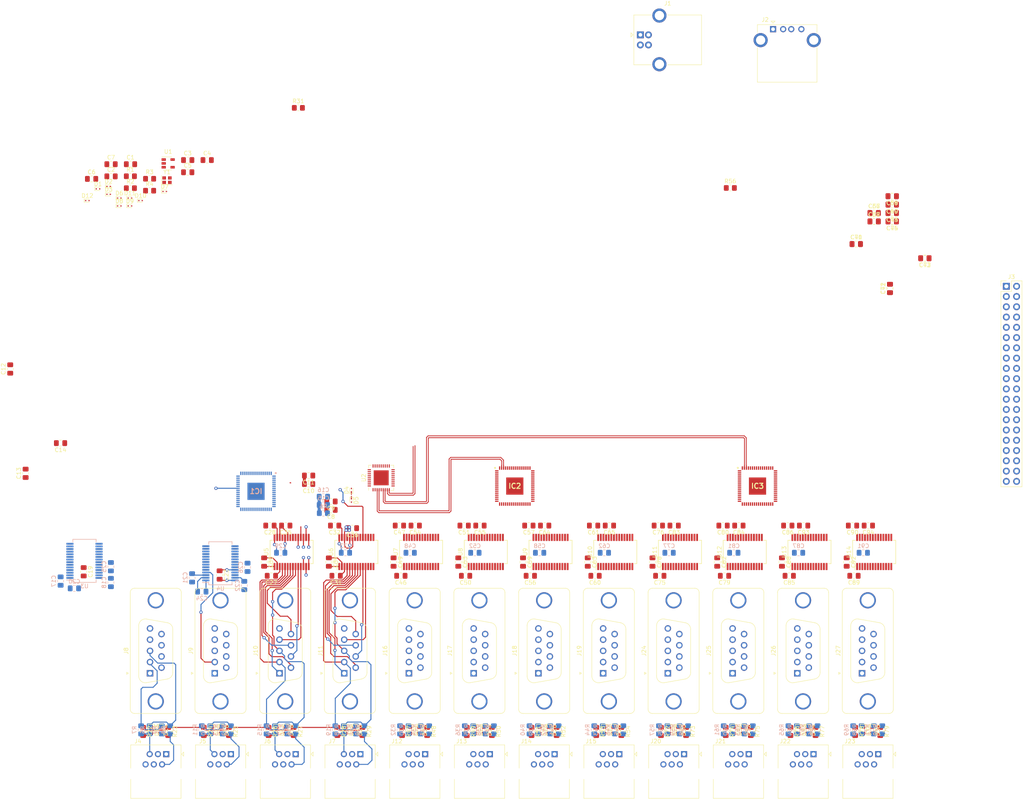
<source format=kicad_pcb>
(kicad_pcb (version 20171130) (host pcbnew "(5.1.8)-1")
  (layers (0 F.Cu signal) (31 B.Cu signal) (34 B.Paste user) (35 F.Paste user) (36 B.SilkS user) (37 F.SilkS user) (38 B.Mask user) (39 F.Mask user) (44 Edge.Cuts user))
  (net 0 "")
  (net 1 /VBUS_5V)
  (net 2 GND)
  (net 3 "Net-(IC1-Pad64)")
  (net 4 "Net-(IC1-Pad36)")
  (net 5 "Net-(IC1-Pad35)")
  (net 6 "Net-(IC1-Pad20)")
  (net 7 "Net-(IC2-Pad64)")
  (net 8 "Net-(IC2-Pad36)")
  (net 9 "Net-(IC2-Pad35)")
  (net 10 "Net-(IC2-Pad20)")
  (net 11 /VDD_3V3)
  (net 12 "Net-(U1-Pad4)")
  (net 13 /RBIAS)
  (net 14 "Net-(U2-Pad34)")
  (net 15 "Net-(C1-Pad1)")
  (net 16 "Net-(C2-Pad1)")
  (net 17 /SUSP_IND)
  (net 18 /HS_IND)
  (net 19 "Net-(U2-Pad21)")
  (net 20 "Net-(U2-Pad20)")
  (net 21 "Net-(U2-Pad19)")
  (net 22 "Net-(U2-Pad18)")
  (net 23 "Net-(U2-Pad17)")
  (net 24 "Net-(U2-Pad16)")
  (net 25 "Net-(U2-Pad14)")
  (net 26 "Net-(U2-Pad13)")
  (net 27 "Net-(U2-Pad12)")
  (net 28 "Net-(U2-Pad11)")
  (net 29 "/2108_Block B/3V3_NET")
  (net 30 "Net-(C17-Pad1)")
  (net 31 "Net-(C18-Pad1)")
  (net 32 "Net-(C19-Pad2)")
  (net 33 "Net-(C19-Pad1)")
  (net 34 "Net-(C20-Pad1)")
  (net 35 "Net-(C20-Pad2)")
  (net 36 "Net-(C21-Pad1)")
  (net 37 "Net-(C22-Pad1)")
  (net 38 "Net-(C23-Pad2)")
  (net 39 "Net-(C23-Pad1)")
  (net 40 "Net-(C24-Pad1)")
  (net 41 "Net-(C24-Pad2)")
  (net 42 "Net-(C27-Pad1)")
  (net 43 "Net-(C28-Pad1)")
  (net 44 "Net-(C29-Pad2)")
  (net 45 "Net-(C29-Pad1)")
  (net 46 "Net-(C30-Pad1)")
  (net 47 "Net-(C30-Pad2)")
  (net 48 "Net-(C31-Pad1)")
  (net 49 "Net-(C32-Pad1)")
  (net 50 "Net-(C33-Pad2)")
  (net 51 "Net-(C33-Pad1)")
  (net 52 "Net-(C34-Pad1)")
  (net 53 "Net-(C34-Pad2)")
  (net 54 "/2108_Block C/3V3_NET")
  (net 55 "Net-(C46-Pad1)")
  (net 56 "Net-(C47-Pad1)")
  (net 57 "Net-(C48-Pad2)")
  (net 58 "Net-(C48-Pad1)")
  (net 59 "Net-(C49-Pad1)")
  (net 60 "Net-(C49-Pad2)")
  (net 61 "Net-(C50-Pad1)")
  (net 62 "Net-(C51-Pad1)")
  (net 63 "Net-(C52-Pad1)")
  (net 64 "Net-(C52-Pad2)")
  (net 65 "Net-(C53-Pad2)")
  (net 66 "Net-(C53-Pad1)")
  (net 67 "Net-(C56-Pad1)")
  (net 68 "Net-(C57-Pad1)")
  (net 69 "Net-(C58-Pad1)")
  (net 70 "Net-(C58-Pad2)")
  (net 71 "Net-(C59-Pad2)")
  (net 72 "Net-(C59-Pad1)")
  (net 73 "Net-(C60-Pad1)")
  (net 74 "Net-(C61-Pad1)")
  (net 75 "Net-(C62-Pad2)")
  (net 76 "Net-(C62-Pad1)")
  (net 77 "Net-(C63-Pad1)")
  (net 78 "Net-(C63-Pad2)")
  (net 79 "/2108_Block A/3V3_NET")
  (net 80 "Net-(C75-Pad1)")
  (net 81 "Net-(C76-Pad1)")
  (net 82 "Net-(C77-Pad2)")
  (net 83 "Net-(C77-Pad1)")
  (net 84 "Net-(C78-Pad1)")
  (net 85 "Net-(C78-Pad2)")
  (net 86 "Net-(C79-Pad1)")
  (net 87 "Net-(C80-Pad1)")
  (net 88 "Net-(C81-Pad1)")
  (net 89 "Net-(C81-Pad2)")
  (net 90 "Net-(C82-Pad2)")
  (net 91 "Net-(C82-Pad1)")
  (net 92 "Net-(C85-Pad1)")
  (net 93 "Net-(C86-Pad1)")
  (net 94 "Net-(C87-Pad2)")
  (net 95 "Net-(C87-Pad1)")
  (net 96 "Net-(C88-Pad1)")
  (net 97 "Net-(C88-Pad2)")
  (net 98 "Net-(C89-Pad1)")
  (net 99 "Net-(C90-Pad1)")
  (net 100 "Net-(C91-Pad2)")
  (net 101 "Net-(C91-Pad1)")
  (net 102 "Net-(C92-Pad2)")
  (net 103 "Net-(C92-Pad1)")
  (net 104 "/2108_Block B/TXD1_LED")
  (net 105 "/2108_Block B/RXD1_LED")
  (net 106 "/2108_Block B/TXD2_LED")
  (net 107 "/2108_Block B/RXD2_LED")
  (net 108 "/2108_Block B/TXD3_LED")
  (net 109 "/2108_Block B/RXD3_LED")
  (net 110 "/2108_Block B/TXD4_LED")
  (net 111 "/2108_Block B/RXD4_LED")
  (net 112 "/2108_Block C/TXD1_LED")
  (net 113 "/2108_Block C/RXD1_LED")
  (net 114 "Net-(D13-Pad2)")
  (net 115 "/2108_Block C/TXD2_LED")
  (net 116 "/2108_Block C/RXD2_LED")
  (net 117 "Net-(D14-Pad2)")
  (net 118 "/2108_Block C/TXD3_LED")
  (net 119 "Net-(D15-Pad2)")
  (net 120 "Net-(D16-Pad2)")
  (net 121 "/2108_Block C/RXD3_LED")
  (net 122 "Net-(D17-Pad2)")
  (net 123 "/2108_Block C/TXD4_LED")
  (net 124 "/2108_Block C/RXD4_LED")
  (net 125 "Net-(D18-Pad2)")
  (net 126 "Net-(D19-Pad2)")
  (net 127 "/2108_Block A/TXD1_LED")
  (net 128 "Net-(D20-Pad2)")
  (net 129 "/2108_Block A/RXD1_LED")
  (net 130 "/2108_Block A/TXD2_LED")
  (net 131 "Net-(D21-Pad2)")
  (net 132 "Net-(D22-Pad2)")
  (net 133 "/2108_Block A/RXD2_LED")
  (net 134 "Net-(D23-Pad2)")
  (net 135 "/2108_Block A/TXD3_LED")
  (net 136 "Net-(D24-Pad2)")
  (net 137 "/2108_Block A/RXD3_LED")
  (net 138 "/2108_Block A/TXD4_LED")
  (net 139 "Net-(D25-Pad2)")
  (net 140 "Net-(D26-Pad2)")
  (net 141 "/2108_Block A/RXD4_LED")
  (net 142 "/2108_Block A/RXD4")
  (net 143 "/2108_Block A/TXD4")
  (net 144 "/2108_Block A/CTS4")
  (net 145 "/2108_Block A/RTS4")
  (net 146 "/2108_Block A/RI4")
  (net 147 "/2108_Block A/DCD4")
  (net 148 "/2108_Block A/DSR4")
  (net 149 "/2108_Block A/DTR4")
  (net 150 "/2108_Block A/RI3")
  (net 151 "/2108_Block A/DCD3")
  (net 152 "/2108_Block A/CTS3")
  (net 153 "/2108_Block A/RTS3")
  (net 154 "/2108_Block A/RXD3")
  (net 155 "/2108_Block A/TXD3")
  (net 156 "/2108_Block A/DSR3")
  (net 157 "/2108_Block A/DTR3")
  (net 158 "/2108_Block A/~SUSPEND")
  (net 159 /IO8)
  (net 160 /IO7)
  (net 161 /IO6)
  (net 162 /IO5)
  (net 163 /IO4)
  (net 164 /IO3)
  (net 165 /IO2)
  (net 166 /IO1)
  (net 167 "/2108_Block A/RI2")
  (net 168 "/2108_Block A/DCD2")
  (net 169 "/2108_Block A/DSR2")
  (net 170 "/2108_Block A/DTR2")
  (net 171 "/2108_Block A/CTS2")
  (net 172 "/2108_Block A/RTS2")
  (net 173 "/2108_Block A/RXD2")
  (net 174 "/2108_Block A/TXD2")
  (net 175 "/2108_Block A/RI1")
  (net 176 "/2108_Block A/DCD1")
  (net 177 "/2108_Block A/DSR1")
  (net 178 "/2108_Block A/DTR1")
  (net 179 "/2108_Block A/CTS1")
  (net 180 "/2108_Block A/RTS1")
  (net 181 "/2108_Block A/RXD1")
  (net 182 "/2108_Block A/TXD1")
  (net 183 "/2108_Block B/TXD1")
  (net 184 "/2108_Block B/RXD1")
  (net 185 "/2108_Block B/RTS1")
  (net 186 "/2108_Block B/CTS1")
  (net 187 "/2108_Block B/DTR1")
  (net 188 "/2108_Block B/DSR1")
  (net 189 "/2108_Block B/DCD1")
  (net 190 "/2108_Block B/RI1")
  (net 191 "/2108_Block B/TXD2")
  (net 192 "/2108_Block B/RXD2")
  (net 193 "/2108_Block B/RTS2")
  (net 194 "/2108_Block B/CTS2")
  (net 195 "/2108_Block B/DTR2")
  (net 196 "/2108_Block B/DSR2")
  (net 197 "/2108_Block B/DCD2")
  (net 198 "/2108_Block B/RI2")
  (net 199 /IO9)
  (net 200 /IO10)
  (net 201 /IO11)
  (net 202 /IO12)
  (net 203 /IO13)
  (net 204 /IO14)
  (net 205 /IO15)
  (net 206 /IO16)
  (net 207 "/2108_Block B/~SUSPEND")
  (net 208 "/2108_Block B/DTR3")
  (net 209 "/2108_Block B/DSR3")
  (net 210 "/2108_Block B/TXD3")
  (net 211 "/2108_Block B/RXD3")
  (net 212 "/2108_Block B/RTS3")
  (net 213 "/2108_Block B/CTS3")
  (net 214 "/2108_Block B/DCD3")
  (net 215 "/2108_Block B/RI3")
  (net 216 "/2108_Block B/DTR4")
  (net 217 "/2108_Block B/DSR4")
  (net 218 "/2108_Block B/DCD4")
  (net 219 "/2108_Block B/RI4")
  (net 220 "/2108_Block B/RTS4")
  (net 221 "/2108_Block B/CTS4")
  (net 222 "/2108_Block B/TXD4")
  (net 223 "/2108_Block B/RXD4")
  (net 224 "/2108_Block C/RXD4")
  (net 225 "/2108_Block C/TXD4")
  (net 226 "/2108_Block C/CTS4")
  (net 227 "/2108_Block C/RTS4")
  (net 228 "/2108_Block C/RI4")
  (net 229 "/2108_Block C/DCD4")
  (net 230 "/2108_Block C/DSR4")
  (net 231 "/2108_Block C/DTR4")
  (net 232 "/2108_Block C/RI3")
  (net 233 "/2108_Block C/DCD3")
  (net 234 "/2108_Block C/CTS3")
  (net 235 "/2108_Block C/RTS3")
  (net 236 "/2108_Block C/RXD3")
  (net 237 "/2108_Block C/TXD3")
  (net 238 "/2108_Block C/DSR3")
  (net 239 "/2108_Block C/DTR3")
  (net 240 "/2108_Block C/~SUSPEND")
  (net 241 "Net-(IC3-Pad20)")
  (net 242 /IO24)
  (net 243 /IO23)
  (net 244 /IO22)
  (net 245 /IO21)
  (net 246 /IO20)
  (net 247 /IO19)
  (net 248 "Net-(IC3-Pad35)")
  (net 249 "Net-(IC3-Pad36)")
  (net 250 /IO18)
  (net 251 /IO17)
  (net 252 "/2108_Block C/RI2")
  (net 253 "/2108_Block C/DCD2")
  (net 254 "/2108_Block C/DSR2")
  (net 255 "/2108_Block C/DTR2")
  (net 256 "/2108_Block C/CTS2")
  (net 257 "/2108_Block C/RTS2")
  (net 258 "/2108_Block C/RXD2")
  (net 259 "/2108_Block C/TXD2")
  (net 260 "/2108_Block C/RI1")
  (net 261 "/2108_Block C/DCD1")
  (net 262 "/2108_Block C/DSR1")
  (net 263 "/2108_Block C/DTR1")
  (net 264 "/2108_Block C/CTS1")
  (net 265 "/2108_Block C/RTS1")
  (net 266 "/2108_Block C/RXD1")
  (net 267 "/2108_Block C/TXD1")
  (net 268 "Net-(IC3-Pad64)")
  (net 269 "Net-(J1-Pad5)")
  (net 270 "Net-(J2-Pad5)")
  (net 271 "/2108_Block B/DCD232_1")
  (net 272 "/2108_Block B/RXD232_1")
  (net 273 "/2108_Block B/TXD232_1")
  (net 274 "/2108_Block B/DTR232_1")
  (net 275 "/2108_Block B/DSR232_1")
  (net 276 "/2108_Block B/RTS232_1")
  (net 277 "/2108_Block B/CTS232_1")
  (net 278 "/2108_Block B/RI232_1")
  (net 279 "/2108_Block B/DCD232_2")
  (net 280 "/2108_Block B/RXD232_2")
  (net 281 "/2108_Block B/TXD232_2")
  (net 282 "/2108_Block B/DTR232_2")
  (net 283 "/2108_Block B/DSR232_2")
  (net 284 "/2108_Block B/RTS232_2")
  (net 285 "/2108_Block B/CTS232_2")
  (net 286 "/2108_Block B/RI232_2")
  (net 287 "/2108_Block B/RI232_3")
  (net 288 "/2108_Block B/CTS232_3")
  (net 289 "/2108_Block B/RTS232_3")
  (net 290 "/2108_Block B/DSR232_3")
  (net 291 "/2108_Block B/DTR232_3")
  (net 292 "/2108_Block B/TXD232_3")
  (net 293 "/2108_Block B/RXD232_3")
  (net 294 "/2108_Block B/DCD232_3")
  (net 295 "/2108_Block B/RI232_4")
  (net 296 "/2108_Block B/CTS232_4")
  (net 297 "/2108_Block B/RTS232_4")
  (net 298 "/2108_Block B/DSR232_4")
  (net 299 "/2108_Block B/DTR232_4")
  (net 300 "/2108_Block B/TXD232_4")
  (net 301 "/2108_Block B/RXD232_4")
  (net 302 "/2108_Block B/DCD232_4")
  (net 303 "/2108_Block C/DCD232_1")
  (net 304 "/2108_Block C/RXD232_1")
  (net 305 "/2108_Block C/TXD232_1")
  (net 306 "/2108_Block C/DTR232_1")
  (net 307 "/2108_Block C/DSR232_1")
  (net 308 "/2108_Block C/RTS232_1")
  (net 309 "/2108_Block C/CTS232_1")
  (net 310 "/2108_Block C/RI232_1")
  (net 311 "/2108_Block C/DCD232_2")
  (net 312 "/2108_Block C/RXD232_2")
  (net 313 "/2108_Block C/TXD232_2")
  (net 314 "/2108_Block C/DTR232_2")
  (net 315 "/2108_Block C/DSR232_2")
  (net 316 "/2108_Block C/RTS232_2")
  (net 317 "/2108_Block C/CTS232_2")
  (net 318 "/2108_Block C/RI232_2")
  (net 319 "/2108_Block C/RI232_3")
  (net 320 "/2108_Block C/CTS232_3")
  (net 321 "/2108_Block C/RTS232_3")
  (net 322 "/2108_Block C/DSR232_3")
  (net 323 "/2108_Block C/DTR232_3")
  (net 324 "/2108_Block C/TXD232_3")
  (net 325 "/2108_Block C/RXD232_3")
  (net 326 "/2108_Block C/DCD232_3")
  (net 327 "/2108_Block C/DCD232_4")
  (net 328 "/2108_Block C/RXD232_4")
  (net 329 "/2108_Block C/TXD232_4")
  (net 330 "/2108_Block C/DTR232_4")
  (net 331 "/2108_Block C/DSR232_4")
  (net 332 "/2108_Block C/RTS232_4")
  (net 333 "/2108_Block C/CTS232_4")
  (net 334 "/2108_Block C/RI232_4")
  (net 335 "/2108_Block A/RI232_1")
  (net 336 "/2108_Block A/CTS232_1")
  (net 337 "/2108_Block A/RTS232_1")
  (net 338 "/2108_Block A/DSR232_1")
  (net 339 "/2108_Block A/DTR232_1")
  (net 340 "/2108_Block A/TXD232_1")
  (net 341 "/2108_Block A/RXD232_1")
  (net 342 "/2108_Block A/DCD232_1")
  (net 343 "/2108_Block A/RI232_2")
  (net 344 "/2108_Block A/CTS232_2")
  (net 345 "/2108_Block A/RTS232_2")
  (net 346 "/2108_Block A/DSR232_2")
  (net 347 "/2108_Block A/DTR232_2")
  (net 348 "/2108_Block A/TXD232_2")
  (net 349 "/2108_Block A/RXD232_2")
  (net 350 "/2108_Block A/DCD232_2")
  (net 351 "/2108_Block A/DCD232_3")
  (net 352 "/2108_Block A/RXD232_3")
  (net 353 "/2108_Block A/TXD232_3")
  (net 354 "/2108_Block A/DTR232_3")
  (net 355 "/2108_Block A/DSR232_3")
  (net 356 "/2108_Block A/RTS232_3")
  (net 357 "/2108_Block A/CTS232_3")
  (net 358 "/2108_Block A/RI232_3")
  (net 359 "/2108_Block A/RI232_4")
  (net 360 "/2108_Block A/CTS232_4")
  (net 361 "/2108_Block A/RTS232_4")
  (net 362 "/2108_Block A/DSR232_4")
  (net 363 "/2108_Block A/DTR232_4")
  (net 364 "/2108_Block A/TXD232_4")
  (net 365 "/2108_Block A/RXD232_4")
  (net 366 "/2108_Block A/DCD232_4")
  (net 367 "Net-(U3-Pad21)")
  (net 368 "Net-(U3-Pad20)")
  (net 369 "Net-(U4-Pad21)")
  (net 370 "Net-(U4-Pad20)")
  (net 371 "Net-(U5-Pad21)")
  (net 372 "Net-(U5-Pad20)")
  (net 373 "Net-(U6-Pad20)")
  (net 374 "Net-(U6-Pad21)")
  (net 375 "Net-(U7-Pad21)")
  (net 376 "Net-(U7-Pad20)")
  (net 377 "Net-(U8-Pad20)")
  (net 378 "Net-(U8-Pad21)")
  (net 379 "Net-(U9-Pad21)")
  (net 380 "Net-(U9-Pad20)")
  (net 381 "Net-(U10-Pad20)")
  (net 382 "Net-(U10-Pad21)")
  (net 383 "Net-(U11-Pad20)")
  (net 384 "Net-(U11-Pad21)")
  (net 385 "Net-(U12-Pad20)")
  (net 386 "Net-(U12-Pad21)")
  (net 387 "Net-(U13-Pad20)")
  (net 388 "Net-(U13-Pad21)")
  (net 389 "Net-(U14-Pad21)")
  (net 390 "Net-(U14-Pad20)")
  (net 391 "Net-(D27-Pad2)")
  (net 392 "Net-(D28-Pad2)")
  (net 393 "Net-(D29-Pad2)")
  (net 394 "Net-(D30-Pad2)")
  (net 395 "Net-(D31-Pad2)")
  (net 396 "Net-(D32-Pad2)")
  (net 397 "Net-(D33-Pad2)")
  (net 398 "Net-(D34-Pad2)")
  (net 399 "Net-(D35-Pad2)")
  (net 400 "Net-(D36-Pad2)")
  (net 401 "Net-(J3-Pad20)")
  (net 402 "Net-(J3-Pad22)")
  (net 403 "Net-(J3-Pad24)")
  (net 404 "Net-(J3-Pad26)")
  (net 405 "Net-(J3-Pad28)")
  (net 406 "Net-(J3-Pad30)")
  (net 407 "Net-(J3-Pad32)")
  (net 408 "Net-(J3-Pad34)")
  (net 409 "Net-(J3-Pad35)")
  (net 410 "Net-(J3-Pad36)")
  (net 411 "Net-(J4-Pad6)")
  (net 412 "Net-(J4-Pad5)")
  (net 413 "Net-(J4-Pad2)")
  (net 414 "Net-(J4-Pad1)")
  (net 415 "Net-(J5-Pad1)")
  (net 416 "Net-(J5-Pad2)")
  (net 417 "Net-(J5-Pad5)")
  (net 418 "Net-(J5-Pad6)")
  (net 419 "Net-(J12-Pad1)")
  (net 420 "Net-(J12-Pad2)")
  (net 421 "Net-(J12-Pad5)")
  (net 422 "Net-(J12-Pad6)")
  (net 423 "Net-(J13-Pad1)")
  (net 424 "Net-(J13-Pad2)")
  (net 425 "Net-(J13-Pad5)")
  (net 426 "Net-(J13-Pad6)")
  (net 427 "Net-(J20-Pad1)")
  (net 428 "Net-(J20-Pad2)")
  (net 429 "Net-(J20-Pad5)")
  (net 430 "Net-(J20-Pad6)")
  (net 431 "Net-(J21-Pad6)")
  (net 432 "Net-(J21-Pad5)")
  (net 433 "Net-(J21-Pad2)")
  (net 434 "Net-(J21-Pad1)")
  (net 435 "Net-(J6-Pad1)")
  (net 436 "Net-(J6-Pad2)")
  (net 437 "Net-(J6-Pad5)")
  (net 438 "Net-(J6-Pad6)")
  (net 439 "Net-(J7-Pad6)")
  (net 440 "Net-(J7-Pad5)")
  (net 441 "Net-(J7-Pad2)")
  (net 442 "Net-(J7-Pad1)")
  (net 443 "Net-(J14-Pad1)")
  (net 444 "Net-(J14-Pad2)")
  (net 445 "Net-(J14-Pad5)")
  (net 446 "Net-(J14-Pad6)")
  (net 447 "Net-(J15-Pad6)")
  (net 448 "Net-(J15-Pad5)")
  (net 449 "Net-(J15-Pad2)")
  (net 450 "Net-(J15-Pad1)")
  (net 451 "Net-(J22-Pad6)")
  (net 452 "Net-(J22-Pad5)")
  (net 453 "Net-(J22-Pad2)")
  (net 454 "Net-(J22-Pad1)")
  (net 455 "Net-(J23-Pad1)")
  (net 456 "Net-(J23-Pad2)")
  (net 457 "Net-(J23-Pad5)")
  (net 458 "Net-(J23-Pad6)")
  (net 459 /D+_UPSTREAM)
  (net 460 /D-_UPSTREAM)
  (net 461 /D-_1)
  (net 462 /D+_1)
  (net 463 /D+_4)
  (net 464 /D-_4)
  (net 465 /D-_2)
  (net 466 /D+_2)
  (net 467 /D-_3)
  (net 468 /D+_3)
  (module Connector_Dsub:DSUB-9_Male_Vertical_P2.77x2.84mm_MountingHoles (layer F.Cu) (at 75.7 109.8 90)
    (fp_text reference J9 (at 5.54 -5.89 90) (layer F.SilkS))
    (fp_text value DB9_Male)
    (pad 0 thru_hole circle (at 18.04 1.42 90) (size 4 4) (drill 3.2) (layers *.Cu *.Mask))
    (pad 0 thru_hole circle (at -6.96 1.42 90) (size 4 4) (drill 3.2) (layers *.Cu *.Mask))
    (pad 9 thru_hole circle (at 9.695 2.84 90) (size 1.6 1.6) (drill 1) (layers *.Cu *.Mask) (net 343 "/2108_Block A/RI232_2"))
    (pad 8 thru_hole circle (at 6.925 2.84 90) (size 1.6 1.6) (drill 1) (layers *.Cu *.Mask) (net 344 "/2108_Block A/CTS232_2"))
    (pad 7 thru_hole circle (at 4.155 2.84 90) (size 1.6 1.6) (drill 1) (layers *.Cu *.Mask) (net 345 "/2108_Block A/RTS232_2"))
    (pad 6 thru_hole circle (at 1.385 2.84 90) (size 1.6 1.6) (drill 1) (layers *.Cu *.Mask) (net 346 "/2108_Block A/DSR232_2"))
    (pad 5 thru_hole circle (at 11.08 0 90) (size 1.6 1.6) (drill 1) (layers *.Cu *.Mask) (net 2 GND))
    (pad 4 thru_hole circle (at 8.31 0 90) (size 1.6 1.6) (drill 1) (layers *.Cu *.Mask) (net 347 "/2108_Block A/DTR232_2"))
    (pad 3 thru_hole circle (at 5.54 0 90) (size 1.6 1.6) (drill 1) (layers *.Cu *.Mask) (net 348 "/2108_Block A/TXD232_2"))
    (pad 2 thru_hole circle (at 2.77 0 90) (size 1.6 1.6) (drill 1) (layers *.Cu *.Mask) (net 349 "/2108_Block A/RXD232_2"))
    (pad 1 thru_hole rect (at 0 0 90) (size 1.6 1.6) (drill 1) (layers *.Cu *.Mask) (net 350 "/2108_Block A/DCD232_2"))
  )
  (module Resistor_SMD:R_0805_2012Metric_Pad1.20x1.40mm_HandSolder (layer B.Cu) (at 102.548 70.204 180)
    (fp_text reference R6 (at 0 1.65 180) (layer B.SilkS) (effects (justify mirror)))
    (fp_text value 1K)
    (pad 2 smd roundrect (at 1 0 180) (size 1.2 1.4) (layers B.Cu B.Paste B.Mask) (roundrect_rratio 0.208333) (net 79 "/2108_Block A/3V3_NET"))
    (pad 1 smd roundrect (at -1 0 180) (size 1.2 1.4) (layers B.Cu B.Paste B.Mask) (roundrect_rratio 0.208333) (net 3 "Net-(IC1-Pad64)"))
  )
  (module Connector_Dsub:DSUB-9_Male_Vertical_P2.77x2.84mm_MountingHoles (layer F.Cu) (at 59.7 109.8 90)
    (fp_text reference J8 (at 5.54 -5.89 90) (layer F.SilkS))
    (fp_text value DB9_Male)
    (pad 0 thru_hole circle (at 18.04 1.42 90) (size 4 4) (drill 3.2) (layers *.Cu *.Mask))
    (pad 0 thru_hole circle (at -6.96 1.42 90) (size 4 4) (drill 3.2) (layers *.Cu *.Mask))
    (pad 9 thru_hole circle (at 9.695 2.84 90) (size 1.6 1.6) (drill 1) (layers *.Cu *.Mask) (net 335 "/2108_Block A/RI232_1"))
    (pad 8 thru_hole circle (at 6.925 2.84 90) (size 1.6 1.6) (drill 1) (layers *.Cu *.Mask) (net 336 "/2108_Block A/CTS232_1"))
    (pad 7 thru_hole circle (at 4.155 2.84 90) (size 1.6 1.6) (drill 1) (layers *.Cu *.Mask) (net 337 "/2108_Block A/RTS232_1"))
    (pad 6 thru_hole circle (at 1.385 2.84 90) (size 1.6 1.6) (drill 1) (layers *.Cu *.Mask) (net 338 "/2108_Block A/DSR232_1"))
    (pad 5 thru_hole circle (at 11.08 0 90) (size 1.6 1.6) (drill 1) (layers *.Cu *.Mask) (net 2 GND))
    (pad 4 thru_hole circle (at 8.31 0 90) (size 1.6 1.6) (drill 1) (layers *.Cu *.Mask) (net 339 "/2108_Block A/DTR232_1"))
    (pad 3 thru_hole circle (at 5.54 0 90) (size 1.6 1.6) (drill 1) (layers *.Cu *.Mask) (net 340 "/2108_Block A/TXD232_1"))
    (pad 2 thru_hole circle (at 2.77 0 90) (size 1.6 1.6) (drill 1) (layers *.Cu *.Mask) (net 341 "/2108_Block A/RXD232_1"))
    (pad 1 thru_hole rect (at 0 0 90) (size 1.6 1.6) (drill 1) (layers *.Cu *.Mask) (net 342 "/2108_Block A/DCD232_1"))
  )
  (module Connector_Dsub:DSUB-9_Male_Vertical_P2.77x2.84mm_MountingHoles (layer F.Cu) (at 235.7 109.8 90)
    (fp_text reference J27 (at 5.54 -5.89 90) (layer F.SilkS))
    (fp_text value DB9_Male)
    (pad 0 thru_hole circle (at 18.04 1.42 90) (size 4 4) (drill 3.2) (layers *.Cu *.Mask))
    (pad 0 thru_hole circle (at -6.96 1.42 90) (size 4 4) (drill 3.2) (layers *.Cu *.Mask))
    (pad 9 thru_hole circle (at 9.695 2.84 90) (size 1.6 1.6) (drill 1) (layers *.Cu *.Mask) (net 334 "/2108_Block C/RI232_4"))
    (pad 8 thru_hole circle (at 6.925 2.84 90) (size 1.6 1.6) (drill 1) (layers *.Cu *.Mask) (net 333 "/2108_Block C/CTS232_4"))
    (pad 7 thru_hole circle (at 4.155 2.84 90) (size 1.6 1.6) (drill 1) (layers *.Cu *.Mask) (net 332 "/2108_Block C/RTS232_4"))
    (pad 6 thru_hole circle (at 1.385 2.84 90) (size 1.6 1.6) (drill 1) (layers *.Cu *.Mask) (net 331 "/2108_Block C/DSR232_4"))
    (pad 5 thru_hole circle (at 11.08 0 90) (size 1.6 1.6) (drill 1) (layers *.Cu *.Mask) (net 2 GND))
    (pad 4 thru_hole circle (at 8.31 0 90) (size 1.6 1.6) (drill 1) (layers *.Cu *.Mask) (net 330 "/2108_Block C/DTR232_4"))
    (pad 3 thru_hole circle (at 5.54 0 90) (size 1.6 1.6) (drill 1) (layers *.Cu *.Mask) (net 329 "/2108_Block C/TXD232_4"))
    (pad 2 thru_hole circle (at 2.77 0 90) (size 1.6 1.6) (drill 1) (layers *.Cu *.Mask) (net 328 "/2108_Block C/RXD232_4"))
    (pad 1 thru_hole rect (at 0 0 90) (size 1.6 1.6) (drill 1) (layers *.Cu *.Mask) (net 327 "/2108_Block C/DCD232_4"))
  )
  (module Connector_Dsub:DSUB-9_Male_Vertical_P2.77x2.84mm_MountingHoles (layer F.Cu) (at 91.7 109.8 90)
    (fp_text reference J10 (at 5.54 -5.89 90) (layer F.SilkS))
    (fp_text value DB9_Male)
    (pad 0 thru_hole circle (at 18.04 1.42 90) (size 4 4) (drill 3.2) (layers *.Cu *.Mask))
    (pad 0 thru_hole circle (at -6.96 1.42 90) (size 4 4) (drill 3.2) (layers *.Cu *.Mask))
    (pad 9 thru_hole circle (at 9.695 2.84 90) (size 1.6 1.6) (drill 1) (layers *.Cu *.Mask) (net 358 "/2108_Block A/RI232_3"))
    (pad 8 thru_hole circle (at 6.925 2.84 90) (size 1.6 1.6) (drill 1) (layers *.Cu *.Mask) (net 357 "/2108_Block A/CTS232_3"))
    (pad 7 thru_hole circle (at 4.155 2.84 90) (size 1.6 1.6) (drill 1) (layers *.Cu *.Mask) (net 356 "/2108_Block A/RTS232_3"))
    (pad 6 thru_hole circle (at 1.385 2.84 90) (size 1.6 1.6) (drill 1) (layers *.Cu *.Mask) (net 355 "/2108_Block A/DSR232_3"))
    (pad 5 thru_hole circle (at 11.08 0 90) (size 1.6 1.6) (drill 1) (layers *.Cu *.Mask) (net 2 GND))
    (pad 4 thru_hole circle (at 8.31 0 90) (size 1.6 1.6) (drill 1) (layers *.Cu *.Mask) (net 354 "/2108_Block A/DTR232_3"))
    (pad 3 thru_hole circle (at 5.54 0 90) (size 1.6 1.6) (drill 1) (layers *.Cu *.Mask) (net 353 "/2108_Block A/TXD232_3"))
    (pad 2 thru_hole circle (at 2.77 0 90) (size 1.6 1.6) (drill 1) (layers *.Cu *.Mask) (net 352 "/2108_Block A/RXD232_3"))
    (pad 1 thru_hole rect (at 0 0 90) (size 1.6 1.6) (drill 1) (layers *.Cu *.Mask) (net 351 "/2108_Block A/DCD232_3"))
  )
  (module Connector_Dsub:DSUB-9_Male_Vertical_P2.77x2.84mm_MountingHoles (layer F.Cu) (at 107.7 109.8 90)
    (fp_text reference J11 (at 5.54 -5.89 90) (layer F.SilkS))
    (fp_text value DB9_Male)
    (pad 0 thru_hole circle (at 18.04 1.42 90) (size 4 4) (drill 3.2) (layers *.Cu *.Mask))
    (pad 0 thru_hole circle (at -6.96 1.42 90) (size 4 4) (drill 3.2) (layers *.Cu *.Mask))
    (pad 9 thru_hole circle (at 9.695 2.84 90) (size 1.6 1.6) (drill 1) (layers *.Cu *.Mask) (net 359 "/2108_Block A/RI232_4"))
    (pad 8 thru_hole circle (at 6.925 2.84 90) (size 1.6 1.6) (drill 1) (layers *.Cu *.Mask) (net 360 "/2108_Block A/CTS232_4"))
    (pad 7 thru_hole circle (at 4.155 2.84 90) (size 1.6 1.6) (drill 1) (layers *.Cu *.Mask) (net 361 "/2108_Block A/RTS232_4"))
    (pad 6 thru_hole circle (at 1.385 2.84 90) (size 1.6 1.6) (drill 1) (layers *.Cu *.Mask) (net 362 "/2108_Block A/DSR232_4"))
    (pad 5 thru_hole circle (at 11.08 0 90) (size 1.6 1.6) (drill 1) (layers *.Cu *.Mask) (net 2 GND))
    (pad 4 thru_hole circle (at 8.31 0 90) (size 1.6 1.6) (drill 1) (layers *.Cu *.Mask) (net 363 "/2108_Block A/DTR232_4"))
    (pad 3 thru_hole circle (at 5.54 0 90) (size 1.6 1.6) (drill 1) (layers *.Cu *.Mask) (net 364 "/2108_Block A/TXD232_4"))
    (pad 2 thru_hole circle (at 2.77 0 90) (size 1.6 1.6) (drill 1) (layers *.Cu *.Mask) (net 365 "/2108_Block A/RXD232_4"))
    (pad 1 thru_hole rect (at 0 0 90) (size 1.6 1.6) (drill 1) (layers *.Cu *.Mask) (net 366 "/2108_Block A/DCD232_4"))
  )
  (module Connector_Dsub:DSUB-9_Male_Vertical_P2.77x2.84mm_MountingHoles (layer F.Cu) (at 123.7 109.8 90)
    (fp_text reference J16 (at 5.54 -5.89 90) (layer F.SilkS))
    (fp_text value DB9_Male)
    (pad 0 thru_hole circle (at 18.04 1.42 90) (size 4 4) (drill 3.2) (layers *.Cu *.Mask))
    (pad 0 thru_hole circle (at -6.96 1.42 90) (size 4 4) (drill 3.2) (layers *.Cu *.Mask))
    (pad 9 thru_hole circle (at 9.695 2.84 90) (size 1.6 1.6) (drill 1) (layers *.Cu *.Mask) (net 278 "/2108_Block B/RI232_1"))
    (pad 8 thru_hole circle (at 6.925 2.84 90) (size 1.6 1.6) (drill 1) (layers *.Cu *.Mask) (net 277 "/2108_Block B/CTS232_1"))
    (pad 7 thru_hole circle (at 4.155 2.84 90) (size 1.6 1.6) (drill 1) (layers *.Cu *.Mask) (net 276 "/2108_Block B/RTS232_1"))
    (pad 6 thru_hole circle (at 1.385 2.84 90) (size 1.6 1.6) (drill 1) (layers *.Cu *.Mask) (net 275 "/2108_Block B/DSR232_1"))
    (pad 5 thru_hole circle (at 11.08 0 90) (size 1.6 1.6) (drill 1) (layers *.Cu *.Mask) (net 2 GND))
    (pad 4 thru_hole circle (at 8.31 0 90) (size 1.6 1.6) (drill 1) (layers *.Cu *.Mask) (net 274 "/2108_Block B/DTR232_1"))
    (pad 3 thru_hole circle (at 5.54 0 90) (size 1.6 1.6) (drill 1) (layers *.Cu *.Mask) (net 273 "/2108_Block B/TXD232_1"))
    (pad 2 thru_hole circle (at 2.77 0 90) (size 1.6 1.6) (drill 1) (layers *.Cu *.Mask) (net 272 "/2108_Block B/RXD232_1"))
    (pad 1 thru_hole rect (at 0 0 90) (size 1.6 1.6) (drill 1) (layers *.Cu *.Mask) (net 271 "/2108_Block B/DCD232_1"))
  )
  (module Connector_Dsub:DSUB-9_Male_Vertical_P2.77x2.84mm_MountingHoles (layer F.Cu) (at 139.7 109.8 90)
    (fp_text reference J17 (at 5.54 -5.89 90) (layer F.SilkS))
    (fp_text value DB9_Male)
    (pad 0 thru_hole circle (at 18.04 1.42 90) (size 4 4) (drill 3.2) (layers *.Cu *.Mask))
    (pad 0 thru_hole circle (at -6.96 1.42 90) (size 4 4) (drill 3.2) (layers *.Cu *.Mask))
    (pad 9 thru_hole circle (at 9.695 2.84 90) (size 1.6 1.6) (drill 1) (layers *.Cu *.Mask) (net 286 "/2108_Block B/RI232_2"))
    (pad 8 thru_hole circle (at 6.925 2.84 90) (size 1.6 1.6) (drill 1) (layers *.Cu *.Mask) (net 285 "/2108_Block B/CTS232_2"))
    (pad 7 thru_hole circle (at 4.155 2.84 90) (size 1.6 1.6) (drill 1) (layers *.Cu *.Mask) (net 284 "/2108_Block B/RTS232_2"))
    (pad 6 thru_hole circle (at 1.385 2.84 90) (size 1.6 1.6) (drill 1) (layers *.Cu *.Mask) (net 283 "/2108_Block B/DSR232_2"))
    (pad 5 thru_hole circle (at 11.08 0 90) (size 1.6 1.6) (drill 1) (layers *.Cu *.Mask) (net 2 GND))
    (pad 4 thru_hole circle (at 8.31 0 90) (size 1.6 1.6) (drill 1) (layers *.Cu *.Mask) (net 282 "/2108_Block B/DTR232_2"))
    (pad 3 thru_hole circle (at 5.54 0 90) (size 1.6 1.6) (drill 1) (layers *.Cu *.Mask) (net 281 "/2108_Block B/TXD232_2"))
    (pad 2 thru_hole circle (at 2.77 0 90) (size 1.6 1.6) (drill 1) (layers *.Cu *.Mask) (net 280 "/2108_Block B/RXD232_2"))
    (pad 1 thru_hole rect (at 0 0 90) (size 1.6 1.6) (drill 1) (layers *.Cu *.Mask) (net 279 "/2108_Block B/DCD232_2"))
  )
  (module Connector_Dsub:DSUB-9_Male_Vertical_P2.77x2.84mm_MountingHoles (layer F.Cu) (at 155.7 109.8 90)
    (fp_text reference J18 (at 5.54 -5.89 90) (layer F.SilkS))
    (fp_text value DB9_Male)
    (pad 0 thru_hole circle (at 18.04 1.42 90) (size 4 4) (drill 3.2) (layers *.Cu *.Mask))
    (pad 0 thru_hole circle (at -6.96 1.42 90) (size 4 4) (drill 3.2) (layers *.Cu *.Mask))
    (pad 9 thru_hole circle (at 9.695 2.84 90) (size 1.6 1.6) (drill 1) (layers *.Cu *.Mask) (net 287 "/2108_Block B/RI232_3"))
    (pad 8 thru_hole circle (at 6.925 2.84 90) (size 1.6 1.6) (drill 1) (layers *.Cu *.Mask) (net 288 "/2108_Block B/CTS232_3"))
    (pad 7 thru_hole circle (at 4.155 2.84 90) (size 1.6 1.6) (drill 1) (layers *.Cu *.Mask) (net 289 "/2108_Block B/RTS232_3"))
    (pad 6 thru_hole circle (at 1.385 2.84 90) (size 1.6 1.6) (drill 1) (layers *.Cu *.Mask) (net 290 "/2108_Block B/DSR232_3"))
    (pad 5 thru_hole circle (at 11.08 0 90) (size 1.6 1.6) (drill 1) (layers *.Cu *.Mask) (net 2 GND))
    (pad 4 thru_hole circle (at 8.31 0 90) (size 1.6 1.6) (drill 1) (layers *.Cu *.Mask) (net 291 "/2108_Block B/DTR232_3"))
    (pad 3 thru_hole circle (at 5.54 0 90) (size 1.6 1.6) (drill 1) (layers *.Cu *.Mask) (net 292 "/2108_Block B/TXD232_3"))
    (pad 2 thru_hole circle (at 2.77 0 90) (size 1.6 1.6) (drill 1) (layers *.Cu *.Mask) (net 293 "/2108_Block B/RXD232_3"))
    (pad 1 thru_hole rect (at 0 0 90) (size 1.6 1.6) (drill 1) (layers *.Cu *.Mask) (net 294 "/2108_Block B/DCD232_3"))
  )
  (module Connector_Dsub:DSUB-9_Male_Vertical_P2.77x2.84mm_MountingHoles (layer F.Cu) (at 171.7 109.8 90)
    (fp_text reference J19 (at 5.54 -5.89 90) (layer F.SilkS))
    (fp_text value DB9_Male)
    (pad 0 thru_hole circle (at 18.04 1.42 90) (size 4 4) (drill 3.2) (layers *.Cu *.Mask))
    (pad 0 thru_hole circle (at -6.96 1.42 90) (size 4 4) (drill 3.2) (layers *.Cu *.Mask))
    (pad 9 thru_hole circle (at 9.695 2.84 90) (size 1.6 1.6) (drill 1) (layers *.Cu *.Mask) (net 295 "/2108_Block B/RI232_4"))
    (pad 8 thru_hole circle (at 6.925 2.84 90) (size 1.6 1.6) (drill 1) (layers *.Cu *.Mask) (net 296 "/2108_Block B/CTS232_4"))
    (pad 7 thru_hole circle (at 4.155 2.84 90) (size 1.6 1.6) (drill 1) (layers *.Cu *.Mask) (net 297 "/2108_Block B/RTS232_4"))
    (pad 6 thru_hole circle (at 1.385 2.84 90) (size 1.6 1.6) (drill 1) (layers *.Cu *.Mask) (net 298 "/2108_Block B/DSR232_4"))
    (pad 5 thru_hole circle (at 11.08 0 90) (size 1.6 1.6) (drill 1) (layers *.Cu *.Mask) (net 2 GND))
    (pad 4 thru_hole circle (at 8.31 0 90) (size 1.6 1.6) (drill 1) (layers *.Cu *.Mask) (net 299 "/2108_Block B/DTR232_4"))
    (pad 3 thru_hole circle (at 5.54 0 90) (size 1.6 1.6) (drill 1) (layers *.Cu *.Mask) (net 300 "/2108_Block B/TXD232_4"))
    (pad 2 thru_hole circle (at 2.77 0 90) (size 1.6 1.6) (drill 1) (layers *.Cu *.Mask) (net 301 "/2108_Block B/RXD232_4"))
    (pad 1 thru_hole rect (at 0 0 90) (size 1.6 1.6) (drill 1) (layers *.Cu *.Mask) (net 302 "/2108_Block B/DCD232_4"))
  )
  (module Connector_Dsub:DSUB-9_Male_Vertical_P2.77x2.84mm_MountingHoles (layer F.Cu) (at 187.7 109.8 90)
    (fp_text reference J24 (at 5.54 -5.89 90) (layer F.SilkS))
    (fp_text value DB9_Male)
    (pad 0 thru_hole circle (at 18.04 1.42 90) (size 4 4) (drill 3.2) (layers *.Cu *.Mask))
    (pad 0 thru_hole circle (at -6.96 1.42 90) (size 4 4) (drill 3.2) (layers *.Cu *.Mask))
    (pad 9 thru_hole circle (at 9.695 2.84 90) (size 1.6 1.6) (drill 1) (layers *.Cu *.Mask) (net 310 "/2108_Block C/RI232_1"))
    (pad 8 thru_hole circle (at 6.925 2.84 90) (size 1.6 1.6) (drill 1) (layers *.Cu *.Mask) (net 309 "/2108_Block C/CTS232_1"))
    (pad 7 thru_hole circle (at 4.155 2.84 90) (size 1.6 1.6) (drill 1) (layers *.Cu *.Mask) (net 308 "/2108_Block C/RTS232_1"))
    (pad 6 thru_hole circle (at 1.385 2.84 90) (size 1.6 1.6) (drill 1) (layers *.Cu *.Mask) (net 307 "/2108_Block C/DSR232_1"))
    (pad 5 thru_hole circle (at 11.08 0 90) (size 1.6 1.6) (drill 1) (layers *.Cu *.Mask) (net 2 GND))
    (pad 4 thru_hole circle (at 8.31 0 90) (size 1.6 1.6) (drill 1) (layers *.Cu *.Mask) (net 306 "/2108_Block C/DTR232_1"))
    (pad 3 thru_hole circle (at 5.54 0 90) (size 1.6 1.6) (drill 1) (layers *.Cu *.Mask) (net 305 "/2108_Block C/TXD232_1"))
    (pad 2 thru_hole circle (at 2.77 0 90) (size 1.6 1.6) (drill 1) (layers *.Cu *.Mask) (net 304 "/2108_Block C/RXD232_1"))
    (pad 1 thru_hole rect (at 0 0 90) (size 1.6 1.6) (drill 1) (layers *.Cu *.Mask) (net 303 "/2108_Block C/DCD232_1"))
  )
  (module Connector_Dsub:DSUB-9_Male_Vertical_P2.77x2.84mm_MountingHoles (layer F.Cu) (at 203.7 109.8 90)
    (fp_text reference J25 (at 5.54 -5.89 90) (layer F.SilkS))
    (fp_text value DB9_Male)
    (pad 0 thru_hole circle (at 18.04 1.42 90) (size 4 4) (drill 3.2) (layers *.Cu *.Mask))
    (pad 0 thru_hole circle (at -6.96 1.42 90) (size 4 4) (drill 3.2) (layers *.Cu *.Mask))
    (pad 9 thru_hole circle (at 9.695 2.84 90) (size 1.6 1.6) (drill 1) (layers *.Cu *.Mask) (net 318 "/2108_Block C/RI232_2"))
    (pad 8 thru_hole circle (at 6.925 2.84 90) (size 1.6 1.6) (drill 1) (layers *.Cu *.Mask) (net 317 "/2108_Block C/CTS232_2"))
    (pad 7 thru_hole circle (at 4.155 2.84 90) (size 1.6 1.6) (drill 1) (layers *.Cu *.Mask) (net 316 "/2108_Block C/RTS232_2"))
    (pad 6 thru_hole circle (at 1.385 2.84 90) (size 1.6 1.6) (drill 1) (layers *.Cu *.Mask) (net 315 "/2108_Block C/DSR232_2"))
    (pad 5 thru_hole circle (at 11.08 0 90) (size 1.6 1.6) (drill 1) (layers *.Cu *.Mask) (net 2 GND))
    (pad 4 thru_hole circle (at 8.31 0 90) (size 1.6 1.6) (drill 1) (layers *.Cu *.Mask) (net 314 "/2108_Block C/DTR232_2"))
    (pad 3 thru_hole circle (at 5.54 0 90) (size 1.6 1.6) (drill 1) (layers *.Cu *.Mask) (net 313 "/2108_Block C/TXD232_2"))
    (pad 2 thru_hole circle (at 2.77 0 90) (size 1.6 1.6) (drill 1) (layers *.Cu *.Mask) (net 312 "/2108_Block C/RXD232_2"))
    (pad 1 thru_hole rect (at 0 0 90) (size 1.6 1.6) (drill 1) (layers *.Cu *.Mask) (net 311 "/2108_Block C/DCD232_2"))
  )
  (module Connector_Dsub:DSUB-9_Male_Vertical_P2.77x2.84mm_MountingHoles (layer F.Cu) (at 219.7 109.8 90)
    (fp_text reference J26 (at 5.54 -5.89 90) (layer F.SilkS))
    (fp_text value DB9_Male)
    (pad 0 thru_hole circle (at 18.04 1.42 90) (size 4 4) (drill 3.2) (layers *.Cu *.Mask))
    (pad 0 thru_hole circle (at -6.96 1.42 90) (size 4 4) (drill 3.2) (layers *.Cu *.Mask))
    (pad 9 thru_hole circle (at 9.695 2.84 90) (size 1.6 1.6) (drill 1) (layers *.Cu *.Mask) (net 319 "/2108_Block C/RI232_3"))
    (pad 8 thru_hole circle (at 6.925 2.84 90) (size 1.6 1.6) (drill 1) (layers *.Cu *.Mask) (net 320 "/2108_Block C/CTS232_3"))
    (pad 7 thru_hole circle (at 4.155 2.84 90) (size 1.6 1.6) (drill 1) (layers *.Cu *.Mask) (net 321 "/2108_Block C/RTS232_3"))
    (pad 6 thru_hole circle (at 1.385 2.84 90) (size 1.6 1.6) (drill 1) (layers *.Cu *.Mask) (net 322 "/2108_Block C/DSR232_3"))
    (pad 5 thru_hole circle (at 11.08 0 90) (size 1.6 1.6) (drill 1) (layers *.Cu *.Mask) (net 2 GND))
    (pad 4 thru_hole circle (at 8.31 0 90) (size 1.6 1.6) (drill 1) (layers *.Cu *.Mask) (net 323 "/2108_Block C/DTR232_3"))
    (pad 3 thru_hole circle (at 5.54 0 90) (size 1.6 1.6) (drill 1) (layers *.Cu *.Mask) (net 324 "/2108_Block C/TXD232_3"))
    (pad 2 thru_hole circle (at 2.77 0 90) (size 1.6 1.6) (drill 1) (layers *.Cu *.Mask) (net 325 "/2108_Block C/RXD232_3"))
    (pad 1 thru_hole rect (at 0 0 90) (size 1.6 1.6) (drill 1) (layers *.Cu *.Mask) (net 326 "/2108_Block C/DCD232_3"))
  )
  (module Resistor_SMD:R_0805_2012Metric_Pad1.20x1.40mm_HandSolder (layer F.Cu) (at 79.2 124.2 270)
    (fp_text reference R25 (at 0 -1.65 90) (layer F.SilkS))
    (fp_text value 270)
    (pad 2 smd roundrect (at 1 0 270) (size 1.2 1.4) (layers F.Cu F.Paste F.Mask) (roundrect_rratio 0.208333) (net 120 "Net-(D16-Pad2)"))
    (pad 1 smd roundrect (at -1 0 270) (size 1.2 1.4) (layers F.Cu F.Paste F.Mask) (roundrect_rratio 0.208333) (net 79 "/2108_Block A/3V3_NET"))
  )
  (module Capacitor_SMD:C_0805_2012Metric_Pad1.18x1.45mm_HandSolder (layer B.Cu) (at 70.1 86.2 270)
    (fp_text reference C21 (at 0 1.68 90) (layer B.SilkS) (effects (justify mirror)))
    (fp_text value 0.1u)
    (pad 2 smd roundrect (at 1.0375 0 270) (size 1.175 1.45) (layers B.Cu B.Paste B.Mask) (roundrect_rratio 0.212766) (net 2 GND))
    (pad 1 smd roundrect (at -1.0375 0 270) (size 1.175 1.45) (layers B.Cu B.Paste B.Mask) (roundrect_rratio 0.212766) (net 36 "Net-(C21-Pad1)"))
  )
  (module Connector_RJ:RJ25_Wayconn_MJEA-660X1_Horizontal (layer F.Cu) (at 63.7 129.8)
    (fp_text reference J4 (at -6.985 -3.175) (layer F.SilkS))
    (fp_text value RJ25)
    (pad "" np_thru_hole circle (at -8.55 4.84) (size 2.3 2.3) (drill 2.3) (layers *.Cu *.Mask))
    (pad "" np_thru_hole circle (at 3.45 4.84) (size 2.3 2.3) (drill 2.3) (layers *.Cu *.Mask))
    (pad 6 thru_hole circle (at -5.1 2.54) (size 1.52 1.52) (drill 0.9) (layers *.Cu *.Mask) (net 411 "Net-(J4-Pad6)"))
    (pad 5 thru_hole circle (at -4.08 0) (size 1.52 1.52) (drill 0.9) (layers *.Cu *.Mask) (net 412 "Net-(J4-Pad5)"))
    (pad 4 thru_hole circle (at -3.06 2.54) (size 1.52 1.52) (drill 0.9) (layers *.Cu *.Mask) (net 2 GND))
    (pad 3 thru_hole circle (at -2.04 0) (size 1.52 1.52) (drill 0.9) (layers *.Cu *.Mask) (net 2 GND))
    (pad 2 thru_hole circle (at -1.02 2.54) (size 1.52 1.52) (drill 0.9) (layers *.Cu *.Mask) (net 413 "Net-(J4-Pad2)"))
    (pad 1 thru_hole rect (at 0 0) (size 1.52 1.52) (drill 0.9) (layers *.Cu *.Mask) (net 414 "Net-(J4-Pad1)"))
  )
  (module Capacitor_SMD:C_0805_2012Metric_Pad1.18x1.45mm_HandSolder (layer B.Cu) (at 50.0278 83.4478 270)
    (fp_text reference C25 (at 0 1.68 90) (layer B.SilkS) (effects (justify mirror)))
    (fp_text value 0.1u)
    (pad 2 smd roundrect (at 1.0375 0 270) (size 1.175 1.45) (layers B.Cu B.Paste B.Mask) (roundrect_rratio 0.212766) (net 79 "/2108_Block A/3V3_NET"))
    (pad 1 smd roundrect (at -1.0375 0 270) (size 1.175 1.45) (layers B.Cu B.Paste B.Mask) (roundrect_rratio 0.212766) (net 2 GND))
  )
  (module Capacitor_SMD:C_0805_2012Metric_Pad1.18x1.45mm_HandSolder (layer B.Cu) (at 37.6 87 270)
    (fp_text reference C17 (at 0 1.68 270) (layer B.SilkS) (effects (justify mirror)))
    (fp_text value 0.1u)
    (pad 2 smd roundrect (at 1.0375 0 270) (size 1.175 1.45) (layers B.Cu B.Paste B.Mask) (roundrect_rratio 0.212766) (net 2 GND))
    (pad 1 smd roundrect (at -1.0375 0 270) (size 1.175 1.45) (layers B.Cu B.Paste B.Mask) (roundrect_rratio 0.212766) (net 30 "Net-(C17-Pad1)"))
  )
  (module Capacitor_SMD:C_0805_2012Metric_Pad1.18x1.45mm_HandSolder (layer F.Cu) (at 54.875001 -16.104999)
    (fp_text reference C1 (at 0 -1.68) (layer F.SilkS))
    (fp_text value 6p)
    (pad 2 smd roundrect (at 1.0375 0) (size 1.175 1.45) (layers F.Cu F.Paste F.Mask) (roundrect_rratio 0.212766) (net 2 GND))
    (pad 1 smd roundrect (at -1.0375 0) (size 1.175 1.45) (layers F.Cu F.Paste F.Mask) (roundrect_rratio 0.212766) (net 15 "Net-(C1-Pad1)"))
  )
  (module Capacitor_SMD:C_0805_2012Metric_Pad1.18x1.45mm_HandSolder (layer F.Cu) (at 50.065001 -13.094999)
    (fp_text reference C2 (at 0 -1.68) (layer F.SilkS))
    (fp_text value 6p)
    (pad 1 smd roundrect (at -1.0375 0) (size 1.175 1.45) (layers F.Cu F.Paste F.Mask) (roundrect_rratio 0.212766) (net 16 "Net-(C2-Pad1)"))
    (pad 2 smd roundrect (at 1.0375 0) (size 1.175 1.45) (layers F.Cu F.Paste F.Mask) (roundrect_rratio 0.212766) (net 2 GND))
  )
  (module Capacitor_SMD:C_0805_2012Metric_Pad1.18x1.45mm_HandSolder (layer F.Cu) (at 69.015001 -17.124999)
    (fp_text reference C3 (at 0 -1.68) (layer F.SilkS))
    (fp_text value 1u)
    (pad 2 smd roundrect (at 1.0375 0) (size 1.175 1.45) (layers F.Cu F.Paste F.Mask) (roundrect_rratio 0.212766) (net 1 /VBUS_5V))
    (pad 1 smd roundrect (at -1.0375 0) (size 1.175 1.45) (layers F.Cu F.Paste F.Mask) (roundrect_rratio 0.212766) (net 2 GND))
  )
  (module Capacitor_SMD:C_0805_2012Metric_Pad1.18x1.45mm_HandSolder (layer F.Cu) (at 73.825001 -17.124999)
    (fp_text reference C4 (at 0 -1.68) (layer F.SilkS))
    (fp_text value 1u)
    (pad 1 smd roundrect (at -1.0375 0) (size 1.175 1.45) (layers F.Cu F.Paste F.Mask) (roundrect_rratio 0.212766) (net 2 GND))
    (pad 2 smd roundrect (at 1.0375 0) (size 1.175 1.45) (layers F.Cu F.Paste F.Mask) (roundrect_rratio 0.212766) (net 11 /VDD_3V3))
  )
  (module Capacitor_SMD:C_0805_2012Metric_Pad1.18x1.45mm_HandSolder (layer F.Cu) (at 69.015001 -14.114999)
    (fp_text reference C5 (at 0 -1.68) (layer F.SilkS))
    (fp_text value 4.7u)
    (pad 2 smd roundrect (at 1.0375 0) (size 1.175 1.45) (layers F.Cu F.Paste F.Mask) (roundrect_rratio 0.212766) (net 1 /VBUS_5V))
    (pad 1 smd roundrect (at -1.0375 0) (size 1.175 1.45) (layers F.Cu F.Paste F.Mask) (roundrect_rratio 0.212766) (net 2 GND))
  )
  (module Capacitor_SMD:C_0805_2012Metric_Pad1.18x1.45mm_HandSolder (layer F.Cu) (at 45.255001 -12.474999)
    (fp_text reference C6 (at 0 -1.68) (layer F.SilkS))
    (fp_text value 4.7u)
    (pad 1 smd roundrect (at -1.0375 0) (size 1.175 1.45) (layers F.Cu F.Paste F.Mask) (roundrect_rratio 0.212766) (net 2 GND))
    (pad 2 smd roundrect (at 1.0375 0) (size 1.175 1.45) (layers F.Cu F.Paste F.Mask) (roundrect_rratio 0.212766) (net 1 /VBUS_5V))
  )
  (module Capacitor_SMD:C_0805_2012Metric_Pad1.18x1.45mm_HandSolder (layer F.Cu) (at 50.065001 -16.104999)
    (fp_text reference C7 (at 0 -1.68) (layer F.SilkS))
    (fp_text value 4.7u)
    (pad 1 smd roundrect (at -1.0375 0) (size 1.175 1.45) (layers F.Cu F.Paste F.Mask) (roundrect_rratio 0.212766) (net 2 GND))
    (pad 2 smd roundrect (at 1.0375 0) (size 1.175 1.45) (layers F.Cu F.Paste F.Mask) (roundrect_rratio 0.212766) (net 1 /VBUS_5V))
  )
  (module Capacitor_SMD:C_0805_2012Metric_Pad1.18x1.45mm_HandSolder (layer F.Cu) (at 104.4364 69.3944 180)
    (fp_text reference C8 (at 0 -1.68) (layer F.SilkS))
    (fp_text value 0.1u)
    (pad 2 smd roundrect (at 1.0375 0 180) (size 1.175 1.45) (layers F.Cu F.Paste F.Mask) (roundrect_rratio 0.212766) (net 1 /VBUS_5V))
    (pad 1 smd roundrect (at -1.0375 0 180) (size 1.175 1.45) (layers F.Cu F.Paste F.Mask) (roundrect_rratio 0.212766) (net 2 GND))
  )
  (module Capacitor_SMD:C_0805_2012Metric_Pad1.18x1.45mm_HandSolder (layer F.Cu) (at 104.4364 67.3116 180)
    (fp_text reference C9 (at 0 -1.68) (layer F.SilkS))
    (fp_text value 4.7u)
    (pad 1 smd roundrect (at -1.0375 0 180) (size 1.175 1.45) (layers F.Cu F.Paste F.Mask) (roundrect_rratio 0.212766) (net 2 GND))
    (pad 2 smd roundrect (at 1.0375 0 180) (size 1.175 1.45) (layers F.Cu F.Paste F.Mask) (roundrect_rratio 0.212766) (net 1 /VBUS_5V))
  )
  (module Capacitor_SMD:C_0805_2012Metric_Pad1.18x1.45mm_HandSolder (layer F.Cu) (at 98.9 63 180)
    (fp_text reference C10 (at 0 -1.68) (layer F.SilkS))
    (fp_text value 0.1u)
    (pad 2 smd roundrect (at 1.0375 0 180) (size 1.175 1.45) (layers F.Cu F.Paste F.Mask) (roundrect_rratio 0.212766) (net 79 "/2108_Block A/3V3_NET"))
    (pad 1 smd roundrect (at -1.0375 0 180) (size 1.175 1.45) (layers F.Cu F.Paste F.Mask) (roundrect_rratio 0.212766) (net 2 GND))
  )
  (module Capacitor_SMD:C_0805_2012Metric_Pad1.18x1.45mm_HandSolder (layer F.Cu) (at 98.9 60.9 180)
    (fp_text reference C11 (at 0 -1.68) (layer F.SilkS))
    (fp_text value 4.7u)
    (pad 1 smd roundrect (at -1.0375 0 180) (size 1.175 1.45) (layers F.Cu F.Paste F.Mask) (roundrect_rratio 0.212766) (net 2 GND))
    (pad 2 smd roundrect (at 1.0375 0 180) (size 1.175 1.45) (layers F.Cu F.Paste F.Mask) (roundrect_rratio 0.212766) (net 79 "/2108_Block A/3V3_NET"))
  )
  (module Capacitor_SMD:C_0805_2012Metric_Pad1.18x1.45mm_HandSolder (layer F.Cu) (at 25.146 34.544 90)
    (fp_text reference C12 (at 0 -1.68 90) (layer F.SilkS))
    (fp_text value 0.1u)
    (pad 1 smd roundrect (at -1.0375 0 90) (size 1.175 1.45) (layers F.Cu F.Paste F.Mask) (roundrect_rratio 0.212766) (net 2 GND))
    (pad 2 smd roundrect (at 1.0375 0 90) (size 1.175 1.45) (layers F.Cu F.Paste F.Mask) (roundrect_rratio 0.212766) (net 79 "/2108_Block A/3V3_NET"))
  )
  (module Capacitor_SMD:C_0805_2012Metric_Pad1.18x1.45mm_HandSolder (layer F.Cu) (at 28.9472 60.3472 90)
    (fp_text reference C13 (at 0 -1.68 90) (layer F.SilkS))
    (fp_text value 0.1u)
    (pad 1 smd roundrect (at -1.0375 0 90) (size 1.175 1.45) (layers F.Cu F.Paste F.Mask) (roundrect_rratio 0.212766) (net 2 GND))
    (pad 2 smd roundrect (at 1.0375 0 90) (size 1.175 1.45) (layers F.Cu F.Paste F.Mask) (roundrect_rratio 0.212766) (net 79 "/2108_Block A/3V3_NET"))
  )
  (module Capacitor_SMD:C_0805_2012Metric_Pad1.18x1.45mm_HandSolder (layer F.Cu) (at 37.5832 52.8796 180)
    (fp_text reference C14 (at 0 -1.68) (layer F.SilkS))
    (fp_text value 0.1u)
    (pad 1 smd roundrect (at -1.0375 0 180) (size 1.175 1.45) (layers F.Cu F.Paste F.Mask) (roundrect_rratio 0.212766) (net 2 GND))
    (pad 2 smd roundrect (at 1.0375 0 180) (size 1.175 1.45) (layers F.Cu F.Paste F.Mask) (roundrect_rratio 0.212766) (net 79 "/2108_Block A/3V3_NET"))
  )
  (module Capacitor_SMD:C_0805_2012Metric_Pad1.18x1.45mm_HandSolder (layer B.Cu) (at 102.548 68.172 180)
    (fp_text reference C15 (at 0 1.68) (layer B.SilkS) (effects (justify mirror)))
    (fp_text value 0.1u)
    (pad 2 smd roundrect (at 1.0375 0 180) (size 1.175 1.45) (layers B.Cu B.Paste B.Mask) (roundrect_rratio 0.212766) (net 79 "/2108_Block A/3V3_NET"))
    (pad 1 smd roundrect (at -1.0375 0 180) (size 1.175 1.45) (layers B.Cu B.Paste B.Mask) (roundrect_rratio 0.212766) (net 2 GND))
  )
  (module Capacitor_SMD:C_0805_2012Metric_Pad1.18x1.45mm_HandSolder (layer B.Cu) (at 102.548 66.14 180)
    (fp_text reference C16 (at 0 1.68) (layer B.SilkS) (effects (justify mirror)))
    (fp_text value 4.7u)
    (pad 1 smd roundrect (at -1.0375 0 180) (size 1.175 1.45) (layers B.Cu B.Paste B.Mask) (roundrect_rratio 0.212766) (net 2 GND))
    (pad 2 smd roundrect (at 1.0375 0 180) (size 1.175 1.45) (layers B.Cu B.Paste B.Mask) (roundrect_rratio 0.212766) (net 79 "/2108_Block A/3V3_NET"))
  )
  (module Capacitor_SMD:C_0805_2012Metric_Pad1.18x1.45mm_HandSolder (layer B.Cu) (at 50.0278 87.3594 270)
    (fp_text reference C18 (at 0 1.68 90) (layer B.SilkS) (effects (justify mirror)))
    (fp_text value 0.1u)
    (pad 1 smd roundrect (at -1.0375 0 270) (size 1.175 1.45) (layers B.Cu B.Paste B.Mask) (roundrect_rratio 0.212766) (net 31 "Net-(C18-Pad1)"))
    (pad 2 smd roundrect (at 1.0375 0 270) (size 1.175 1.45) (layers B.Cu B.Paste B.Mask) (roundrect_rratio 0.212766) (net 2 GND))
  )
  (module Capacitor_SMD:C_0805_2012Metric_Pad1.18x1.45mm_HandSolder (layer F.Cu) (at 43.3 84.7 270)
    (fp_text reference C19 (at 0 -1.68 90) (layer F.SilkS))
    (fp_text value 0.1u)
    (pad 2 smd roundrect (at 1.0375 0 270) (size 1.175 1.45) (layers F.Cu F.Paste F.Mask) (roundrect_rratio 0.212766) (net 32 "Net-(C19-Pad2)"))
    (pad 1 smd roundrect (at -1.0375 0 270) (size 1.175 1.45) (layers F.Cu F.Paste F.Mask) (roundrect_rratio 0.212766) (net 33 "Net-(C19-Pad1)"))
  )
  (module Capacitor_SMD:C_0805_2012Metric_Pad1.18x1.45mm_HandSolder (layer B.Cu) (at 41 88.8 180)
    (fp_text reference C20 (at 0 1.68 180) (layer B.SilkS) (effects (justify mirror)))
    (fp_text value 0.1u)
    (pad 1 smd roundrect (at -1.0375 0 180) (size 1.175 1.45) (layers B.Cu B.Paste B.Mask) (roundrect_rratio 0.212766) (net 34 "Net-(C20-Pad1)"))
    (pad 2 smd roundrect (at 1.0375 0 180) (size 1.175 1.45) (layers B.Cu B.Paste B.Mask) (roundrect_rratio 0.212766) (net 35 "Net-(C20-Pad2)"))
  )
  (module Capacitor_SMD:C_0805_2012Metric_Pad1.18x1.45mm_HandSolder (layer B.Cu) (at 83 88.1 270)
    (fp_text reference C22 (at 0 1.68 270) (layer B.SilkS) (effects (justify mirror)))
    (fp_text value 0.1u)
    (pad 1 smd roundrect (at -1.0375 0 270) (size 1.175 1.45) (layers B.Cu B.Paste B.Mask) (roundrect_rratio 0.212766) (net 37 "Net-(C22-Pad1)"))
    (pad 2 smd roundrect (at 1.0375 0 270) (size 1.175 1.45) (layers B.Cu B.Paste B.Mask) (roundrect_rratio 0.212766) (net 2 GND))
  )
  (module Capacitor_SMD:C_0805_2012Metric_Pad1.18x1.45mm_HandSolder (layer F.Cu) (at 76.9 85.5 270)
    (fp_text reference C23 (at 0 -1.68 90) (layer F.SilkS))
    (fp_text value 0.1u)
    (pad 2 smd roundrect (at 1.0375 0 270) (size 1.175 1.45) (layers F.Cu F.Paste F.Mask) (roundrect_rratio 0.212766) (net 38 "Net-(C23-Pad2)"))
    (pad 1 smd roundrect (at -1.0375 0 270) (size 1.175 1.45) (layers F.Cu F.Paste F.Mask) (roundrect_rratio 0.212766) (net 39 "Net-(C23-Pad1)"))
  )
  (module Capacitor_SMD:C_0805_2012Metric_Pad1.18x1.45mm_HandSolder (layer B.Cu) (at 72.5 89.6)
    (fp_text reference C24 (at 0 1.68 180) (layer B.SilkS) (effects (justify mirror)))
    (fp_text value 0.1u)
    (pad 1 smd roundrect (at -1.0375 0) (size 1.175 1.45) (layers B.Cu B.Paste B.Mask) (roundrect_rratio 0.212766) (net 40 "Net-(C24-Pad1)"))
    (pad 2 smd roundrect (at 1.0375 0) (size 1.175 1.45) (layers B.Cu B.Paste B.Mask) (roundrect_rratio 0.212766) (net 41 "Net-(C24-Pad2)"))
  )
  (module Capacitor_SMD:C_0805_2012Metric_Pad1.18x1.45mm_HandSolder (layer B.Cu) (at 83.8 83.6 270)
    (fp_text reference C26 (at 0 1.68 270) (layer B.SilkS) (effects (justify mirror)))
    (fp_text value 0.1u)
    (pad 1 smd roundrect (at -1.0375 0 270) (size 1.175 1.45) (layers B.Cu B.Paste B.Mask) (roundrect_rratio 0.212766) (net 2 GND))
    (pad 2 smd roundrect (at 1.0375 0 270) (size 1.175 1.45) (layers B.Cu B.Paste B.Mask) (roundrect_rratio 0.212766) (net 79 "/2108_Block A/3V3_NET"))
  )
  (module Capacitor_SMD:C_0805_2012Metric_Pad1.18x1.45mm_HandSolder (layer F.Cu) (at 89.7 85.7 180)
    (fp_text reference C27 (at 0 -1.68) (layer F.SilkS))
    (fp_text value 0.1u)
    (pad 2 smd roundrect (at 1.0375 0 180) (size 1.175 1.45) (layers F.Cu F.Paste F.Mask) (roundrect_rratio 0.212766) (net 2 GND))
    (pad 1 smd roundrect (at -1.0375 0 180) (size 1.175 1.45) (layers F.Cu F.Paste F.Mask) (roundrect_rratio 0.212766) (net 42 "Net-(C27-Pad1)"))
  )
  (module Capacitor_SMD:C_0805_2012Metric_Pad1.18x1.45mm_HandSolder (layer F.Cu) (at 89.3406 73.2722 180)
    (fp_text reference C28 (at 0 -1.68) (layer F.SilkS))
    (fp_text value 0.1u)
    (pad 1 smd roundrect (at -1.0375 0 180) (size 1.175 1.45) (layers F.Cu F.Paste F.Mask) (roundrect_rratio 0.212766) (net 43 "Net-(C28-Pad1)"))
    (pad 2 smd roundrect (at 1.0375 0 180) (size 1.175 1.45) (layers F.Cu F.Paste F.Mask) (roundrect_rratio 0.212766) (net 2 GND))
  )
  (module Capacitor_SMD:C_0805_2012Metric_Pad1.18x1.45mm_HandSolder (layer B.Cu) (at 92 80 180)
    (fp_text reference C29 (at 0 1.68) (layer B.SilkS) (effects (justify mirror)))
    (fp_text value 0.1u)
    (pad 2 smd roundrect (at 1.0375 0 180) (size 1.175 1.45) (layers B.Cu B.Paste B.Mask) (roundrect_rratio 0.212766) (net 44 "Net-(C29-Pad2)"))
    (pad 1 smd roundrect (at -1.0375 0 180) (size 1.175 1.45) (layers B.Cu B.Paste B.Mask) (roundrect_rratio 0.212766) (net 45 "Net-(C29-Pad1)"))
  )
  (module Capacitor_SMD:C_0805_2012Metric_Pad1.18x1.45mm_HandSolder (layer F.Cu) (at 87.9 82.3 270)
    (fp_text reference C30 (at 0 -1.68 90) (layer F.SilkS))
    (fp_text value 0.1u)
    (pad 1 smd roundrect (at -1.0375 0 270) (size 1.175 1.45) (layers F.Cu F.Paste F.Mask) (roundrect_rratio 0.212766) (net 46 "Net-(C30-Pad1)"))
    (pad 2 smd roundrect (at 1.0375 0 270) (size 1.175 1.45) (layers F.Cu F.Paste F.Mask) (roundrect_rratio 0.212766) (net 47 "Net-(C30-Pad2)"))
  )
  (module Capacitor_SMD:C_0805_2012Metric_Pad1.18x1.45mm_HandSolder (layer F.Cu) (at 105.7 85.7 180)
    (fp_text reference C31 (at 0 -1.68) (layer F.SilkS))
    (fp_text value 0.1u)
    (pad 1 smd roundrect (at -1.0375 0 180) (size 1.175 1.45) (layers F.Cu F.Paste F.Mask) (roundrect_rratio 0.212766) (net 48 "Net-(C31-Pad1)"))
    (pad 2 smd roundrect (at 1.0375 0 180) (size 1.175 1.45) (layers F.Cu F.Paste F.Mask) (roundrect_rratio 0.212766) (net 2 GND))
  )
  (module Capacitor_SMD:C_0805_2012Metric_Pad1.18x1.45mm_HandSolder (layer F.Cu) (at 105.3406 73.2722 180)
    (fp_text reference C32 (at 0 -1.68) (layer F.SilkS))
    (fp_text value 0.1u)
    (pad 2 smd roundrect (at 1.0375 0 180) (size 1.175 1.45) (layers F.Cu F.Paste F.Mask) (roundrect_rratio 0.212766) (net 2 GND))
    (pad 1 smd roundrect (at -1.0375 0 180) (size 1.175 1.45) (layers F.Cu F.Paste F.Mask) (roundrect_rratio 0.212766) (net 49 "Net-(C32-Pad1)"))
  )
  (module Capacitor_SMD:C_0805_2012Metric_Pad1.18x1.45mm_HandSolder (layer B.Cu) (at 108 80 180)
    (fp_text reference C33 (at 0 1.68) (layer B.SilkS) (effects (justify mirror)))
    (fp_text value 0.1u)
    (pad 2 smd roundrect (at 1.0375 0 180) (size 1.175 1.45) (layers B.Cu B.Paste B.Mask) (roundrect_rratio 0.212766) (net 50 "Net-(C33-Pad2)"))
    (pad 1 smd roundrect (at -1.0375 0 180) (size 1.175 1.45) (layers B.Cu B.Paste B.Mask) (roundrect_rratio 0.212766) (net 51 "Net-(C33-Pad1)"))
  )
  (module Capacitor_SMD:C_0805_2012Metric_Pad1.18x1.45mm_HandSolder (layer F.Cu) (at 103.9 82.3 270)
    (fp_text reference C34 (at 0 -1.68 90) (layer F.SilkS))
    (fp_text value 0.1u)
    (pad 1 smd roundrect (at -1.0375 0 270) (size 1.175 1.45) (layers F.Cu F.Paste F.Mask) (roundrect_rratio 0.212766) (net 52 "Net-(C34-Pad1)"))
    (pad 2 smd roundrect (at 1.0375 0 270) (size 1.175 1.45) (layers F.Cu F.Paste F.Mask) (roundrect_rratio 0.212766) (net 53 "Net-(C34-Pad2)"))
  )
  (module Capacitor_SMD:C_0805_2012Metric_Pad1.18x1.45mm_HandSolder (layer F.Cu) (at 93.2522 73.2722 180)
    (fp_text reference C35 (at 0 -1.68) (layer F.SilkS))
    (fp_text value 0.1u)
    (pad 2 smd roundrect (at 1.0375 0 180) (size 1.175 1.45) (layers F.Cu F.Paste F.Mask) (roundrect_rratio 0.212766) (net 79 "/2108_Block A/3V3_NET"))
    (pad 1 smd roundrect (at -1.0375 0 180) (size 1.175 1.45) (layers F.Cu F.Paste F.Mask) (roundrect_rratio 0.212766) (net 2 GND))
  )
  (module Capacitor_SMD:C_0805_2012Metric_Pad1.18x1.45mm_HandSolder (layer F.Cu) (at 109.728 73.914 180)
    (fp_text reference C36 (at 0 -1.68) (layer F.SilkS))
    (fp_text value 0.1u)
    (pad 2 smd roundrect (at 1.0375 0 180) (size 1.175 1.45) (layers F.Cu F.Paste F.Mask) (roundrect_rratio 0.212766) (net 79 "/2108_Block A/3V3_NET"))
    (pad 1 smd roundrect (at -1.0375 0 180) (size 1.175 1.45) (layers F.Cu F.Paste F.Mask) (roundrect_rratio 0.212766) (net 2 GND))
  )
  (module Capacitor_SMD:C_0805_2012Metric_Pad1.18x1.45mm_HandSolder (layer F.Cu) (at 238.682 -4.0264)
    (fp_text reference C37 (at 0 -1.68) (layer F.SilkS))
    (fp_text value 0.1u)
    (pad 2 smd roundrect (at 1.0375 0) (size 1.175 1.45) (layers F.Cu F.Paste F.Mask) (roundrect_rratio 0.212766) (net 1 /VBUS_5V))
    (pad 1 smd roundrect (at -1.0375 0) (size 1.175 1.45) (layers F.Cu F.Paste F.Mask) (roundrect_rratio 0.212766) (net 2 GND))
  )
  (module Capacitor_SMD:C_0805_2012Metric_Pad1.18x1.45mm_HandSolder (layer F.Cu) (at 238.682 -1.9436)
    (fp_text reference C38 (at 0 -1.68) (layer F.SilkS))
    (fp_text value 4.7u)
    (pad 1 smd roundrect (at -1.0375 0) (size 1.175 1.45) (layers F.Cu F.Paste F.Mask) (roundrect_rratio 0.212766) (net 2 GND))
    (pad 2 smd roundrect (at 1.0375 0) (size 1.175 1.45) (layers F.Cu F.Paste F.Mask) (roundrect_rratio 0.212766) (net 1 /VBUS_5V))
  )
  (module Capacitor_SMD:C_0805_2012Metric_Pad1.18x1.45mm_HandSolder (layer F.Cu) (at 243.1524 -8.192 180)
    (fp_text reference C39 (at 0 -1.68) (layer F.SilkS))
    (fp_text value 0.1u)
    (pad 2 smd roundrect (at 1.0375 0 180) (size 1.175 1.45) (layers F.Cu F.Paste F.Mask) (roundrect_rratio 0.212766) (net 29 "/2108_Block B/3V3_NET"))
    (pad 1 smd roundrect (at -1.0375 0 180) (size 1.175 1.45) (layers F.Cu F.Paste F.Mask) (roundrect_rratio 0.212766) (net 2 GND))
  )
  (module Capacitor_SMD:C_0805_2012Metric_Pad1.18x1.45mm_HandSolder (layer F.Cu) (at 243.1524 -6.1092 180)
    (fp_text reference C40 (at 0 -1.68) (layer F.SilkS))
    (fp_text value 4.7u)
    (pad 1 smd roundrect (at -1.0375 0 180) (size 1.175 1.45) (layers F.Cu F.Paste F.Mask) (roundrect_rratio 0.212766) (net 2 GND))
    (pad 2 smd roundrect (at 1.0375 0 180) (size 1.175 1.45) (layers F.Cu F.Paste F.Mask) (roundrect_rratio 0.212766) (net 29 "/2108_Block B/3V3_NET"))
  )
  (module Capacitor_SMD:C_0805_2012Metric_Pad1.18x1.45mm_HandSolder (layer F.Cu) (at 234.2624 3.6444)
    (fp_text reference C41 (at 0 -1.68) (layer F.SilkS))
    (fp_text value 0.1u)
    (pad 2 smd roundrect (at 1.0375 0) (size 1.175 1.45) (layers F.Cu F.Paste F.Mask) (roundrect_rratio 0.212766) (net 29 "/2108_Block B/3V3_NET"))
    (pad 1 smd roundrect (at -1.0375 0) (size 1.175 1.45) (layers F.Cu F.Paste F.Mask) (roundrect_rratio 0.212766) (net 2 GND))
  )
  (module Capacitor_SMD:C_0805_2012Metric_Pad1.18x1.45mm_HandSolder (layer F.Cu) (at 242.5936 14.6172 90)
    (fp_text reference C42 (at 0 -1.68 90) (layer F.SilkS))
    (fp_text value 0.1u)
    (pad 1 smd roundrect (at -1.0375 0 90) (size 1.175 1.45) (layers F.Cu F.Paste F.Mask) (roundrect_rratio 0.212766) (net 2 GND))
    (pad 2 smd roundrect (at 1.0375 0 90) (size 1.175 1.45) (layers F.Cu F.Paste F.Mask) (roundrect_rratio 0.212766) (net 29 "/2108_Block B/3V3_NET"))
  )
  (module Capacitor_SMD:C_0805_2012Metric_Pad1.18x1.45mm_HandSolder (layer F.Cu) (at 251.2296 7.1496 180)
    (fp_text reference C43 (at 0 -1.68) (layer F.SilkS))
    (fp_text value 0.1u)
    (pad 2 smd roundrect (at 1.0375 0 180) (size 1.175 1.45) (layers F.Cu F.Paste F.Mask) (roundrect_rratio 0.212766) (net 29 "/2108_Block B/3V3_NET"))
    (pad 1 smd roundrect (at -1.0375 0 180) (size 1.175 1.45) (layers F.Cu F.Paste F.Mask) (roundrect_rratio 0.212766) (net 2 GND))
  )
  (module Capacitor_SMD:C_0805_2012Metric_Pad1.18x1.45mm_HandSolder (layer F.Cu) (at 243.1524 -4.0264 180)
    (fp_text reference C44 (at 0 -1.68) (layer F.SilkS))
    (fp_text value 0.1u)
    (pad 2 smd roundrect (at 1.0375 0 180) (size 1.175 1.45) (layers F.Cu F.Paste F.Mask) (roundrect_rratio 0.212766) (net 29 "/2108_Block B/3V3_NET"))
    (pad 1 smd roundrect (at -1.0375 0 180) (size 1.175 1.45) (layers F.Cu F.Paste F.Mask) (roundrect_rratio 0.212766) (net 2 GND))
  )
  (module Capacitor_SMD:C_0805_2012Metric_Pad1.18x1.45mm_HandSolder (layer F.Cu) (at 243.1524 -1.9436 180)
    (fp_text reference C45 (at 0 -1.68) (layer F.SilkS))
    (fp_text value 4.7u)
    (pad 1 smd roundrect (at -1.0375 0 180) (size 1.175 1.45) (layers F.Cu F.Paste F.Mask) (roundrect_rratio 0.212766) (net 2 GND))
    (pad 2 smd roundrect (at 1.0375 0 180) (size 1.175 1.45) (layers F.Cu F.Paste F.Mask) (roundrect_rratio 0.212766) (net 29 "/2108_Block B/3V3_NET"))
  )
  (module Capacitor_SMD:C_0805_2012Metric_Pad1.18x1.45mm_HandSolder (layer F.Cu) (at 121.7 85.7 180)
    (fp_text reference C46 (at 0 -1.68) (layer F.SilkS))
    (fp_text value 0.1u)
    (pad 2 smd roundrect (at 1.0375 0 180) (size 1.175 1.45) (layers F.Cu F.Paste F.Mask) (roundrect_rratio 0.212766) (net 2 GND))
    (pad 1 smd roundrect (at -1.0375 0 180) (size 1.175 1.45) (layers F.Cu F.Paste F.Mask) (roundrect_rratio 0.212766) (net 55 "Net-(C46-Pad1)"))
  )
  (module Capacitor_SMD:C_0805_2012Metric_Pad1.18x1.45mm_HandSolder (layer F.Cu) (at 121.3406 73.2722 180)
    (fp_text reference C47 (at 0 -1.68) (layer F.SilkS))
    (fp_text value 0.1u)
    (pad 1 smd roundrect (at -1.0375 0 180) (size 1.175 1.45) (layers F.Cu F.Paste F.Mask) (roundrect_rratio 0.212766) (net 56 "Net-(C47-Pad1)"))
    (pad 2 smd roundrect (at 1.0375 0 180) (size 1.175 1.45) (layers F.Cu F.Paste F.Mask) (roundrect_rratio 0.212766) (net 2 GND))
  )
  (module Capacitor_SMD:C_0805_2012Metric_Pad1.18x1.45mm_HandSolder (layer B.Cu) (at 124 80 180)
    (fp_text reference C48 (at 0 1.68) (layer B.SilkS) (effects (justify mirror)))
    (fp_text value 0.1u)
    (pad 2 smd roundrect (at 1.0375 0 180) (size 1.175 1.45) (layers B.Cu B.Paste B.Mask) (roundrect_rratio 0.212766) (net 57 "Net-(C48-Pad2)"))
    (pad 1 smd roundrect (at -1.0375 0 180) (size 1.175 1.45) (layers B.Cu B.Paste B.Mask) (roundrect_rratio 0.212766) (net 58 "Net-(C48-Pad1)"))
  )
  (module Capacitor_SMD:C_0805_2012Metric_Pad1.18x1.45mm_HandSolder (layer F.Cu) (at 119.9 82.3 270)
    (fp_text reference C49 (at 0 -1.68 90) (layer F.SilkS))
    (fp_text value 0.1u)
    (pad 1 smd roundrect (at -1.0375 0 270) (size 1.175 1.45) (layers F.Cu F.Paste F.Mask) (roundrect_rratio 0.212766) (net 59 "Net-(C49-Pad1)"))
    (pad 2 smd roundrect (at 1.0375 0 270) (size 1.175 1.45) (layers F.Cu F.Paste F.Mask) (roundrect_rratio 0.212766) (net 60 "Net-(C49-Pad2)"))
  )
  (module Capacitor_SMD:C_0805_2012Metric_Pad1.18x1.45mm_HandSolder (layer F.Cu) (at 137.7 85.7 180)
    (fp_text reference C50 (at 0 -1.68) (layer F.SilkS))
    (fp_text value 0.1u)
    (pad 1 smd roundrect (at -1.0375 0 180) (size 1.175 1.45) (layers F.Cu F.Paste F.Mask) (roundrect_rratio 0.212766) (net 61 "Net-(C50-Pad1)"))
    (pad 2 smd roundrect (at 1.0375 0 180) (size 1.175 1.45) (layers F.Cu F.Paste F.Mask) (roundrect_rratio 0.212766) (net 2 GND))
  )
  (module Capacitor_SMD:C_0805_2012Metric_Pad1.18x1.45mm_HandSolder (layer F.Cu) (at 137.3406 73.2722 180)
    (fp_text reference C51 (at 0 -1.68) (layer F.SilkS))
    (fp_text value 0.1u)
    (pad 2 smd roundrect (at 1.0375 0 180) (size 1.175 1.45) (layers F.Cu F.Paste F.Mask) (roundrect_rratio 0.212766) (net 2 GND))
    (pad 1 smd roundrect (at -1.0375 0 180) (size 1.175 1.45) (layers F.Cu F.Paste F.Mask) (roundrect_rratio 0.212766) (net 62 "Net-(C51-Pad1)"))
  )
  (module Capacitor_SMD:C_0805_2012Metric_Pad1.18x1.45mm_HandSolder (layer B.Cu) (at 140 80 180)
    (fp_text reference C52 (at 0 1.68) (layer B.SilkS) (effects (justify mirror)))
    (fp_text value 0.1u)
    (pad 1 smd roundrect (at -1.0375 0 180) (size 1.175 1.45) (layers B.Cu B.Paste B.Mask) (roundrect_rratio 0.212766) (net 63 "Net-(C52-Pad1)"))
    (pad 2 smd roundrect (at 1.0375 0 180) (size 1.175 1.45) (layers B.Cu B.Paste B.Mask) (roundrect_rratio 0.212766) (net 64 "Net-(C52-Pad2)"))
  )
  (module Capacitor_SMD:C_0805_2012Metric_Pad1.18x1.45mm_HandSolder (layer F.Cu) (at 135.9 82.3 270)
    (fp_text reference C53 (at 0 -1.68 90) (layer F.SilkS))
    (fp_text value 0.1u)
    (pad 2 smd roundrect (at 1.0375 0 270) (size 1.175 1.45) (layers F.Cu F.Paste F.Mask) (roundrect_rratio 0.212766) (net 65 "Net-(C53-Pad2)"))
    (pad 1 smd roundrect (at -1.0375 0 270) (size 1.175 1.45) (layers F.Cu F.Paste F.Mask) (roundrect_rratio 0.212766) (net 66 "Net-(C53-Pad1)"))
  )
  (module Capacitor_SMD:C_0805_2012Metric_Pad1.18x1.45mm_HandSolder (layer F.Cu) (at 125.2522 73.2722 180)
    (fp_text reference C54 (at 0 -1.68) (layer F.SilkS))
    (fp_text value 0.1u)
    (pad 2 smd roundrect (at 1.0375 0 180) (size 1.175 1.45) (layers F.Cu F.Paste F.Mask) (roundrect_rratio 0.212766) (net 29 "/2108_Block B/3V3_NET"))
    (pad 1 smd roundrect (at -1.0375 0 180) (size 1.175 1.45) (layers F.Cu F.Paste F.Mask) (roundrect_rratio 0.212766) (net 2 GND))
  )
  (module Capacitor_SMD:C_0805_2012Metric_Pad1.18x1.45mm_HandSolder (layer F.Cu) (at 141.2522 73.2722 180)
    (fp_text reference C55 (at 0 -1.68) (layer F.SilkS))
    (fp_text value 0.1u)
    (pad 1 smd roundrect (at -1.0375 0 180) (size 1.175 1.45) (layers F.Cu F.Paste F.Mask) (roundrect_rratio 0.212766) (net 2 GND))
    (pad 2 smd roundrect (at 1.0375 0 180) (size 1.175 1.45) (layers F.Cu F.Paste F.Mask) (roundrect_rratio 0.212766) (net 29 "/2108_Block B/3V3_NET"))
  )
  (module Capacitor_SMD:C_0805_2012Metric_Pad1.18x1.45mm_HandSolder (layer F.Cu) (at 153.7 85.7 180)
    (fp_text reference C56 (at 0 -1.68) (layer F.SilkS))
    (fp_text value 0.1u)
    (pad 2 smd roundrect (at 1.0375 0 180) (size 1.175 1.45) (layers F.Cu F.Paste F.Mask) (roundrect_rratio 0.212766) (net 2 GND))
    (pad 1 smd roundrect (at -1.0375 0 180) (size 1.175 1.45) (layers F.Cu F.Paste F.Mask) (roundrect_rratio 0.212766) (net 67 "Net-(C56-Pad1)"))
  )
  (module Capacitor_SMD:C_0805_2012Metric_Pad1.18x1.45mm_HandSolder (layer F.Cu) (at 153.3406 73.2722 180)
    (fp_text reference C57 (at 0 -1.68) (layer F.SilkS))
    (fp_text value 0.1u)
    (pad 2 smd roundrect (at 1.0375 0 180) (size 1.175 1.45) (layers F.Cu F.Paste F.Mask) (roundrect_rratio 0.212766) (net 2 GND))
    (pad 1 smd roundrect (at -1.0375 0 180) (size 1.175 1.45) (layers F.Cu F.Paste F.Mask) (roundrect_rratio 0.212766) (net 68 "Net-(C57-Pad1)"))
  )
  (module Capacitor_SMD:C_0805_2012Metric_Pad1.18x1.45mm_HandSolder (layer B.Cu) (at 156 80 180)
    (fp_text reference C58 (at 0 1.68) (layer B.SilkS) (effects (justify mirror)))
    (fp_text value 0.1u)
    (pad 1 smd roundrect (at -1.0375 0 180) (size 1.175 1.45) (layers B.Cu B.Paste B.Mask) (roundrect_rratio 0.212766) (net 69 "Net-(C58-Pad1)"))
    (pad 2 smd roundrect (at 1.0375 0 180) (size 1.175 1.45) (layers B.Cu B.Paste B.Mask) (roundrect_rratio 0.212766) (net 70 "Net-(C58-Pad2)"))
  )
  (module Capacitor_SMD:C_0805_2012Metric_Pad1.18x1.45mm_HandSolder (layer F.Cu) (at 151.9 82.3 270)
    (fp_text reference C59 (at 0 -1.68 90) (layer F.SilkS))
    (fp_text value 0.1u)
    (pad 2 smd roundrect (at 1.0375 0 270) (size 1.175 1.45) (layers F.Cu F.Paste F.Mask) (roundrect_rratio 0.212766) (net 71 "Net-(C59-Pad2)"))
    (pad 1 smd roundrect (at -1.0375 0 270) (size 1.175 1.45) (layers F.Cu F.Paste F.Mask) (roundrect_rratio 0.212766) (net 72 "Net-(C59-Pad1)"))
  )
  (module Capacitor_SMD:C_0805_2012Metric_Pad1.18x1.45mm_HandSolder (layer F.Cu) (at 169.7 85.7 180)
    (fp_text reference C60 (at 0 -1.68) (layer F.SilkS))
    (fp_text value 0.1u)
    (pad 1 smd roundrect (at -1.0375 0 180) (size 1.175 1.45) (layers F.Cu F.Paste F.Mask) (roundrect_rratio 0.212766) (net 73 "Net-(C60-Pad1)"))
    (pad 2 smd roundrect (at 1.0375 0 180) (size 1.175 1.45) (layers F.Cu F.Paste F.Mask) (roundrect_rratio 0.212766) (net 2 GND))
  )
  (module Capacitor_SMD:C_0805_2012Metric_Pad1.18x1.45mm_HandSolder (layer F.Cu) (at 169.3406 73.2722 180)
    (fp_text reference C61 (at 0 -1.68) (layer F.SilkS))
    (fp_text value 0.1u)
    (pad 1 smd roundrect (at -1.0375 0 180) (size 1.175 1.45) (layers F.Cu F.Paste F.Mask) (roundrect_rratio 0.212766) (net 74 "Net-(C61-Pad1)"))
    (pad 2 smd roundrect (at 1.0375 0 180) (size 1.175 1.45) (layers F.Cu F.Paste F.Mask) (roundrect_rratio 0.212766) (net 2 GND))
  )
  (module Capacitor_SMD:C_0805_2012Metric_Pad1.18x1.45mm_HandSolder (layer B.Cu) (at 172 80 180)
    (fp_text reference C62 (at 0 1.68) (layer B.SilkS) (effects (justify mirror)))
    (fp_text value 0.1u)
    (pad 2 smd roundrect (at 1.0375 0 180) (size 1.175 1.45) (layers B.Cu B.Paste B.Mask) (roundrect_rratio 0.212766) (net 75 "Net-(C62-Pad2)"))
    (pad 1 smd roundrect (at -1.0375 0 180) (size 1.175 1.45) (layers B.Cu B.Paste B.Mask) (roundrect_rratio 0.212766) (net 76 "Net-(C62-Pad1)"))
  )
  (module Capacitor_SMD:C_0805_2012Metric_Pad1.18x1.45mm_HandSolder (layer F.Cu) (at 167.9 82.3 270)
    (fp_text reference C63 (at 0 -1.68 90) (layer F.SilkS))
    (fp_text value 0.1u)
    (pad 1 smd roundrect (at -1.0375 0 270) (size 1.175 1.45) (layers F.Cu F.Paste F.Mask) (roundrect_rratio 0.212766) (net 77 "Net-(C63-Pad1)"))
    (pad 2 smd roundrect (at 1.0375 0 270) (size 1.175 1.45) (layers F.Cu F.Paste F.Mask) (roundrect_rratio 0.212766) (net 78 "Net-(C63-Pad2)"))
  )
  (module Capacitor_SMD:C_0805_2012Metric_Pad1.18x1.45mm_HandSolder (layer F.Cu) (at 157.2522 73.2722 180)
    (fp_text reference C64 (at 0 -1.68) (layer F.SilkS))
    (fp_text value 0.1u)
    (pad 1 smd roundrect (at -1.0375 0 180) (size 1.175 1.45) (layers F.Cu F.Paste F.Mask) (roundrect_rratio 0.212766) (net 2 GND))
    (pad 2 smd roundrect (at 1.0375 0 180) (size 1.175 1.45) (layers F.Cu F.Paste F.Mask) (roundrect_rratio 0.212766) (net 29 "/2108_Block B/3V3_NET"))
  )
  (module Capacitor_SMD:C_0805_2012Metric_Pad1.18x1.45mm_HandSolder (layer F.Cu) (at 173.2522 73.2722 180)
    (fp_text reference C65 (at 0 -1.68) (layer F.SilkS))
    (fp_text value 0.1u)
    (pad 2 smd roundrect (at 1.0375 0 180) (size 1.175 1.45) (layers F.Cu F.Paste F.Mask) (roundrect_rratio 0.212766) (net 29 "/2108_Block B/3V3_NET"))
    (pad 1 smd roundrect (at -1.0375 0 180) (size 1.175 1.45) (layers F.Cu F.Paste F.Mask) (roundrect_rratio 0.212766) (net 2 GND))
  )
  (module Capacitor_SMD:C_0805_2012Metric_Pad1.18x1.45mm_HandSolder (layer F.Cu) (at 238.682 -4.0264)
    (fp_text reference C66 (at 0 -1.68) (layer F.SilkS))
    (fp_text value 0.1u)
    (pad 2 smd roundrect (at 1.0375 0) (size 1.175 1.45) (layers F.Cu F.Paste F.Mask) (roundrect_rratio 0.212766) (net 1 /VBUS_5V))
    (pad 1 smd roundrect (at -1.0375 0) (size 1.175 1.45) (layers F.Cu F.Paste F.Mask) (roundrect_rratio 0.212766) (net 2 GND))
  )
  (module Capacitor_SMD:C_0805_2012Metric_Pad1.18x1.45mm_HandSolder (layer F.Cu) (at 238.682 -1.9436)
    (fp_text reference C67 (at 0 -1.68) (layer F.SilkS))
    (fp_text value 4.7u)
    (pad 1 smd roundrect (at -1.0375 0) (size 1.175 1.45) (layers F.Cu F.Paste F.Mask) (roundrect_rratio 0.212766) (net 2 GND))
    (pad 2 smd roundrect (at 1.0375 0) (size 1.175 1.45) (layers F.Cu F.Paste F.Mask) (roundrect_rratio 0.212766) (net 1 /VBUS_5V))
  )
  (module Capacitor_SMD:C_0805_2012Metric_Pad1.18x1.45mm_HandSolder (layer F.Cu) (at 243.1524 -8.192 180)
    (fp_text reference C68 (at 0 -1.68) (layer F.SilkS))
    (fp_text value 0.1u)
    (pad 2 smd roundrect (at 1.0375 0 180) (size 1.175 1.45) (layers F.Cu F.Paste F.Mask) (roundrect_rratio 0.212766) (net 54 "/2108_Block C/3V3_NET"))
    (pad 1 smd roundrect (at -1.0375 0 180) (size 1.175 1.45) (layers F.Cu F.Paste F.Mask) (roundrect_rratio 0.212766) (net 2 GND))
  )
  (module Capacitor_SMD:C_0805_2012Metric_Pad1.18x1.45mm_HandSolder (layer F.Cu) (at 243.1524 -6.1092 180)
    (fp_text reference C69 (at 0 -1.68) (layer F.SilkS))
    (fp_text value 4.7u)
    (pad 1 smd roundrect (at -1.0375 0 180) (size 1.175 1.45) (layers F.Cu F.Paste F.Mask) (roundrect_rratio 0.212766) (net 2 GND))
    (pad 2 smd roundrect (at 1.0375 0 180) (size 1.175 1.45) (layers F.Cu F.Paste F.Mask) (roundrect_rratio 0.212766) (net 54 "/2108_Block C/3V3_NET"))
  )
  (module Capacitor_SMD:C_0805_2012Metric_Pad1.18x1.45mm_HandSolder (layer F.Cu) (at 234.2624 3.6444)
    (fp_text reference C70 (at 0 -1.68) (layer F.SilkS))
    (fp_text value 0.1u)
    (pad 1 smd roundrect (at -1.0375 0) (size 1.175 1.45) (layers F.Cu F.Paste F.Mask) (roundrect_rratio 0.212766) (net 2 GND))
    (pad 2 smd roundrect (at 1.0375 0) (size 1.175 1.45) (layers F.Cu F.Paste F.Mask) (roundrect_rratio 0.212766) (net 54 "/2108_Block C/3V3_NET"))
  )
  (module Capacitor_SMD:C_0805_2012Metric_Pad1.18x1.45mm_HandSolder (layer F.Cu) (at 242.5936 14.6172 90)
    (fp_text reference C71 (at 0 -1.68 90) (layer F.SilkS))
    (fp_text value 0.1u)
    (pad 1 smd roundrect (at -1.0375 0 90) (size 1.175 1.45) (layers F.Cu F.Paste F.Mask) (roundrect_rratio 0.212766) (net 2 GND))
    (pad 2 smd roundrect (at 1.0375 0 90) (size 1.175 1.45) (layers F.Cu F.Paste F.Mask) (roundrect_rratio 0.212766) (net 54 "/2108_Block C/3V3_NET"))
  )
  (module Capacitor_SMD:C_0805_2012Metric_Pad1.18x1.45mm_HandSolder (layer F.Cu) (at 251.2296 7.1496 180)
    (fp_text reference C72 (at 0 -1.68) (layer F.SilkS))
    (fp_text value 0.1u)
    (pad 2 smd roundrect (at 1.0375 0 180) (size 1.175 1.45) (layers F.Cu F.Paste F.Mask) (roundrect_rratio 0.212766) (net 54 "/2108_Block C/3V3_NET"))
    (pad 1 smd roundrect (at -1.0375 0 180) (size 1.175 1.45) (layers F.Cu F.Paste F.Mask) (roundrect_rratio 0.212766) (net 2 GND))
  )
  (module Capacitor_SMD:C_0805_2012Metric_Pad1.18x1.45mm_HandSolder (layer F.Cu) (at 243.1524 -4.0264 180)
    (fp_text reference C73 (at 0 -1.68) (layer F.SilkS))
    (fp_text value 0.1u)
    (pad 2 smd roundrect (at 1.0375 0 180) (size 1.175 1.45) (layers F.Cu F.Paste F.Mask) (roundrect_rratio 0.212766) (net 54 "/2108_Block C/3V3_NET"))
    (pad 1 smd roundrect (at -1.0375 0 180) (size 1.175 1.45) (layers F.Cu F.Paste F.Mask) (roundrect_rratio 0.212766) (net 2 GND))
  )
  (module Capacitor_SMD:C_0805_2012Metric_Pad1.18x1.45mm_HandSolder (layer F.Cu) (at 243.1524 -1.9436 180)
    (fp_text reference C74 (at 0 -1.68) (layer F.SilkS))
    (fp_text value 4.7u)
    (pad 1 smd roundrect (at -1.0375 0 180) (size 1.175 1.45) (layers F.Cu F.Paste F.Mask) (roundrect_rratio 0.212766) (net 2 GND))
    (pad 2 smd roundrect (at 1.0375 0 180) (size 1.175 1.45) (layers F.Cu F.Paste F.Mask) (roundrect_rratio 0.212766) (net 54 "/2108_Block C/3V3_NET"))
  )
  (module Capacitor_SMD:C_0805_2012Metric_Pad1.18x1.45mm_HandSolder (layer F.Cu) (at 185.7 85.7 180)
    (fp_text reference C75 (at 0 -1.68) (layer F.SilkS))
    (fp_text value 0.1u)
    (pad 2 smd roundrect (at 1.0375 0 180) (size 1.175 1.45) (layers F.Cu F.Paste F.Mask) (roundrect_rratio 0.212766) (net 2 GND))
    (pad 1 smd roundrect (at -1.0375 0 180) (size 1.175 1.45) (layers F.Cu F.Paste F.Mask) (roundrect_rratio 0.212766) (net 80 "Net-(C75-Pad1)"))
  )
  (module Capacitor_SMD:C_0805_2012Metric_Pad1.18x1.45mm_HandSolder (layer F.Cu) (at 185.3406 73.2722 180)
    (fp_text reference C76 (at 0 -1.68) (layer F.SilkS))
    (fp_text value 0.1u)
    (pad 1 smd roundrect (at -1.0375 0 180) (size 1.175 1.45) (layers F.Cu F.Paste F.Mask) (roundrect_rratio 0.212766) (net 81 "Net-(C76-Pad1)"))
    (pad 2 smd roundrect (at 1.0375 0 180) (size 1.175 1.45) (layers F.Cu F.Paste F.Mask) (roundrect_rratio 0.212766) (net 2 GND))
  )
  (module Capacitor_SMD:C_0805_2012Metric_Pad1.18x1.45mm_HandSolder (layer B.Cu) (at 188 80 180)
    (fp_text reference C77 (at 0 1.68) (layer B.SilkS) (effects (justify mirror)))
    (fp_text value 0.1u)
    (pad 2 smd roundrect (at 1.0375 0 180) (size 1.175 1.45) (layers B.Cu B.Paste B.Mask) (roundrect_rratio 0.212766) (net 82 "Net-(C77-Pad2)"))
    (pad 1 smd roundrect (at -1.0375 0 180) (size 1.175 1.45) (layers B.Cu B.Paste B.Mask) (roundrect_rratio 0.212766) (net 83 "Net-(C77-Pad1)"))
  )
  (module Capacitor_SMD:C_0805_2012Metric_Pad1.18x1.45mm_HandSolder (layer F.Cu) (at 183.9 82.3 270)
    (fp_text reference C78 (at 0 -1.68 90) (layer F.SilkS))
    (fp_text value 0.1u)
    (pad 1 smd roundrect (at -1.0375 0 270) (size 1.175 1.45) (layers F.Cu F.Paste F.Mask) (roundrect_rratio 0.212766) (net 84 "Net-(C78-Pad1)"))
    (pad 2 smd roundrect (at 1.0375 0 270) (size 1.175 1.45) (layers F.Cu F.Paste F.Mask) (roundrect_rratio 0.212766) (net 85 "Net-(C78-Pad2)"))
  )
  (module Capacitor_SMD:C_0805_2012Metric_Pad1.18x1.45mm_HandSolder (layer F.Cu) (at 201.7 85.7 180)
    (fp_text reference C79 (at 0 -1.68) (layer F.SilkS))
    (fp_text value 0.1u)
    (pad 1 smd roundrect (at -1.0375 0 180) (size 1.175 1.45) (layers F.Cu F.Paste F.Mask) (roundrect_rratio 0.212766) (net 86 "Net-(C79-Pad1)"))
    (pad 2 smd roundrect (at 1.0375 0 180) (size 1.175 1.45) (layers F.Cu F.Paste F.Mask) (roundrect_rratio 0.212766) (net 2 GND))
  )
  (module Capacitor_SMD:C_0805_2012Metric_Pad1.18x1.45mm_HandSolder (layer F.Cu) (at 201.3406 73.2722 180)
    (fp_text reference C80 (at 0 -1.68) (layer F.SilkS))
    (fp_text value 0.1u)
    (pad 1 smd roundrect (at -1.0375 0 180) (size 1.175 1.45) (layers F.Cu F.Paste F.Mask) (roundrect_rratio 0.212766) (net 87 "Net-(C80-Pad1)"))
    (pad 2 smd roundrect (at 1.0375 0 180) (size 1.175 1.45) (layers F.Cu F.Paste F.Mask) (roundrect_rratio 0.212766) (net 2 GND))
  )
  (module Capacitor_SMD:C_0805_2012Metric_Pad1.18x1.45mm_HandSolder (layer B.Cu) (at 204 80 180)
    (fp_text reference C81 (at 0 1.68) (layer B.SilkS) (effects (justify mirror)))
    (fp_text value 0.1u)
    (pad 1 smd roundrect (at -1.0375 0 180) (size 1.175 1.45) (layers B.Cu B.Paste B.Mask) (roundrect_rratio 0.212766) (net 88 "Net-(C81-Pad1)"))
    (pad 2 smd roundrect (at 1.0375 0 180) (size 1.175 1.45) (layers B.Cu B.Paste B.Mask) (roundrect_rratio 0.212766) (net 89 "Net-(C81-Pad2)"))
  )
  (module Capacitor_SMD:C_0805_2012Metric_Pad1.18x1.45mm_HandSolder (layer F.Cu) (at 199.9 82.3 270)
    (fp_text reference C82 (at 0 -1.68 90) (layer F.SilkS))
    (fp_text value 0.1u)
    (pad 2 smd roundrect (at 1.0375 0 270) (size 1.175 1.45) (layers F.Cu F.Paste F.Mask) (roundrect_rratio 0.212766) (net 90 "Net-(C82-Pad2)"))
    (pad 1 smd roundrect (at -1.0375 0 270) (size 1.175 1.45) (layers F.Cu F.Paste F.Mask) (roundrect_rratio 0.212766) (net 91 "Net-(C82-Pad1)"))
  )
  (module Capacitor_SMD:C_0805_2012Metric_Pad1.18x1.45mm_HandSolder (layer F.Cu) (at 189.2522 73.2722 180)
    (fp_text reference C83 (at 0 -1.68) (layer F.SilkS))
    (fp_text value 0.1u)
    (pad 2 smd roundrect (at 1.0375 0 180) (size 1.175 1.45) (layers F.Cu F.Paste F.Mask) (roundrect_rratio 0.212766) (net 54 "/2108_Block C/3V3_NET"))
    (pad 1 smd roundrect (at -1.0375 0 180) (size 1.175 1.45) (layers F.Cu F.Paste F.Mask) (roundrect_rratio 0.212766) (net 2 GND))
  )
  (module Capacitor_SMD:C_0805_2012Metric_Pad1.18x1.45mm_HandSolder (layer F.Cu) (at 205.2522 73.2722 180)
    (fp_text reference C84 (at 0 -1.68) (layer F.SilkS))
    (fp_text value 0.1u)
    (pad 2 smd roundrect (at 1.0375 0 180) (size 1.175 1.45) (layers F.Cu F.Paste F.Mask) (roundrect_rratio 0.212766) (net 54 "/2108_Block C/3V3_NET"))
    (pad 1 smd roundrect (at -1.0375 0 180) (size 1.175 1.45) (layers F.Cu F.Paste F.Mask) (roundrect_rratio 0.212766) (net 2 GND))
  )
  (module Capacitor_SMD:C_0805_2012Metric_Pad1.18x1.45mm_HandSolder (layer F.Cu) (at 217.7 85.7 180)
    (fp_text reference C85 (at 0 -1.68) (layer F.SilkS))
    (fp_text value 0.1u)
    (pad 2 smd roundrect (at 1.0375 0 180) (size 1.175 1.45) (layers F.Cu F.Paste F.Mask) (roundrect_rratio 0.212766) (net 2 GND))
    (pad 1 smd roundrect (at -1.0375 0 180) (size 1.175 1.45) (layers F.Cu F.Paste F.Mask) (roundrect_rratio 0.212766) (net 92 "Net-(C85-Pad1)"))
  )
  (module Capacitor_SMD:C_0805_2012Metric_Pad1.18x1.45mm_HandSolder (layer F.Cu) (at 217.3406 73.2722 180)
    (fp_text reference C86 (at 0 -1.68) (layer F.SilkS))
    (fp_text value 0.1u)
    (pad 1 smd roundrect (at -1.0375 0 180) (size 1.175 1.45) (layers F.Cu F.Paste F.Mask) (roundrect_rratio 0.212766) (net 93 "Net-(C86-Pad1)"))
    (pad 2 smd roundrect (at 1.0375 0 180) (size 1.175 1.45) (layers F.Cu F.Paste F.Mask) (roundrect_rratio 0.212766) (net 2 GND))
  )
  (module Capacitor_SMD:C_0805_2012Metric_Pad1.18x1.45mm_HandSolder (layer B.Cu) (at 220 80 180)
    (fp_text reference C87 (at 0 1.68) (layer B.SilkS) (effects (justify mirror)))
    (fp_text value 0.1u)
    (pad 2 smd roundrect (at 1.0375 0 180) (size 1.175 1.45) (layers B.Cu B.Paste B.Mask) (roundrect_rratio 0.212766) (net 94 "Net-(C87-Pad2)"))
    (pad 1 smd roundrect (at -1.0375 0 180) (size 1.175 1.45) (layers B.Cu B.Paste B.Mask) (roundrect_rratio 0.212766) (net 95 "Net-(C87-Pad1)"))
  )
  (module Capacitor_SMD:C_0805_2012Metric_Pad1.18x1.45mm_HandSolder (layer F.Cu) (at 215.9 82.3 270)
    (fp_text reference C88 (at 0 -1.68 90) (layer F.SilkS))
    (fp_text value 0.1u)
    (pad 1 smd roundrect (at -1.0375 0 270) (size 1.175 1.45) (layers F.Cu F.Paste F.Mask) (roundrect_rratio 0.212766) (net 96 "Net-(C88-Pad1)"))
    (pad 2 smd roundrect (at 1.0375 0 270) (size 1.175 1.45) (layers F.Cu F.Paste F.Mask) (roundrect_rratio 0.212766) (net 97 "Net-(C88-Pad2)"))
  )
  (module Capacitor_SMD:C_0805_2012Metric_Pad1.18x1.45mm_HandSolder (layer F.Cu) (at 233.7 85.7 180)
    (fp_text reference C89 (at 0 -1.68) (layer F.SilkS))
    (fp_text value 0.1u)
    (pad 2 smd roundrect (at 1.0375 0 180) (size 1.175 1.45) (layers F.Cu F.Paste F.Mask) (roundrect_rratio 0.212766) (net 2 GND))
    (pad 1 smd roundrect (at -1.0375 0 180) (size 1.175 1.45) (layers F.Cu F.Paste F.Mask) (roundrect_rratio 0.212766) (net 98 "Net-(C89-Pad1)"))
  )
  (module Capacitor_SMD:C_0805_2012Metric_Pad1.18x1.45mm_HandSolder (layer F.Cu) (at 233.3406 73.2722 180)
    (fp_text reference C90 (at 0 -1.68) (layer F.SilkS))
    (fp_text value 0.1u)
    (pad 1 smd roundrect (at -1.0375 0 180) (size 1.175 1.45) (layers F.Cu F.Paste F.Mask) (roundrect_rratio 0.212766) (net 99 "Net-(C90-Pad1)"))
    (pad 2 smd roundrect (at 1.0375 0 180) (size 1.175 1.45) (layers F.Cu F.Paste F.Mask) (roundrect_rratio 0.212766) (net 2 GND))
  )
  (module Capacitor_SMD:C_0805_2012Metric_Pad1.18x1.45mm_HandSolder (layer B.Cu) (at 236 80 180)
    (fp_text reference C91 (at 0 1.68) (layer B.SilkS) (effects (justify mirror)))
    (fp_text value 0.1u)
    (pad 2 smd roundrect (at 1.0375 0 180) (size 1.175 1.45) (layers B.Cu B.Paste B.Mask) (roundrect_rratio 0.212766) (net 100 "Net-(C91-Pad2)"))
    (pad 1 smd roundrect (at -1.0375 0 180) (size 1.175 1.45) (layers B.Cu B.Paste B.Mask) (roundrect_rratio 0.212766) (net 101 "Net-(C91-Pad1)"))
  )
  (module Capacitor_SMD:C_0805_2012Metric_Pad1.18x1.45mm_HandSolder (layer F.Cu) (at 231.9 82.3 270)
    (fp_text reference C92 (at 0 -1.68 90) (layer F.SilkS))
    (fp_text value 0.1u)
    (pad 2 smd roundrect (at 1.0375 0 270) (size 1.175 1.45) (layers F.Cu F.Paste F.Mask) (roundrect_rratio 0.212766) (net 102 "Net-(C92-Pad2)"))
    (pad 1 smd roundrect (at -1.0375 0 270) (size 1.175 1.45) (layers F.Cu F.Paste F.Mask) (roundrect_rratio 0.212766) (net 103 "Net-(C92-Pad1)"))
  )
  (module Capacitor_SMD:C_0805_2012Metric_Pad1.18x1.45mm_HandSolder (layer F.Cu) (at 221.2522 73.2722 180)
    (fp_text reference C93 (at 0 -1.68) (layer F.SilkS))
    (fp_text value 0.1u)
    (pad 2 smd roundrect (at 1.0375 0 180) (size 1.175 1.45) (layers F.Cu F.Paste F.Mask) (roundrect_rratio 0.212766) (net 54 "/2108_Block C/3V3_NET"))
    (pad 1 smd roundrect (at -1.0375 0 180) (size 1.175 1.45) (layers F.Cu F.Paste F.Mask) (roundrect_rratio 0.212766) (net 2 GND))
  )
  (module Capacitor_SMD:C_0805_2012Metric_Pad1.18x1.45mm_HandSolder (layer F.Cu) (at 237.2522 73.2722 180)
    (fp_text reference C94 (at 0 -1.68) (layer F.SilkS))
    (fp_text value 0.1u)
    (pad 1 smd roundrect (at -1.0375 0 180) (size 1.175 1.45) (layers F.Cu F.Paste F.Mask) (roundrect_rratio 0.212766) (net 2 GND))
    (pad 2 smd roundrect (at 1.0375 0 180) (size 1.175 1.45) (layers F.Cu F.Paste F.Mask) (roundrect_rratio 0.212766) (net 54 "/2108_Block C/3V3_NET"))
  )
  (module Diode_SMD:D_SOD-923 (layer F.Cu) (at 46.840001 -9.994999)
    (fp_text reference D1 (at 0 -1.2) (layer F.SilkS))
    (fp_text value ESD9B3.3ST5G)
    (pad 2 smd rect (at 0.42 0 180) (size 0.36 0.25) (layers F.Cu F.Paste F.Mask) (net 2 GND))
    (pad 1 smd rect (at -0.42 0 180) (size 0.36 0.25) (layers F.Cu F.Paste F.Mask) (net 1 /VBUS_5V))
  )
  (module Diode_SMD:D_SOD-923 (layer F.Cu) (at 49.470001 -10.614999)
    (fp_text reference D2 (at 0 -1.2) (layer F.SilkS))
    (fp_text value ESD9B3.3ST5G)
    (pad 2 smd rect (at 0.42 0 180) (size 0.36 0.25) (layers F.Cu F.Paste F.Mask) (net 2 GND))
    (pad 1 smd rect (at -0.42 0 180) (size 0.36 0.25) (layers F.Cu F.Paste F.Mask) (net 459 /D+_UPSTREAM))
  )
  (module Diode_SMD:D_SOD-923 (layer F.Cu) (at 49.470001 -8.664999)
    (fp_text reference D3 (at 0 -1.2) (layer F.SilkS))
    (fp_text value ESD9B3.3ST5G)
    (pad 1 smd rect (at -0.42 0 180) (size 0.36 0.25) (layers F.Cu F.Paste F.Mask) (net 460 /D-_UPSTREAM))
    (pad 2 smd rect (at 0.42 0 180) (size 0.36 0.25) (layers F.Cu F.Paste F.Mask) (net 2 GND))
  )
  (module Diode_SMD:D_SOD-923 (layer F.Cu) (at 109.474 64.516 90)
    (fp_text reference D4 (at 0 -1.2 90) (layer F.SilkS))
    (fp_text value ESD9B3.3ST5G)
    (pad 2 smd rect (at 0.42 0 270) (size 0.36 0.25) (layers F.Cu F.Paste F.Mask) (net 2 GND))
    (pad 1 smd rect (at -0.42 0 270) (size 0.36 0.25) (layers F.Cu F.Paste F.Mask) (net 461 /D-_1))
  )
  (module Diode_SMD:D_SOD-923 (layer F.Cu) (at 109.474 67.056 270)
    (fp_text reference D5 (at 0 -1.2 90) (layer F.SilkS))
    (fp_text value ESD9B3.3ST5G)
    (pad 1 smd rect (at -0.42 0 90) (size 0.36 0.25) (layers F.Cu F.Paste F.Mask) (net 462 /D+_1))
    (pad 2 smd rect (at 0.42 0 90) (size 0.36 0.25) (layers F.Cu F.Paste F.Mask) (net 2 GND))
  )
  (module Diode_SMD:D_SOD-923 (layer F.Cu) (at 52.100001 -7.724999)
    (fp_text reference D6 (at 0 -1.2) (layer F.SilkS))
    (fp_text value ESD9B3.3ST5G)
    (pad 1 smd rect (at -0.42 0 180) (size 0.36 0.25) (layers F.Cu F.Paste F.Mask) (net 1 /VBUS_5V))
    (pad 2 smd rect (at 0.42 0 180) (size 0.36 0.25) (layers F.Cu F.Paste F.Mask) (net 2 GND))
  )
  (module Diode_SMD:D_SOD-923 (layer F.Cu) (at 63.330001 -9.354999)
    (fp_text reference D7 (at 0 -1.2) (layer F.SilkS))
    (fp_text value ESD9B3.3ST5G)
    (pad 1 smd rect (at -0.42 0 180) (size 0.36 0.25) (layers F.Cu F.Paste F.Mask) (net 463 /D+_4))
    (pad 2 smd rect (at 0.42 0 180) (size 0.36 0.25) (layers F.Cu F.Paste F.Mask) (net 2 GND))
  )
  (module Diode_SMD:D_SOD-923 (layer F.Cu) (at 52.100001 -5.774999)
    (fp_text reference D8 (at 0 -1.2) (layer F.SilkS))
    (fp_text value ESD9B3.3ST5G)
    (pad 2 smd rect (at 0.42 0 180) (size 0.36 0.25) (layers F.Cu F.Paste F.Mask) (net 2 GND))
    (pad 1 smd rect (at -0.42 0 180) (size 0.36 0.25) (layers F.Cu F.Paste F.Mask) (net 464 /D-_4))
  )
  (module Diode_SMD:D_SOD-923 (layer F.Cu) (at 54.730001 -5.774999)
    (fp_text reference D9 (at 0 -1.2) (layer F.SilkS))
    (fp_text value ESD9B3.3ST5G)
    (pad 2 smd rect (at 0.42 0 180) (size 0.36 0.25) (layers F.Cu F.Paste F.Mask) (net 2 GND))
    (pad 1 smd rect (at -0.42 0 180) (size 0.36 0.25) (layers F.Cu F.Paste F.Mask) (net 465 /D-_2))
  )
  (module Diode_SMD:D_SOD-923 (layer F.Cu) (at 57.360001 -7.104999)
    (fp_text reference D10 (at 0 -1.2) (layer F.SilkS))
    (fp_text value ESD9B3.3ST5G)
    (pad 1 smd rect (at -0.42 0 180) (size 0.36 0.25) (layers F.Cu F.Paste F.Mask) (net 466 /D+_2))
    (pad 2 smd rect (at 0.42 0 180) (size 0.36 0.25) (layers F.Cu F.Paste F.Mask) (net 2 GND))
  )
  (module Diode_SMD:D_SOD-923 (layer F.Cu) (at 54.730001 -7.724999)
    (fp_text reference D11 (at 0 -1.2) (layer F.SilkS))
    (fp_text value ESD9B3.3ST5G)
    (pad 2 smd rect (at 0.42 0 180) (size 0.36 0.25) (layers F.Cu F.Paste F.Mask) (net 2 GND))
    (pad 1 smd rect (at -0.42 0 180) (size 0.36 0.25) (layers F.Cu F.Paste F.Mask) (net 467 /D-_3))
  )
  (module Diode_SMD:D_SOD-923 (layer F.Cu) (at 44.210001 -7.104999)
    (fp_text reference D12 (at 0 -1.2) (layer F.SilkS))
    (fp_text value ESD9B3.3ST5G)
    (pad 1 smd rect (at -0.42 0 180) (size 0.36 0.25) (layers F.Cu F.Paste F.Mask) (net 468 /D+_3))
    (pad 2 smd rect (at 0.42 0 180) (size 0.36 0.25) (layers F.Cu F.Paste F.Mask) (net 2 GND))
  )
  (module LED_SMD:LED_0603_1608Metric (layer F.Cu) (at 60 123.9 270)
    (fp_text reference D13 (at 0 -1.43 90) (layer F.SilkS))
    (fp_text value RED)
    (pad 1 smd roundrect (at -0.7875 0 270) (size 0.875 0.95) (layers F.Cu F.Paste F.Mask) (net 127 "/2108_Block A/TXD1_LED"))
    (pad 2 smd roundrect (at 0.7875 0 270) (size 0.875 0.95) (layers F.Cu F.Paste F.Mask) (net 114 "Net-(D13-Pad2)"))
  )
  (module LED_SMD:LED_0603_1608Metric (layer F.Cu) (at 62.2 123.9 270)
    (fp_text reference D14 (at 0 -1.43 90) (layer F.SilkS))
    (fp_text value GREEN)
    (pad 1 smd roundrect (at -0.7875 0 270) (size 0.875 0.95) (layers F.Cu F.Paste F.Mask) (net 129 "/2108_Block A/RXD1_LED"))
    (pad 2 smd roundrect (at 0.7875 0 270) (size 0.875 0.95) (layers F.Cu F.Paste F.Mask) (net 117 "Net-(D14-Pad2)"))
  )
  (module LED_SMD:LED_0603_1608Metric (layer F.Cu) (at 75 123.9 270)
    (fp_text reference D15 (at 0 -1.43 90) (layer F.SilkS))
    (fp_text value RED)
    (pad 2 smd roundrect (at 0.7875 0 270) (size 0.875 0.95) (layers F.Cu F.Paste F.Mask) (net 119 "Net-(D15-Pad2)"))
    (pad 1 smd roundrect (at -0.7875 0 270) (size 0.875 0.95) (layers F.Cu F.Paste F.Mask) (net 130 "/2108_Block A/TXD2_LED"))
  )
  (module LED_SMD:LED_0603_1608Metric (layer F.Cu) (at 77.2 123.9 270)
    (fp_text reference D16 (at 0 -1.43 90) (layer F.SilkS))
    (fp_text value GREEN)
    (pad 1 smd roundrect (at -0.7875 0 270) (size 0.875 0.95) (layers F.Cu F.Paste F.Mask) (net 133 "/2108_Block A/RXD2_LED"))
    (pad 2 smd roundrect (at 0.7875 0 270) (size 0.875 0.95) (layers F.Cu F.Paste F.Mask) (net 120 "Net-(D16-Pad2)"))
  )
  (module LED_SMD:LED_0603_1608Metric (layer F.Cu) (at 91 123.9 270)
    (fp_text reference D17 (at 0 -1.43 90) (layer F.SilkS))
    (fp_text value RED)
    (pad 2 smd roundrect (at 0.7875 0 270) (size 0.875 0.95) (layers F.Cu F.Paste F.Mask) (net 122 "Net-(D17-Pad2)"))
    (pad 1 smd roundrect (at -0.7875 0 270) (size 0.875 0.95) (layers F.Cu F.Paste F.Mask) (net 135 "/2108_Block A/TXD3_LED"))
  )
  (module LED_SMD:LED_0603_1608Metric (layer F.Cu) (at 93.2 123.9 270)
    (fp_text reference D18 (at 0 -1.43 90) (layer F.SilkS))
    (fp_text value GREEN)
    (pad 1 smd roundrect (at -0.7875 0 270) (size 0.875 0.95) (layers F.Cu F.Paste F.Mask) (net 137 "/2108_Block A/RXD3_LED"))
    (pad 2 smd roundrect (at 0.7875 0 270) (size 0.875 0.95) (layers F.Cu F.Paste F.Mask) (net 125 "Net-(D18-Pad2)"))
  )
  (module LED_SMD:LED_0603_1608Metric (layer F.Cu) (at 108 123.9 270)
    (fp_text reference D19 (at 0 -1.43 90) (layer F.SilkS))
    (fp_text value RED)
    (pad 2 smd roundrect (at 0.7875 0 270) (size 0.875 0.95) (layers F.Cu F.Paste F.Mask) (net 126 "Net-(D19-Pad2)"))
    (pad 1 smd roundrect (at -0.7875 0 270) (size 0.875 0.95) (layers F.Cu F.Paste F.Mask) (net 138 "/2108_Block A/TXD4_LED"))
  )
  (module LED_SMD:LED_0603_1608Metric (layer F.Cu) (at 110.2 123.9 270)
    (fp_text reference D20 (at 0 -1.43 90) (layer F.SilkS))
    (fp_text value GREEN)
    (pad 1 smd roundrect (at -0.7875 0 270) (size 0.875 0.95) (layers F.Cu F.Paste F.Mask) (net 141 "/2108_Block A/RXD4_LED"))
    (pad 2 smd roundrect (at 0.7875 0 270) (size 0.875 0.95) (layers F.Cu F.Paste F.Mask) (net 128 "Net-(D20-Pad2)"))
  )
  (module LED_SMD:LED_0603_1608Metric (layer F.Cu) (at 124 123.9 270)
    (fp_text reference D21 (at 0 -1.43 90) (layer F.SilkS))
    (fp_text value RED)
    (pad 1 smd roundrect (at -0.7875 0 270) (size 0.875 0.95) (layers F.Cu F.Paste F.Mask) (net 104 "/2108_Block B/TXD1_LED"))
    (pad 2 smd roundrect (at 0.7875 0 270) (size 0.875 0.95) (layers F.Cu F.Paste F.Mask) (net 131 "Net-(D21-Pad2)"))
  )
  (module LED_SMD:LED_0603_1608Metric (layer F.Cu) (at 126.2 123.9 270)
    (fp_text reference D22 (at 0 -1.43 90) (layer F.SilkS))
    (fp_text value GREEN)
    (pad 1 smd roundrect (at -0.7875 0 270) (size 0.875 0.95) (layers F.Cu F.Paste F.Mask) (net 105 "/2108_Block B/RXD1_LED"))
    (pad 2 smd roundrect (at 0.7875 0 270) (size 0.875 0.95) (layers F.Cu F.Paste F.Mask) (net 132 "Net-(D22-Pad2)"))
  )
  (module LED_SMD:LED_0603_1608Metric (layer F.Cu) (at 140 123.9 270)
    (fp_text reference D23 (at 0 -1.43 90) (layer F.SilkS))
    (fp_text value RED)
    (pad 2 smd roundrect (at 0.7875 0 270) (size 0.875 0.95) (layers F.Cu F.Paste F.Mask) (net 134 "Net-(D23-Pad2)"))
    (pad 1 smd roundrect (at -0.7875 0 270) (size 0.875 0.95) (layers F.Cu F.Paste F.Mask) (net 106 "/2108_Block B/TXD2_LED"))
  )
  (module LED_SMD:LED_0603_1608Metric (layer F.Cu) (at 142.2 123.9 270)
    (fp_text reference D24 (at 0 -1.43 90) (layer F.SilkS))
    (fp_text value GREEN)
    (pad 1 smd roundrect (at -0.7875 0 270) (size 0.875 0.95) (layers F.Cu F.Paste F.Mask) (net 107 "/2108_Block B/RXD2_LED"))
    (pad 2 smd roundrect (at 0.7875 0 270) (size 0.875 0.95) (layers F.Cu F.Paste F.Mask) (net 136 "Net-(D24-Pad2)"))
  )
  (module LED_SMD:LED_0603_1608Metric (layer F.Cu) (at 156 123.9 270)
    (fp_text reference D25 (at 0 -1.43 90) (layer F.SilkS))
    (fp_text value RED)
    (pad 1 smd roundrect (at -0.7875 0 270) (size 0.875 0.95) (layers F.Cu F.Paste F.Mask) (net 108 "/2108_Block B/TXD3_LED"))
    (pad 2 smd roundrect (at 0.7875 0 270) (size 0.875 0.95) (layers F.Cu F.Paste F.Mask) (net 139 "Net-(D25-Pad2)"))
  )
  (module LED_SMD:LED_0603_1608Metric (layer F.Cu) (at 158.2 123.9 270)
    (fp_text reference D26 (at 0 -1.43 90) (layer F.SilkS))
    (fp_text value GREEN)
    (pad 2 smd roundrect (at 0.7875 0 270) (size 0.875 0.95) (layers F.Cu F.Paste F.Mask) (net 140 "Net-(D26-Pad2)"))
    (pad 1 smd roundrect (at -0.7875 0 270) (size 0.875 0.95) (layers F.Cu F.Paste F.Mask) (net 109 "/2108_Block B/RXD3_LED"))
  )
  (module LED_SMD:LED_0603_1608Metric (layer F.Cu) (at 172 123.9 270)
    (fp_text reference D27 (at 0 -1.43 90) (layer F.SilkS))
    (fp_text value RED)
    (pad 2 smd roundrect (at 0.7875 0 270) (size 0.875 0.95) (layers F.Cu F.Paste F.Mask) (net 391 "Net-(D27-Pad2)"))
    (pad 1 smd roundrect (at -0.7875 0 270) (size 0.875 0.95) (layers F.Cu F.Paste F.Mask) (net 110 "/2108_Block B/TXD4_LED"))
  )
  (module LED_SMD:LED_0603_1608Metric (layer F.Cu) (at 174.2 123.9 270)
    (fp_text reference D28 (at 0 -1.43 90) (layer F.SilkS))
    (fp_text value GREEN)
    (pad 1 smd roundrect (at -0.7875 0 270) (size 0.875 0.95) (layers F.Cu F.Paste F.Mask) (net 111 "/2108_Block B/RXD4_LED"))
    (pad 2 smd roundrect (at 0.7875 0 270) (size 0.875 0.95) (layers F.Cu F.Paste F.Mask) (net 392 "Net-(D28-Pad2)"))
  )
  (module LED_SMD:LED_0603_1608Metric (layer F.Cu) (at 188 123.9 270)
    (fp_text reference D29 (at 0 -1.43 90) (layer F.SilkS))
    (fp_text value RED)
    (pad 2 smd roundrect (at 0.7875 0 270) (size 0.875 0.95) (layers F.Cu F.Paste F.Mask) (net 393 "Net-(D29-Pad2)"))
    (pad 1 smd roundrect (at -0.7875 0 270) (size 0.875 0.95) (layers F.Cu F.Paste F.Mask) (net 112 "/2108_Block C/TXD1_LED"))
  )
  (module LED_SMD:LED_0603_1608Metric (layer F.Cu) (at 190.2 123.9 270)
    (fp_text reference D30 (at 0 -1.43 90) (layer F.SilkS))
    (fp_text value GREEN)
    (pad 2 smd roundrect (at 0.7875 0 270) (size 0.875 0.95) (layers F.Cu F.Paste F.Mask) (net 394 "Net-(D30-Pad2)"))
    (pad 1 smd roundrect (at -0.7875 0 270) (size 0.875 0.95) (layers F.Cu F.Paste F.Mask) (net 113 "/2108_Block C/RXD1_LED"))
  )
  (module LED_SMD:LED_0603_1608Metric (layer F.Cu) (at 204 123.9 270)
    (fp_text reference D31 (at 0 -1.43 90) (layer F.SilkS))
    (fp_text value RED)
    (pad 1 smd roundrect (at -0.7875 0 270) (size 0.875 0.95) (layers F.Cu F.Paste F.Mask) (net 115 "/2108_Block C/TXD2_LED"))
    (pad 2 smd roundrect (at 0.7875 0 270) (size 0.875 0.95) (layers F.Cu F.Paste F.Mask) (net 395 "Net-(D31-Pad2)"))
  )
  (module LED_SMD:LED_0603_1608Metric (layer F.Cu) (at 206.2 123.9 270)
    (fp_text reference D32 (at 0 -1.43 90) (layer F.SilkS))
    (fp_text value GREEN)
    (pad 2 smd roundrect (at 0.7875 0 270) (size 0.875 0.95) (layers F.Cu F.Paste F.Mask) (net 396 "Net-(D32-Pad2)"))
    (pad 1 smd roundrect (at -0.7875 0 270) (size 0.875 0.95) (layers F.Cu F.Paste F.Mask) (net 116 "/2108_Block C/RXD2_LED"))
  )
  (module LED_SMD:LED_0603_1608Metric (layer F.Cu) (at 220 123.9 270)
    (fp_text reference D33 (at 0 -1.43 90) (layer F.SilkS))
    (fp_text value RED)
    (pad 2 smd roundrect (at 0.7875 0 270) (size 0.875 0.95) (layers F.Cu F.Paste F.Mask) (net 397 "Net-(D33-Pad2)"))
    (pad 1 smd roundrect (at -0.7875 0 270) (size 0.875 0.95) (layers F.Cu F.Paste F.Mask) (net 118 "/2108_Block C/TXD3_LED"))
  )
  (module LED_SMD:LED_0603_1608Metric (layer F.Cu) (at 222.2 123.9 270)
    (fp_text reference D34 (at 0 -1.43 90) (layer F.SilkS))
    (fp_text value GREEN)
    (pad 2 smd roundrect (at 0.7875 0 270) (size 0.875 0.95) (layers F.Cu F.Paste F.Mask) (net 398 "Net-(D34-Pad2)"))
    (pad 1 smd roundrect (at -0.7875 0 270) (size 0.875 0.95) (layers F.Cu F.Paste F.Mask) (net 121 "/2108_Block C/RXD3_LED"))
  )
  (module LED_SMD:LED_0603_1608Metric (layer F.Cu) (at 236 123.9 270)
    (fp_text reference D35 (at 0 -1.43 90) (layer F.SilkS))
    (fp_text value RED)
    (pad 1 smd roundrect (at -0.7875 0 270) (size 0.875 0.95) (layers F.Cu F.Paste F.Mask) (net 123 "/2108_Block C/TXD4_LED"))
    (pad 2 smd roundrect (at 0.7875 0 270) (size 0.875 0.95) (layers F.Cu F.Paste F.Mask) (net 399 "Net-(D35-Pad2)"))
  )
  (module LED_SMD:LED_0603_1608Metric (layer F.Cu) (at 238.2 123.9 270)
    (fp_text reference D36 (at 0 -1.43 90) (layer F.SilkS))
    (fp_text value GREEN)
    (pad 2 smd roundrect (at 0.7875 0 270) (size 0.875 0.95) (layers F.Cu F.Paste F.Mask) (net 400 "Net-(D36-Pad2)"))
    (pad 1 smd roundrect (at -0.7875 0 270) (size 0.875 0.95) (layers F.Cu F.Paste F.Mask) (net 124 "/2108_Block C/RXD4_LED"))
  )
  (module Samacsys:QFN50P900X900X90-65N-D (layer B.Cu) (at 85.9 64.8 180)
    (fp_text reference IC1 (at 0 0) (layer B.SilkS) (effects (font (size 1.27 1.27) (thickness 0.254)) (justify mirror)))
    (fp_text value CP2108-B03-GMR hide)
    (pad 65 smd rect (at 0 0 180) (size 4.25 4.25) (layers B.Cu B.Paste B.Mask) (net 2 GND))
    (pad 64 smd rect (at -3.75 4.45 180) (size 0.3 0.85) (layers B.Cu B.Paste B.Mask) (net 3 "Net-(IC1-Pad64)"))
    (pad 63 smd rect (at -3.25 4.45 180) (size 0.3 0.85) (layers B.Cu B.Paste B.Mask) (net 461 /D-_1))
    (pad 62 smd rect (at -2.75 4.45 180) (size 0.3 0.85) (layers B.Cu B.Paste B.Mask) (net 462 /D+_1))
    (pad 61 smd rect (at -2.25 4.45 180) (size 0.3 0.85) (layers B.Cu B.Paste B.Mask) (net 1 /VBUS_5V))
    (pad 60 smd rect (at -1.75 4.45 180) (size 0.3 0.85) (layers B.Cu B.Paste B.Mask) (net 1 /VBUS_5V))
    (pad 59 smd rect (at -1.25 4.45 180) (size 0.3 0.85) (layers B.Cu B.Paste B.Mask) (net 2 GND))
    (pad 58 smd rect (at -0.75 4.45 180) (size 0.3 0.85) (layers B.Cu B.Paste B.Mask) (net 79 "/2108_Block A/3V3_NET"))
    (pad 57 smd rect (at -0.25 4.45 180) (size 0.3 0.85) (layers B.Cu B.Paste B.Mask) (net 182 "/2108_Block A/TXD1"))
    (pad 56 smd rect (at 0.25 4.45 180) (size 0.3 0.85) (layers B.Cu B.Paste B.Mask) (net 181 "/2108_Block A/RXD1"))
    (pad 55 smd rect (at 0.75 4.45 180) (size 0.3 0.85) (layers B.Cu B.Paste B.Mask) (net 180 "/2108_Block A/RTS1"))
    (pad 54 smd rect (at 1.25 4.45 180) (size 0.3 0.85) (layers B.Cu B.Paste B.Mask) (net 179 "/2108_Block A/CTS1"))
    (pad 53 smd rect (at 1.75 4.45 180) (size 0.3 0.85) (layers B.Cu B.Paste B.Mask) (net 178 "/2108_Block A/DTR1"))
    (pad 52 smd rect (at 2.25 4.45 180) (size 0.3 0.85) (layers B.Cu B.Paste B.Mask) (net 177 "/2108_Block A/DSR1"))
    (pad 51 smd rect (at 2.75 4.45 180) (size 0.3 0.85) (layers B.Cu B.Paste B.Mask) (net 176 "/2108_Block A/DCD1"))
    (pad 50 smd rect (at 3.25 4.45 180) (size 0.3 0.85) (layers B.Cu B.Paste B.Mask) (net 175 "/2108_Block A/RI1"))
    (pad 49 smd rect (at 3.75 4.45 180) (size 0.3 0.85) (layers B.Cu B.Paste B.Mask) (net 174 "/2108_Block A/TXD2"))
    (pad 48 smd rect (at 4.45 3.75 90) (size 0.3 0.85) (layers B.Cu B.Paste B.Mask) (net 173 "/2108_Block A/RXD2"))
    (pad 47 smd rect (at 4.45 3.25 90) (size 0.3 0.85) (layers B.Cu B.Paste B.Mask) (net 172 "/2108_Block A/RTS2"))
    (pad 46 smd rect (at 4.45 2.75 90) (size 0.3 0.85) (layers B.Cu B.Paste B.Mask) (net 171 "/2108_Block A/CTS2"))
    (pad 45 smd rect (at 4.45 2.25 90) (size 0.3 0.85) (layers B.Cu B.Paste B.Mask) (net 170 "/2108_Block A/DTR2"))
    (pad 44 smd rect (at 4.45 1.75 90) (size 0.3 0.85) (layers B.Cu B.Paste B.Mask) (net 169 "/2108_Block A/DSR2"))
    (pad 43 smd rect (at 4.45 1.25 90) (size 0.3 0.85) (layers B.Cu B.Paste B.Mask) (net 168 "/2108_Block A/DCD2"))
    (pad 42 smd rect (at 4.45 0.75 90) (size 0.3 0.85) (layers B.Cu B.Paste B.Mask) (net 167 "/2108_Block A/RI2"))
    (pad 41 smd rect (at 4.45 0.25 90) (size 0.3 0.85) (layers B.Cu B.Paste B.Mask) (net 127 "/2108_Block A/TXD1_LED"))
    (pad 40 smd rect (at 4.45 -0.25 90) (size 0.3 0.85) (layers B.Cu B.Paste B.Mask) (net 129 "/2108_Block A/RXD1_LED"))
    (pad 39 smd rect (at 4.45 -0.75 90) (size 0.3 0.85) (layers B.Cu B.Paste B.Mask) (net 79 "/2108_Block A/3V3_NET"))
    (pad 38 smd rect (at 4.45 -1.25 90) (size 0.3 0.85) (layers B.Cu B.Paste B.Mask) (net 166 /IO1))
    (pad 37 smd rect (at 4.45 -1.75 90) (size 0.3 0.85) (layers B.Cu B.Paste B.Mask) (net 165 /IO2))
    (pad 36 smd rect (at 4.45 -2.25 90) (size 0.3 0.85) (layers B.Cu B.Paste B.Mask) (net 4 "Net-(IC1-Pad36)"))
    (pad 35 smd rect (at 4.45 -2.75 90) (size 0.3 0.85) (layers B.Cu B.Paste B.Mask) (net 5 "Net-(IC1-Pad35)"))
    (pad 34 smd rect (at 4.45 -3.25 90) (size 0.3 0.85) (layers B.Cu B.Paste B.Mask) (net 130 "/2108_Block A/TXD2_LED"))
    (pad 33 smd rect (at 4.45 -3.75 90) (size 0.3 0.85) (layers B.Cu B.Paste B.Mask) (net 133 "/2108_Block A/RXD2_LED"))
    (pad 32 smd rect (at 3.75 -4.45 180) (size 0.3 0.85) (layers B.Cu B.Paste B.Mask) (net 164 /IO3))
    (pad 31 smd rect (at 3.25 -4.45 180) (size 0.3 0.85) (layers B.Cu B.Paste B.Mask) (net 163 /IO4))
    (pad 30 smd rect (at 2.75 -4.45 180) (size 0.3 0.85) (layers B.Cu B.Paste B.Mask) (net 135 "/2108_Block A/TXD3_LED"))
    (pad 29 smd rect (at 2.25 -4.45 180) (size 0.3 0.85) (layers B.Cu B.Paste B.Mask) (net 137 "/2108_Block A/RXD3_LED"))
    (pad 28 smd rect (at 1.75 -4.45 180) (size 0.3 0.85) (layers B.Cu B.Paste B.Mask) (net 162 /IO5))
    (pad 27 smd rect (at 1.25 -4.45 180) (size 0.3 0.85) (layers B.Cu B.Paste B.Mask) (net 161 /IO6))
    (pad 26 smd rect (at 0.75 -4.45 180) (size 0.3 0.85) (layers B.Cu B.Paste B.Mask) (net 138 "/2108_Block A/TXD4_LED"))
    (pad 25 smd rect (at 0.25 -4.45 180) (size 0.3 0.85) (layers B.Cu B.Paste B.Mask) (net 2 GND))
    (pad 24 smd rect (at -0.25 -4.45 180) (size 0.3 0.85) (layers B.Cu B.Paste B.Mask) (net 79 "/2108_Block A/3V3_NET"))
    (pad 23 smd rect (at -0.75 -4.45 180) (size 0.3 0.85) (layers B.Cu B.Paste B.Mask) (net 141 "/2108_Block A/RXD4_LED"))
    (pad 22 smd rect (at -1.25 -4.45 180) (size 0.3 0.85) (layers B.Cu B.Paste B.Mask) (net 160 /IO7))
    (pad 21 smd rect (at -1.75 -4.45 180) (size 0.3 0.85) (layers B.Cu B.Paste B.Mask) (net 159 /IO8))
    (pad 20 smd rect (at -2.25 -4.45 180) (size 0.3 0.85) (layers B.Cu B.Paste B.Mask) (net 6 "Net-(IC1-Pad20)"))
    (pad 19 smd rect (at -2.75 -4.45 180) (size 0.3 0.85) (layers B.Cu B.Paste B.Mask) (net 158 "/2108_Block A/~SUSPEND"))
    (pad 18 smd rect (at -3.25 -4.45 180) (size 0.3 0.85) (layers B.Cu B.Paste B.Mask) (net 157 "/2108_Block A/DTR3"))
    (pad 17 smd rect (at -3.75 -4.45 180) (size 0.3 0.85) (layers B.Cu B.Paste B.Mask) (net 156 "/2108_Block A/DSR3"))
    (pad 16 smd rect (at -4.45 -3.75 90) (size 0.3 0.85) (layers B.Cu B.Paste B.Mask) (net 155 "/2108_Block A/TXD3"))
    (pad 15 smd rect (at -4.45 -3.25 90) (size 0.3 0.85) (layers B.Cu B.Paste B.Mask) (net 154 "/2108_Block A/RXD3"))
    (pad 14 smd rect (at -4.45 -2.75 90) (size 0.3 0.85) (layers B.Cu B.Paste B.Mask) (net 153 "/2108_Block A/RTS3"))
    (pad 13 smd rect (at -4.45 -2.25 90) (size 0.3 0.85) (layers B.Cu B.Paste B.Mask) (net 152 "/2108_Block A/CTS3"))
    (pad 12 smd rect (at -4.45 -1.75 90) (size 0.3 0.85) (layers B.Cu B.Paste B.Mask) (net 151 "/2108_Block A/DCD3"))
    (pad 11 smd rect (at -4.45 -1.25 90) (size 0.3 0.85) (layers B.Cu B.Paste B.Mask) (net 150 "/2108_Block A/RI3"))
    (pad 10 smd rect (at -4.45 -0.75 90) (size 0.3 0.85) (layers B.Cu B.Paste B.Mask) (net 149 "/2108_Block A/DTR4"))
    (pad 9 smd rect (at -4.45 -0.25 90) (size 0.3 0.85) (layers B.Cu B.Paste B.Mask) (net 148 "/2108_Block A/DSR4"))
    (pad 8 smd rect (at -4.45 0.25 90) (size 0.3 0.85) (layers B.Cu B.Paste B.Mask) (net 147 "/2108_Block A/DCD4"))
    (pad 7 smd rect (at -4.45 0.75 90) (size 0.3 0.85) (layers B.Cu B.Paste B.Mask) (net 146 "/2108_Block A/RI4"))
    (pad 6 smd rect (at -4.45 1.25 90) (size 0.3 0.85) (layers B.Cu B.Paste B.Mask) (net 145 "/2108_Block A/RTS4"))
    (pad 5 smd rect (at -4.45 1.75 90) (size 0.3 0.85) (layers B.Cu B.Paste B.Mask) (net 144 "/2108_Block A/CTS4"))
    (pad 4 smd rect (at -4.45 2.25 90) (size 0.3 0.85) (layers B.Cu B.Paste B.Mask) (net 143 "/2108_Block A/TXD4"))
    (pad 3 smd rect (at -4.45 2.75 90) (size 0.3 0.85) (layers B.Cu B.Paste B.Mask) (net 79 "/2108_Block A/3V3_NET"))
    (pad 2 smd rect (at -4.45 3.25 90) (size 0.3 0.85) (layers B.Cu B.Paste B.Mask) (net 2 GND))
    (pad 1 smd rect (at -4.45 3.75 90) (size 0.3 0.85) (layers B.Cu B.Paste B.Mask) (net 142 "/2108_Block A/RXD4"))
  )
  (module Samacsys:QFN50P900X900X90-65N-D (layer F.Cu) (at 149.86 63.5)
    (fp_text reference IC2 (at 0 0) (layer F.SilkS) (effects (font (size 1.27 1.27) (thickness 0.254))))
    (fp_text value CP2108-B03-GMR hide)
    (pad 1 smd rect (at -4.45 -3.75 90) (size 0.3 0.85) (layers F.Cu F.Paste F.Mask) (net 223 "/2108_Block B/RXD4"))
    (pad 2 smd rect (at -4.45 -3.25 90) (size 0.3 0.85) (layers F.Cu F.Paste F.Mask) (net 2 GND))
    (pad 3 smd rect (at -4.45 -2.75 90) (size 0.3 0.85) (layers F.Cu F.Paste F.Mask) (net 29 "/2108_Block B/3V3_NET"))
    (pad 4 smd rect (at -4.45 -2.25 90) (size 0.3 0.85) (layers F.Cu F.Paste F.Mask) (net 222 "/2108_Block B/TXD4"))
    (pad 5 smd rect (at -4.45 -1.75 90) (size 0.3 0.85) (layers F.Cu F.Paste F.Mask) (net 221 "/2108_Block B/CTS4"))
    (pad 6 smd rect (at -4.45 -1.25 90) (size 0.3 0.85) (layers F.Cu F.Paste F.Mask) (net 220 "/2108_Block B/RTS4"))
    (pad 7 smd rect (at -4.45 -0.75 90) (size 0.3 0.85) (layers F.Cu F.Paste F.Mask) (net 219 "/2108_Block B/RI4"))
    (pad 8 smd rect (at -4.45 -0.25 90) (size 0.3 0.85) (layers F.Cu F.Paste F.Mask) (net 218 "/2108_Block B/DCD4"))
    (pad 9 smd rect (at -4.45 0.25 90) (size 0.3 0.85) (layers F.Cu F.Paste F.Mask) (net 217 "/2108_Block B/DSR4"))
    (pad 10 smd rect (at -4.45 0.75 90) (size 0.3 0.85) (layers F.Cu F.Paste F.Mask) (net 216 "/2108_Block B/DTR4"))
    (pad 11 smd rect (at -4.45 1.25 90) (size 0.3 0.85) (layers F.Cu F.Paste F.Mask) (net 215 "/2108_Block B/RI3"))
    (pad 12 smd rect (at -4.45 1.75 90) (size 0.3 0.85) (layers F.Cu F.Paste F.Mask) (net 214 "/2108_Block B/DCD3"))
    (pad 13 smd rect (at -4.45 2.25 90) (size 0.3 0.85) (layers F.Cu F.Paste F.Mask) (net 213 "/2108_Block B/CTS3"))
    (pad 14 smd rect (at -4.45 2.75 90) (size 0.3 0.85) (layers F.Cu F.Paste F.Mask) (net 212 "/2108_Block B/RTS3"))
    (pad 15 smd rect (at -4.45 3.25 90) (size 0.3 0.85) (layers F.Cu F.Paste F.Mask) (net 211 "/2108_Block B/RXD3"))
    (pad 16 smd rect (at -4.45 3.75 90) (size 0.3 0.85) (layers F.Cu F.Paste F.Mask) (net 210 "/2108_Block B/TXD3"))
    (pad 17 smd rect (at -3.75 4.45) (size 0.3 0.85) (layers F.Cu F.Paste F.Mask) (net 209 "/2108_Block B/DSR3"))
    (pad 18 smd rect (at -3.25 4.45) (size 0.3 0.85) (layers F.Cu F.Paste F.Mask) (net 208 "/2108_Block B/DTR3"))
    (pad 19 smd rect (at -2.75 4.45) (size 0.3 0.85) (layers F.Cu F.Paste F.Mask) (net 207 "/2108_Block B/~SUSPEND"))
    (pad 20 smd rect (at -2.25 4.45) (size 0.3 0.85) (layers F.Cu F.Paste F.Mask) (net 10 "Net-(IC2-Pad20)"))
    (pad 21 smd rect (at -1.75 4.45) (size 0.3 0.85) (layers F.Cu F.Paste F.Mask) (net 206 /IO16))
    (pad 22 smd rect (at -1.25 4.45) (size 0.3 0.85) (layers F.Cu F.Paste F.Mask) (net 205 /IO15))
    (pad 23 smd rect (at -0.75 4.45) (size 0.3 0.85) (layers F.Cu F.Paste F.Mask) (net 111 "/2108_Block B/RXD4_LED"))
    (pad 24 smd rect (at -0.25 4.45) (size 0.3 0.85) (layers F.Cu F.Paste F.Mask) (net 29 "/2108_Block B/3V3_NET"))
    (pad 25 smd rect (at 0.25 4.45) (size 0.3 0.85) (layers F.Cu F.Paste F.Mask) (net 2 GND))
    (pad 26 smd rect (at 0.75 4.45) (size 0.3 0.85) (layers F.Cu F.Paste F.Mask) (net 110 "/2108_Block B/TXD4_LED"))
    (pad 27 smd rect (at 1.25 4.45) (size 0.3 0.85) (layers F.Cu F.Paste F.Mask) (net 204 /IO14))
    (pad 28 smd rect (at 1.75 4.45) (size 0.3 0.85) (layers F.Cu F.Paste F.Mask) (net 203 /IO13))
    (pad 29 smd rect (at 2.25 4.45) (size 0.3 0.85) (layers F.Cu F.Paste F.Mask) (net 109 "/2108_Block B/RXD3_LED"))
    (pad 30 smd rect (at 2.75 4.45) (size 0.3 0.85) (layers F.Cu F.Paste F.Mask) (net 108 "/2108_Block B/TXD3_LED"))
    (pad 31 smd rect (at 3.25 4.45) (size 0.3 0.85) (layers F.Cu F.Paste F.Mask) (net 202 /IO12))
    (pad 32 smd rect (at 3.75 4.45) (size 0.3 0.85) (layers F.Cu F.Paste F.Mask) (net 201 /IO11))
    (pad 33 smd rect (at 4.45 3.75 90) (size 0.3 0.85) (layers F.Cu F.Paste F.Mask) (net 107 "/2108_Block B/RXD2_LED"))
    (pad 34 smd rect (at 4.45 3.25 90) (size 0.3 0.85) (layers F.Cu F.Paste F.Mask) (net 106 "/2108_Block B/TXD2_LED"))
    (pad 35 smd rect (at 4.45 2.75 90) (size 0.3 0.85) (layers F.Cu F.Paste F.Mask) (net 9 "Net-(IC2-Pad35)"))
    (pad 36 smd rect (at 4.45 2.25 90) (size 0.3 0.85) (layers F.Cu F.Paste F.Mask) (net 8 "Net-(IC2-Pad36)"))
    (pad 37 smd rect (at 4.45 1.75 90) (size 0.3 0.85) (layers F.Cu F.Paste F.Mask) (net 200 /IO10))
    (pad 38 smd rect (at 4.45 1.25 90) (size 0.3 0.85) (layers F.Cu F.Paste F.Mask) (net 199 /IO9))
    (pad 39 smd rect (at 4.45 0.75 90) (size 0.3 0.85) (layers F.Cu F.Paste F.Mask) (net 29 "/2108_Block B/3V3_NET"))
    (pad 40 smd rect (at 4.45 0.25 90) (size 0.3 0.85) (layers F.Cu F.Paste F.Mask) (net 105 "/2108_Block B/RXD1_LED"))
    (pad 41 smd rect (at 4.45 -0.25 90) (size 0.3 0.85) (layers F.Cu F.Paste F.Mask) (net 104 "/2108_Block B/TXD1_LED"))
    (pad 42 smd rect (at 4.45 -0.75 90) (size 0.3 0.85) (layers F.Cu F.Paste F.Mask) (net 198 "/2108_Block B/RI2"))
    (pad 43 smd rect (at 4.45 -1.25 90) (size 0.3 0.85) (layers F.Cu F.Paste F.Mask) (net 197 "/2108_Block B/DCD2"))
    (pad 44 smd rect (at 4.45 -1.75 90) (size 0.3 0.85) (layers F.Cu F.Paste F.Mask) (net 196 "/2108_Block B/DSR2"))
    (pad 45 smd rect (at 4.45 -2.25 90) (size 0.3 0.85) (layers F.Cu F.Paste F.Mask) (net 195 "/2108_Block B/DTR2"))
    (pad 46 smd rect (at 4.45 -2.75 90) (size 0.3 0.85) (layers F.Cu F.Paste F.Mask) (net 194 "/2108_Block B/CTS2"))
    (pad 47 smd rect (at 4.45 -3.25 90) (size 0.3 0.85) (layers F.Cu F.Paste F.Mask) (net 193 "/2108_Block B/RTS2"))
    (pad 48 smd rect (at 4.45 -3.75 90) (size 0.3 0.85) (layers F.Cu F.Paste F.Mask) (net 192 "/2108_Block B/RXD2"))
    (pad 49 smd rect (at 3.75 -4.45) (size 0.3 0.85) (layers F.Cu F.Paste F.Mask) (net 191 "/2108_Block B/TXD2"))
    (pad 50 smd rect (at 3.25 -4.45) (size 0.3 0.85) (layers F.Cu F.Paste F.Mask) (net 190 "/2108_Block B/RI1"))
    (pad 51 smd rect (at 2.75 -4.45) (size 0.3 0.85) (layers F.Cu F.Paste F.Mask) (net 189 "/2108_Block B/DCD1"))
    (pad 52 smd rect (at 2.25 -4.45) (size 0.3 0.85) (layers F.Cu F.Paste F.Mask) (net 188 "/2108_Block B/DSR1"))
    (pad 53 smd rect (at 1.75 -4.45) (size 0.3 0.85) (layers F.Cu F.Paste F.Mask) (net 187 "/2108_Block B/DTR1"))
    (pad 54 smd rect (at 1.25 -4.45) (size 0.3 0.85) (layers F.Cu F.Paste F.Mask) (net 186 "/2108_Block B/CTS1"))
    (pad 55 smd rect (at 0.75 -4.45) (size 0.3 0.85) (layers F.Cu F.Paste F.Mask) (net 185 "/2108_Block B/RTS1"))
    (pad 56 smd rect (at 0.25 -4.45) (size 0.3 0.85) (layers F.Cu F.Paste F.Mask) (net 184 "/2108_Block B/RXD1"))
    (pad 57 smd rect (at -0.25 -4.45) (size 0.3 0.85) (layers F.Cu F.Paste F.Mask) (net 183 "/2108_Block B/TXD1"))
    (pad 58 smd rect (at -0.75 -4.45) (size 0.3 0.85) (layers F.Cu F.Paste F.Mask) (net 29 "/2108_Block B/3V3_NET"))
    (pad 59 smd rect (at -1.25 -4.45) (size 0.3 0.85) (layers F.Cu F.Paste F.Mask) (net 2 GND))
    (pad 60 smd rect (at -1.75 -4.45) (size 0.3 0.85) (layers F.Cu F.Paste F.Mask) (net 1 /VBUS_5V))
    (pad 61 smd rect (at -2.25 -4.45) (size 0.3 0.85) (layers F.Cu F.Paste F.Mask) (net 1 /VBUS_5V))
    (pad 62 smd rect (at -2.75 -4.45) (size 0.3 0.85) (layers F.Cu F.Paste F.Mask) (net 466 /D+_2))
    (pad 63 smd rect (at -3.25 -4.45) (size 0.3 0.85) (layers F.Cu F.Paste F.Mask) (net 465 /D-_2))
    (pad 64 smd rect (at -3.75 -4.45) (size 0.3 0.85) (layers F.Cu F.Paste F.Mask) (net 7 "Net-(IC2-Pad64)"))
    (pad 65 smd rect (at 0 0) (size 4.25 4.25) (layers F.Cu F.Paste F.Mask) (net 2 GND))
  )
  (module Samacsys:QFN50P900X900X90-65N-D (layer F.Cu) (at 209.86 63.5)
    (fp_text reference IC3 (at 0 0) (layer F.SilkS) (effects (font (size 1.27 1.27) (thickness 0.254))))
    (fp_text value CP2108-B03-GMR hide)
    (pad 1 smd rect (at -4.45 -3.75 90) (size 0.3 0.85) (layers F.Cu F.Paste F.Mask) (net 224 "/2108_Block C/RXD4"))
    (pad 2 smd rect (at -4.45 -3.25 90) (size 0.3 0.85) (layers F.Cu F.Paste F.Mask) (net 2 GND))
    (pad 3 smd rect (at -4.45 -2.75 90) (size 0.3 0.85) (layers F.Cu F.Paste F.Mask) (net 54 "/2108_Block C/3V3_NET"))
    (pad 4 smd rect (at -4.45 -2.25 90) (size 0.3 0.85) (layers F.Cu F.Paste F.Mask) (net 225 "/2108_Block C/TXD4"))
    (pad 5 smd rect (at -4.45 -1.75 90) (size 0.3 0.85) (layers F.Cu F.Paste F.Mask) (net 226 "/2108_Block C/CTS4"))
    (pad 6 smd rect (at -4.45 -1.25 90) (size 0.3 0.85) (layers F.Cu F.Paste F.Mask) (net 227 "/2108_Block C/RTS4"))
    (pad 7 smd rect (at -4.45 -0.75 90) (size 0.3 0.85) (layers F.Cu F.Paste F.Mask) (net 228 "/2108_Block C/RI4"))
    (pad 8 smd rect (at -4.45 -0.25 90) (size 0.3 0.85) (layers F.Cu F.Paste F.Mask) (net 229 "/2108_Block C/DCD4"))
    (pad 9 smd rect (at -4.45 0.25 90) (size 0.3 0.85) (layers F.Cu F.Paste F.Mask) (net 230 "/2108_Block C/DSR4"))
    (pad 10 smd rect (at -4.45 0.75 90) (size 0.3 0.85) (layers F.Cu F.Paste F.Mask) (net 231 "/2108_Block C/DTR4"))
    (pad 11 smd rect (at -4.45 1.25 90) (size 0.3 0.85) (layers F.Cu F.Paste F.Mask) (net 232 "/2108_Block C/RI3"))
    (pad 12 smd rect (at -4.45 1.75 90) (size 0.3 0.85) (layers F.Cu F.Paste F.Mask) (net 233 "/2108_Block C/DCD3"))
    (pad 13 smd rect (at -4.45 2.25 90) (size 0.3 0.85) (layers F.Cu F.Paste F.Mask) (net 234 "/2108_Block C/CTS3"))
    (pad 14 smd rect (at -4.45 2.75 90) (size 0.3 0.85) (layers F.Cu F.Paste F.Mask) (net 235 "/2108_Block C/RTS3"))
    (pad 15 smd rect (at -4.45 3.25 90) (size 0.3 0.85) (layers F.Cu F.Paste F.Mask) (net 236 "/2108_Block C/RXD3"))
    (pad 16 smd rect (at -4.45 3.75 90) (size 0.3 0.85) (layers F.Cu F.Paste F.Mask) (net 237 "/2108_Block C/TXD3"))
    (pad 17 smd rect (at -3.75 4.45) (size 0.3 0.85) (layers F.Cu F.Paste F.Mask) (net 238 "/2108_Block C/DSR3"))
    (pad 18 smd rect (at -3.25 4.45) (size 0.3 0.85) (layers F.Cu F.Paste F.Mask) (net 239 "/2108_Block C/DTR3"))
    (pad 19 smd rect (at -2.75 4.45) (size 0.3 0.85) (layers F.Cu F.Paste F.Mask) (net 240 "/2108_Block C/~SUSPEND"))
    (pad 20 smd rect (at -2.25 4.45) (size 0.3 0.85) (layers F.Cu F.Paste F.Mask) (net 241 "Net-(IC3-Pad20)"))
    (pad 21 smd rect (at -1.75 4.45) (size 0.3 0.85) (layers F.Cu F.Paste F.Mask) (net 242 /IO24))
    (pad 22 smd rect (at -1.25 4.45) (size 0.3 0.85) (layers F.Cu F.Paste F.Mask) (net 243 /IO23))
    (pad 23 smd rect (at -0.75 4.45) (size 0.3 0.85) (layers F.Cu F.Paste F.Mask) (net 124 "/2108_Block C/RXD4_LED"))
    (pad 24 smd rect (at -0.25 4.45) (size 0.3 0.85) (layers F.Cu F.Paste F.Mask) (net 54 "/2108_Block C/3V3_NET"))
    (pad 25 smd rect (at 0.25 4.45) (size 0.3 0.85) (layers F.Cu F.Paste F.Mask) (net 2 GND))
    (pad 26 smd rect (at 0.75 4.45) (size 0.3 0.85) (layers F.Cu F.Paste F.Mask) (net 123 "/2108_Block C/TXD4_LED"))
    (pad 27 smd rect (at 1.25 4.45) (size 0.3 0.85) (layers F.Cu F.Paste F.Mask) (net 244 /IO22))
    (pad 28 smd rect (at 1.75 4.45) (size 0.3 0.85) (layers F.Cu F.Paste F.Mask) (net 245 /IO21))
    (pad 29 smd rect (at 2.25 4.45) (size 0.3 0.85) (layers F.Cu F.Paste F.Mask) (net 121 "/2108_Block C/RXD3_LED"))
    (pad 30 smd rect (at 2.75 4.45) (size 0.3 0.85) (layers F.Cu F.Paste F.Mask) (net 118 "/2108_Block C/TXD3_LED"))
    (pad 31 smd rect (at 3.25 4.45) (size 0.3 0.85) (layers F.Cu F.Paste F.Mask) (net 246 /IO20))
    (pad 32 smd rect (at 3.75 4.45) (size 0.3 0.85) (layers F.Cu F.Paste F.Mask) (net 247 /IO19))
    (pad 33 smd rect (at 4.45 3.75 90) (size 0.3 0.85) (layers F.Cu F.Paste F.Mask) (net 116 "/2108_Block C/RXD2_LED"))
    (pad 34 smd rect (at 4.45 3.25 90) (size 0.3 0.85) (layers F.Cu F.Paste F.Mask) (net 115 "/2108_Block C/TXD2_LED"))
    (pad 35 smd rect (at 4.45 2.75 90) (size 0.3 0.85) (layers F.Cu F.Paste F.Mask) (net 248 "Net-(IC3-Pad35)"))
    (pad 36 smd rect (at 4.45 2.25 90) (size 0.3 0.85) (layers F.Cu F.Paste F.Mask) (net 249 "Net-(IC3-Pad36)"))
    (pad 37 smd rect (at 4.45 1.75 90) (size 0.3 0.85) (layers F.Cu F.Paste F.Mask) (net 250 /IO18))
    (pad 38 smd rect (at 4.45 1.25 90) (size 0.3 0.85) (layers F.Cu F.Paste F.Mask) (net 251 /IO17))
    (pad 39 smd rect (at 4.45 0.75 90) (size 0.3 0.85) (layers F.Cu F.Paste F.Mask) (net 54 "/2108_Block C/3V3_NET"))
    (pad 40 smd rect (at 4.45 0.25 90) (size 0.3 0.85) (layers F.Cu F.Paste F.Mask) (net 113 "/2108_Block C/RXD1_LED"))
    (pad 41 smd rect (at 4.45 -0.25 90) (size 0.3 0.85) (layers F.Cu F.Paste F.Mask) (net 112 "/2108_Block C/TXD1_LED"))
    (pad 42 smd rect (at 4.45 -0.75 90) (size 0.3 0.85) (layers F.Cu F.Paste F.Mask) (net 252 "/2108_Block C/RI2"))
    (pad 43 smd rect (at 4.45 -1.25 90) (size 0.3 0.85) (layers F.Cu F.Paste F.Mask) (net 253 "/2108_Block C/DCD2"))
    (pad 44 smd rect (at 4.45 -1.75 90) (size 0.3 0.85) (layers F.Cu F.Paste F.Mask) (net 254 "/2108_Block C/DSR2"))
    (pad 45 smd rect (at 4.45 -2.25 90) (size 0.3 0.85) (layers F.Cu F.Paste F.Mask) (net 255 "/2108_Block C/DTR2"))
    (pad 46 smd rect (at 4.45 -2.75 90) (size 0.3 0.85) (layers F.Cu F.Paste F.Mask) (net 256 "/2108_Block C/CTS2"))
    (pad 47 smd rect (at 4.45 -3.25 90) (size 0.3 0.85) (layers F.Cu F.Paste F.Mask) (net 257 "/2108_Block C/RTS2"))
    (pad 48 smd rect (at 4.45 -3.75 90) (size 0.3 0.85) (layers F.Cu F.Paste F.Mask) (net 258 "/2108_Block C/RXD2"))
    (pad 49 smd rect (at 3.75 -4.45) (size 0.3 0.85) (layers F.Cu F.Paste F.Mask) (net 259 "/2108_Block C/TXD2"))
    (pad 50 smd rect (at 3.25 -4.45) (size 0.3 0.85) (layers F.Cu F.Paste F.Mask) (net 260 "/2108_Block C/RI1"))
    (pad 51 smd rect (at 2.75 -4.45) (size 0.3 0.85) (layers F.Cu F.Paste F.Mask) (net 261 "/2108_Block C/DCD1"))
    (pad 52 smd rect (at 2.25 -4.45) (size 0.3 0.85) (layers F.Cu F.Paste F.Mask) (net 262 "/2108_Block C/DSR1"))
    (pad 53 smd rect (at 1.75 -4.45) (size 0.3 0.85) (layers F.Cu F.Paste F.Mask) (net 263 "/2108_Block C/DTR1"))
    (pad 54 smd rect (at 1.25 -4.45) (size 0.3 0.85) (layers F.Cu F.Paste F.Mask) (net 264 "/2108_Block C/CTS1"))
    (pad 55 smd rect (at 0.75 -4.45) (size 0.3 0.85) (layers F.Cu F.Paste F.Mask) (net 265 "/2108_Block C/RTS1"))
    (pad 56 smd rect (at 0.25 -4.45) (size 0.3 0.85) (layers F.Cu F.Paste F.Mask) (net 266 "/2108_Block C/RXD1"))
    (pad 57 smd rect (at -0.25 -4.45) (size 0.3 0.85) (layers F.Cu F.Paste F.Mask) (net 267 "/2108_Block C/TXD1"))
    (pad 58 smd rect (at -0.75 -4.45) (size 0.3 0.85) (layers F.Cu F.Paste F.Mask) (net 54 "/2108_Block C/3V3_NET"))
    (pad 59 smd rect (at -1.25 -4.45) (size 0.3 0.85) (layers F.Cu F.Paste F.Mask) (net 2 GND))
    (pad 60 smd rect (at -1.75 -4.45) (size 0.3 0.85) (layers F.Cu F.Paste F.Mask) (net 1 /VBUS_5V))
    (pad 61 smd rect (at -2.25 -4.45) (size 0.3 0.85) (layers F.Cu F.Paste F.Mask) (net 1 /VBUS_5V))
    (pad 62 smd rect (at -2.75 -4.45) (size 0.3 0.85) (layers F.Cu F.Paste F.Mask) (net 468 /D+_3))
    (pad 63 smd rect (at -3.25 -4.45) (size 0.3 0.85) (layers F.Cu F.Paste F.Mask) (net 467 /D-_3))
    (pad 64 smd rect (at -3.75 -4.45) (size 0.3 0.85) (layers F.Cu F.Paste F.Mask) (net 268 "Net-(IC3-Pad64)"))
    (pad 65 smd rect (at 0 0) (size 4.25 4.25) (layers F.Cu F.Paste F.Mask) (net 2 GND))
  )
  (module Connector_USB:USB_B_OST_USB-B1HSxx_Horizontal (layer F.Cu) (at 180.9 -48.1)
    (fp_text reference J1 (at 6.76 -7.77) (layer F.SilkS))
    (fp_text value USB_B)
    (pad 1 thru_hole rect (at 0 0) (size 1.7 1.7) (drill 0.92) (layers *.Cu *.Mask) (net 1 /VBUS_5V))
    (pad 2 thru_hole circle (at 0 2.5) (size 1.7 1.7) (drill 0.92) (layers *.Cu *.Mask) (net 460 /D-_UPSTREAM))
    (pad 3 thru_hole circle (at 2 2.5) (size 1.7 1.7) (drill 0.92) (layers *.Cu *.Mask) (net 459 /D+_UPSTREAM))
    (pad 4 thru_hole circle (at 2 0) (size 1.7 1.7) (drill 0.92) (layers *.Cu *.Mask) (net 2 GND))
    (pad 5 thru_hole circle (at 4.71 -4.77) (size 3.5 3.5) (drill 2.33) (layers *.Cu *.Mask) (net 269 "Net-(J1-Pad5)"))
    (pad 5 thru_hole circle (at 4.71 7.27) (size 3.5 3.5) (drill 2.33) (layers *.Cu *.Mask) (net 269 "Net-(J1-Pad5)"))
  )
  (module Connector_USB:USB_A_CONNFLY_DS1095-WNR0 (layer F.Cu) (at 213.7 -49.5)
    (fp_text reference J2 (at -1.95 -2.35) (layer F.SilkS))
    (fp_text value USB_A)
    (pad 5 thru_hole circle (at 10.07 2.71) (size 3.5 3.5) (drill 2.3) (layers *.Cu *.Mask) (net 270 "Net-(J2-Pad5)"))
    (pad 5 thru_hole circle (at -3.07 2.71) (size 3.5 3.5) (drill 2.3) (layers *.Cu *.Mask) (net 270 "Net-(J2-Pad5)"))
    (pad 1 thru_hole rect (at 0 0) (size 1.524 1.524) (drill 0.92) (layers *.Cu *.Mask) (net 1 /VBUS_5V))
    (pad 2 thru_hole circle (at 2.5 0) (size 1.524 1.524) (drill 0.92) (layers *.Cu *.Mask) (net 464 /D-_4))
    (pad 3 thru_hole circle (at 4.5 0) (size 1.524 1.524) (drill 0.92) (layers *.Cu *.Mask) (net 463 /D+_4))
    (pad 4 thru_hole circle (at 7 0) (size 1.524 1.524) (drill 0.92) (layers *.Cu *.Mask) (net 2 GND))
  )
  (module Connector_PinHeader_2.54mm:PinHeader_2x20_P2.54mm_Vertical (layer F.Cu) (at 271.36 14.08)
    (fp_text reference J3 (at 1.27 -2.33) (layer F.SilkS))
    (fp_text value Conn_02x20_Odd_Even)
    (pad 1 thru_hole rect (at 0 0) (size 1.7 1.7) (drill 1) (layers *.Cu *.Mask) (net 11 /VDD_3V3))
    (pad 2 thru_hole oval (at 2.54 0) (size 1.7 1.7) (drill 1) (layers *.Cu *.Mask) (net 11 /VDD_3V3))
    (pad 3 thru_hole oval (at 0 2.54) (size 1.7 1.7) (drill 1) (layers *.Cu *.Mask) (net 166 /IO1))
    (pad 4 thru_hole oval (at 2.54 2.54) (size 1.7 1.7) (drill 1) (layers *.Cu *.Mask) (net 251 /IO17))
    (pad 5 thru_hole oval (at 0 5.08) (size 1.7 1.7) (drill 1) (layers *.Cu *.Mask) (net 165 /IO2))
    (pad 6 thru_hole oval (at 2.54 5.08) (size 1.7 1.7) (drill 1) (layers *.Cu *.Mask) (net 250 /IO18))
    (pad 7 thru_hole oval (at 0 7.62) (size 1.7 1.7) (drill 1) (layers *.Cu *.Mask) (net 164 /IO3))
    (pad 8 thru_hole oval (at 2.54 7.62) (size 1.7 1.7) (drill 1) (layers *.Cu *.Mask) (net 247 /IO19))
    (pad 9 thru_hole oval (at 0 10.16) (size 1.7 1.7) (drill 1) (layers *.Cu *.Mask) (net 163 /IO4))
    (pad 10 thru_hole oval (at 2.54 10.16) (size 1.7 1.7) (drill 1) (layers *.Cu *.Mask) (net 246 /IO20))
    (pad 11 thru_hole oval (at 0 12.7) (size 1.7 1.7) (drill 1) (layers *.Cu *.Mask) (net 162 /IO5))
    (pad 12 thru_hole oval (at 2.54 12.7) (size 1.7 1.7) (drill 1) (layers *.Cu *.Mask) (net 245 /IO21))
    (pad 13 thru_hole oval (at 0 15.24) (size 1.7 1.7) (drill 1) (layers *.Cu *.Mask) (net 161 /IO6))
    (pad 14 thru_hole oval (at 2.54 15.24) (size 1.7 1.7) (drill 1) (layers *.Cu *.Mask) (net 244 /IO22))
    (pad 15 thru_hole oval (at 0 17.78) (size 1.7 1.7) (drill 1) (layers *.Cu *.Mask) (net 160 /IO7))
    (pad 16 thru_hole oval (at 2.54 17.78) (size 1.7 1.7) (drill 1) (layers *.Cu *.Mask) (net 243 /IO23))
    (pad 17 thru_hole oval (at 0 20.32) (size 1.7 1.7) (drill 1) (layers *.Cu *.Mask) (net 159 /IO8))
    (pad 18 thru_hole oval (at 2.54 20.32) (size 1.7 1.7) (drill 1) (layers *.Cu *.Mask) (net 242 /IO24))
    (pad 19 thru_hole oval (at 0 22.86) (size 1.7 1.7) (drill 1) (layers *.Cu *.Mask) (net 199 /IO9))
    (pad 20 thru_hole oval (at 2.54 22.86) (size 1.7 1.7) (drill 1) (layers *.Cu *.Mask) (net 401 "Net-(J3-Pad20)"))
    (pad 21 thru_hole oval (at 0 25.4) (size 1.7 1.7) (drill 1) (layers *.Cu *.Mask) (net 200 /IO10))
    (pad 22 thru_hole oval (at 2.54 25.4) (size 1.7 1.7) (drill 1) (layers *.Cu *.Mask) (net 402 "Net-(J3-Pad22)"))
    (pad 23 thru_hole oval (at 0 27.94) (size 1.7 1.7) (drill 1) (layers *.Cu *.Mask) (net 201 /IO11))
    (pad 24 thru_hole oval (at 2.54 27.94) (size 1.7 1.7) (drill 1) (layers *.Cu *.Mask) (net 403 "Net-(J3-Pad24)"))
    (pad 25 thru_hole oval (at 0 30.48) (size 1.7 1.7) (drill 1) (layers *.Cu *.Mask) (net 202 /IO12))
    (pad 26 thru_hole oval (at 2.54 30.48) (size 1.7 1.7) (drill 1) (layers *.Cu *.Mask) (net 404 "Net-(J3-Pad26)"))
    (pad 27 thru_hole oval (at 0 33.02) (size 1.7 1.7) (drill 1) (layers *.Cu *.Mask) (net 203 /IO13))
    (pad 28 thru_hole oval (at 2.54 33.02) (size 1.7 1.7) (drill 1) (layers *.Cu *.Mask) (net 405 "Net-(J3-Pad28)"))
    (pad 29 thru_hole oval (at 0 35.56) (size 1.7 1.7) (drill 1) (layers *.Cu *.Mask) (net 204 /IO14))
    (pad 30 thru_hole oval (at 2.54 35.56) (size 1.7 1.7) (drill 1) (layers *.Cu *.Mask) (net 406 "Net-(J3-Pad30)"))
    (pad 31 thru_hole oval (at 0 38.1) (size 1.7 1.7) (drill 1) (layers *.Cu *.Mask) (net 205 /IO15))
    (pad 32 thru_hole oval (at 2.54 38.1) (size 1.7 1.7) (drill 1) (layers *.Cu *.Mask) (net 407 "Net-(J3-Pad32)"))
    (pad 33 thru_hole oval (at 0 40.64) (size 1.7 1.7) (drill 1) (layers *.Cu *.Mask) (net 206 /IO16))
    (pad 34 thru_hole oval (at 2.54 40.64) (size 1.7 1.7) (drill 1) (layers *.Cu *.Mask) (net 408 "Net-(J3-Pad34)"))
    (pad 35 thru_hole oval (at 0 43.18) (size 1.7 1.7) (drill 1) (layers *.Cu *.Mask) (net 409 "Net-(J3-Pad35)"))
    (pad 36 thru_hole oval (at 2.54 43.18) (size 1.7 1.7) (drill 1) (layers *.Cu *.Mask) (net 410 "Net-(J3-Pad36)"))
    (pad 37 thru_hole oval (at 0 45.72) (size 1.7 1.7) (drill 1) (layers *.Cu *.Mask) (net 2 GND))
    (pad 38 thru_hole oval (at 2.54 45.72) (size 1.7 1.7) (drill 1) (layers *.Cu *.Mask) (net 2 GND))
    (pad 39 thru_hole oval (at 0 48.26) (size 1.7 1.7) (drill 1) (layers *.Cu *.Mask) (net 2 GND))
    (pad 40 thru_hole oval (at 2.54 48.26) (size 1.7 1.7) (drill 1) (layers *.Cu *.Mask) (net 2 GND))
  )
  (module Resistor_SMD:R_0805_2012Metric_Pad1.20x1.40mm_HandSolder (layer F.Cu) (at 54.845001 -13.124999)
    (fp_text reference R1 (at 0 -1.65) (layer F.SilkS))
    (fp_text value 1M)
    (pad 1 smd roundrect (at -1 0) (size 1.2 1.4) (layers F.Cu F.Paste F.Mask) (roundrect_rratio 0.208333) (net 15 "Net-(C1-Pad1)"))
    (pad 2 smd roundrect (at 1 0) (size 1.2 1.4) (layers F.Cu F.Paste F.Mask) (roundrect_rratio 0.208333) (net 16 "Net-(C2-Pad1)"))
  )
  (module Resistor_SMD:R_0805_2012Metric_Pad1.20x1.40mm_HandSolder (layer F.Cu) (at 54.845001 -10.174999)
    (fp_text reference R2 (at 0 -1.65) (layer F.SilkS))
    (fp_text value 56K)
    (pad 2 smd roundrect (at 1 0) (size 1.2 1.4) (layers F.Cu F.Paste F.Mask) (roundrect_rratio 0.208333) (net 2 GND))
    (pad 1 smd roundrect (at -1 0) (size 1.2 1.4) (layers F.Cu F.Paste F.Mask) (roundrect_rratio 0.208333) (net 17 /SUSP_IND))
  )
  (module Resistor_SMD:R_0805_2012Metric_Pad1.20x1.40mm_HandSolder (layer F.Cu) (at 59.595001 -12.504999)
    (fp_text reference R3 (at 0 -1.65) (layer F.SilkS))
    (fp_text value 56K)
    (pad 2 smd roundrect (at 1 0) (size 1.2 1.4) (layers F.Cu F.Paste F.Mask) (roundrect_rratio 0.208333) (net 2 GND))
    (pad 1 smd roundrect (at -1 0) (size 1.2 1.4) (layers F.Cu F.Paste F.Mask) (roundrect_rratio 0.208333) (net 18 /HS_IND))
  )
  (module Resistor_SMD:R_0805_2012Metric_Pad1.20x1.40mm_HandSolder (layer F.Cu) (at 59.595001 -9.554999)
    (fp_text reference R4 (at 0 -1.65) (layer F.SilkS))
    (fp_text value 12k)
    (pad 2 smd roundrect (at 1 0) (size 1.2 1.4) (layers F.Cu F.Paste F.Mask) (roundrect_rratio 0.208333) (net 2 GND))
    (pad 1 smd roundrect (at -1 0) (size 1.2 1.4) (layers F.Cu F.Paste F.Mask) (roundrect_rratio 0.208333) (net 13 /RBIAS))
  )
  (module Resistor_SMD:R_0805_2012Metric_Pad1.20x1.40mm_HandSolder (layer B.Cu) (at 59.6 123.8 270)
    (fp_text reference R5 (at 0 1.65 270) (layer B.SilkS) (effects (justify mirror)))
    (fp_text value 0)
    (pad 1 smd roundrect (at -1 0 270) (size 1.2 1.4) (layers B.Cu B.Paste B.Mask) (roundrect_rratio 0.208333) (net 340 "/2108_Block A/TXD232_1"))
    (pad 2 smd roundrect (at 1 0 270) (size 1.2 1.4) (layers B.Cu B.Paste B.Mask) (roundrect_rratio 0.208333) (net 412 "Net-(J4-Pad5)"))
  )
  (module Resistor_SMD:R_0805_2012Metric_Pad1.20x1.40mm_HandSolder (layer B.Cu) (at 90.6 123.8 270)
    (fp_text reference R14 (at 0 1.65 270) (layer B.SilkS) (effects (justify mirror)))
    (fp_text value 0)
    (pad 1 smd roundrect (at -1 0 270) (size 1.2 1.4) (layers B.Cu B.Paste B.Mask) (roundrect_rratio 0.208333) (net 353 "/2108_Block A/TXD232_3"))
    (pad 2 smd roundrect (at 1 0 270) (size 1.2 1.4) (layers B.Cu B.Paste B.Mask) (roundrect_rratio 0.208333) (net 437 "Net-(J6-Pad5)"))
  )
  (module Resistor_SMD:R_0805_2012Metric_Pad1.20x1.40mm_HandSolder (layer B.Cu) (at 57.5 123.8 270)
    (fp_text reference R7 (at 0 1.65 270) (layer B.SilkS) (effects (justify mirror)))
    (fp_text value NC)
    (pad 2 smd roundrect (at 1 0 270) (size 1.2 1.4) (layers B.Cu B.Paste B.Mask) (roundrect_rratio 0.208333) (net 412 "Net-(J4-Pad5)"))
    (pad 1 smd roundrect (at -1 0 270) (size 1.2 1.4) (layers B.Cu B.Paste B.Mask) (roundrect_rratio 0.208333) (net 341 "/2108_Block A/RXD232_1"))
  )
  (module Resistor_SMD:R_0805_2012Metric_Pad1.20x1.40mm_HandSolder (layer B.Cu) (at 88.5 123.8 270)
    (fp_text reference R15 (at 0 1.65 270) (layer B.SilkS) (effects (justify mirror)))
    (fp_text value NC)
    (pad 2 smd roundrect (at 1 0 270) (size 1.2 1.4) (layers B.Cu B.Paste B.Mask) (roundrect_rratio 0.208333) (net 437 "Net-(J6-Pad5)"))
    (pad 1 smd roundrect (at -1 0 270) (size 1.2 1.4) (layers B.Cu B.Paste B.Mask) (roundrect_rratio 0.208333) (net 352 "/2108_Block A/RXD232_3"))
  )
  (module Resistor_SMD:R_0805_2012Metric_Pad1.20x1.40mm_HandSolder (layer B.Cu) (at 64.7 123.8 270)
    (fp_text reference R8 (at 0 1.65 270) (layer B.SilkS) (effects (justify mirror)))
    (fp_text value NC)
    (pad 2 smd roundrect (at 1 0 270) (size 1.2 1.4) (layers B.Cu B.Paste B.Mask) (roundrect_rratio 0.208333) (net 413 "Net-(J4-Pad2)"))
    (pad 1 smd roundrect (at -1 0 270) (size 1.2 1.4) (layers B.Cu B.Paste B.Mask) (roundrect_rratio 0.208333) (net 340 "/2108_Block A/TXD232_1"))
  )
  (module Resistor_SMD:R_0805_2012Metric_Pad1.20x1.40mm_HandSolder (layer B.Cu) (at 95.7 123.8 270)
    (fp_text reference R16 (at 0 1.65 270) (layer B.SilkS) (effects (justify mirror)))
    (fp_text value NC)
    (pad 2 smd roundrect (at 1 0 270) (size 1.2 1.4) (layers B.Cu B.Paste B.Mask) (roundrect_rratio 0.208333) (net 436 "Net-(J6-Pad2)"))
    (pad 1 smd roundrect (at -1 0 270) (size 1.2 1.4) (layers B.Cu B.Paste B.Mask) (roundrect_rratio 0.208333) (net 353 "/2108_Block A/TXD232_3"))
  )
  (module Resistor_SMD:R_0805_2012Metric_Pad1.20x1.40mm_HandSolder (layer B.Cu) (at 62.6 123.8 270)
    (fp_text reference R9 (at 0 1.65 270) (layer B.SilkS) (effects (justify mirror)))
    (fp_text value 0)
    (pad 2 smd roundrect (at 1 0 270) (size 1.2 1.4) (layers B.Cu B.Paste B.Mask) (roundrect_rratio 0.208333) (net 413 "Net-(J4-Pad2)"))
    (pad 1 smd roundrect (at -1 0 270) (size 1.2 1.4) (layers B.Cu B.Paste B.Mask) (roundrect_rratio 0.208333) (net 341 "/2108_Block A/RXD232_1"))
  )
  (module Resistor_SMD:R_0805_2012Metric_Pad1.20x1.40mm_HandSolder (layer B.Cu) (at 93.6 123.8 270)
    (fp_text reference R17 (at 0 1.65 270) (layer B.SilkS) (effects (justify mirror)))
    (fp_text value 0)
    (pad 1 smd roundrect (at -1 0 270) (size 1.2 1.4) (layers B.Cu B.Paste B.Mask) (roundrect_rratio 0.208333) (net 352 "/2108_Block A/RXD232_3"))
    (pad 2 smd roundrect (at 1 0 270) (size 1.2 1.4) (layers B.Cu B.Paste B.Mask) (roundrect_rratio 0.208333) (net 436 "Net-(J6-Pad2)"))
  )
  (module Resistor_SMD:R_0805_2012Metric_Pad1.20x1.40mm_HandSolder (layer B.Cu) (at 74.6 123.8 270)
    (fp_text reference R10 (at 0 1.65 270) (layer B.SilkS) (effects (justify mirror)))
    (fp_text value 0)
    (pad 1 smd roundrect (at -1 0 270) (size 1.2 1.4) (layers B.Cu B.Paste B.Mask) (roundrect_rratio 0.208333) (net 348 "/2108_Block A/TXD232_2"))
    (pad 2 smd roundrect (at 1 0 270) (size 1.2 1.4) (layers B.Cu B.Paste B.Mask) (roundrect_rratio 0.208333) (net 417 "Net-(J5-Pad5)"))
  )
  (module Resistor_SMD:R_0805_2012Metric_Pad1.20x1.40mm_HandSolder (layer B.Cu) (at 107.6 123.8 270)
    (fp_text reference R18 (at 0 1.65 270) (layer B.SilkS) (effects (justify mirror)))
    (fp_text value 0)
    (pad 1 smd roundrect (at -1 0 270) (size 1.2 1.4) (layers B.Cu B.Paste B.Mask) (roundrect_rratio 0.208333) (net 364 "/2108_Block A/TXD232_4"))
    (pad 2 smd roundrect (at 1 0 270) (size 1.2 1.4) (layers B.Cu B.Paste B.Mask) (roundrect_rratio 0.208333) (net 440 "Net-(J7-Pad5)"))
  )
  (module Resistor_SMD:R_0805_2012Metric_Pad1.20x1.40mm_HandSolder (layer B.Cu) (at 72.5 123.8 270)
    (fp_text reference R11 (at 0 1.65 270) (layer B.SilkS) (effects (justify mirror)))
    (fp_text value NC)
    (pad 2 smd roundrect (at 1 0 270) (size 1.2 1.4) (layers B.Cu B.Paste B.Mask) (roundrect_rratio 0.208333) (net 417 "Net-(J5-Pad5)"))
    (pad 1 smd roundrect (at -1 0 270) (size 1.2 1.4) (layers B.Cu B.Paste B.Mask) (roundrect_rratio 0.208333) (net 349 "/2108_Block A/RXD232_2"))
  )
  (module Resistor_SMD:R_0805_2012Metric_Pad1.20x1.40mm_HandSolder (layer B.Cu) (at 105.5 123.8 270)
    (fp_text reference R19 (at 0 1.65 270) (layer B.SilkS) (effects (justify mirror)))
    (fp_text value NC)
    (pad 1 smd roundrect (at -1 0 270) (size 1.2 1.4) (layers B.Cu B.Paste B.Mask) (roundrect_rratio 0.208333) (net 365 "/2108_Block A/RXD232_4"))
    (pad 2 smd roundrect (at 1 0 270) (size 1.2 1.4) (layers B.Cu B.Paste B.Mask) (roundrect_rratio 0.208333) (net 440 "Net-(J7-Pad5)"))
  )
  (module Resistor_SMD:R_0805_2012Metric_Pad1.20x1.40mm_HandSolder (layer B.Cu) (at 79.7 123.8 270)
    (fp_text reference R12 (at 0 1.65 270) (layer B.SilkS) (effects (justify mirror)))
    (fp_text value NC)
    (pad 1 smd roundrect (at -1 0 270) (size 1.2 1.4) (layers B.Cu B.Paste B.Mask) (roundrect_rratio 0.208333) (net 348 "/2108_Block A/TXD232_2"))
    (pad 2 smd roundrect (at 1 0 270) (size 1.2 1.4) (layers B.Cu B.Paste B.Mask) (roundrect_rratio 0.208333) (net 416 "Net-(J5-Pad2)"))
  )
  (module Resistor_SMD:R_0805_2012Metric_Pad1.20x1.40mm_HandSolder (layer B.Cu) (at 112.7 123.8 270)
    (fp_text reference R20 (at 0 1.65 270) (layer B.SilkS) (effects (justify mirror)))
    (fp_text value NC)
    (pad 1 smd roundrect (at -1 0 270) (size 1.2 1.4) (layers B.Cu B.Paste B.Mask) (roundrect_rratio 0.208333) (net 364 "/2108_Block A/TXD232_4"))
    (pad 2 smd roundrect (at 1 0 270) (size 1.2 1.4) (layers B.Cu B.Paste B.Mask) (roundrect_rratio 0.208333) (net 441 "Net-(J7-Pad2)"))
  )
  (module Resistor_SMD:R_0805_2012Metric_Pad1.20x1.40mm_HandSolder (layer B.Cu) (at 77.6 123.8 270)
    (fp_text reference R13 (at 0 1.65 270) (layer B.SilkS) (effects (justify mirror)))
    (fp_text value 0)
    (pad 2 smd roundrect (at 1 0 270) (size 1.2 1.4) (layers B.Cu B.Paste B.Mask) (roundrect_rratio 0.208333) (net 416 "Net-(J5-Pad2)"))
    (pad 1 smd roundrect (at -1 0 270) (size 1.2 1.4) (layers B.Cu B.Paste B.Mask) (roundrect_rratio 0.208333) (net 349 "/2108_Block A/RXD232_2"))
  )
  (module Resistor_SMD:R_0805_2012Metric_Pad1.20x1.40mm_HandSolder (layer B.Cu) (at 110.6 123.8 270)
    (fp_text reference R21 (at 0 1.65 270) (layer B.SilkS) (effects (justify mirror)))
    (fp_text value 0)
    (pad 1 smd roundrect (at -1 0 270) (size 1.2 1.4) (layers B.Cu B.Paste B.Mask) (roundrect_rratio 0.208333) (net 365 "/2108_Block A/RXD232_4"))
    (pad 2 smd roundrect (at 1 0 270) (size 1.2 1.4) (layers B.Cu B.Paste B.Mask) (roundrect_rratio 0.208333) (net 441 "Net-(J7-Pad2)"))
  )
  (module Resistor_SMD:R_0805_2012Metric_Pad1.20x1.40mm_HandSolder (layer F.Cu) (at 58 124.2 270)
    (fp_text reference R22 (at 0 -1.65 90) (layer F.SilkS))
    (fp_text value 270)
    (pad 2 smd roundrect (at 1 0 270) (size 1.2 1.4) (layers F.Cu F.Paste F.Mask) (roundrect_rratio 0.208333) (net 114 "Net-(D13-Pad2)"))
    (pad 1 smd roundrect (at -1 0 270) (size 1.2 1.4) (layers F.Cu F.Paste F.Mask) (roundrect_rratio 0.208333) (net 79 "/2108_Block A/3V3_NET"))
  )
  (module Resistor_SMD:R_0805_2012Metric_Pad1.20x1.40mm_HandSolder (layer F.Cu) (at 64.2 124.2 270)
    (fp_text reference R23 (at 0 -1.65 90) (layer F.SilkS))
    (fp_text value 270)
    (pad 1 smd roundrect (at -1 0 270) (size 1.2 1.4) (layers F.Cu F.Paste F.Mask) (roundrect_rratio 0.208333) (net 79 "/2108_Block A/3V3_NET"))
    (pad 2 smd roundrect (at 1 0 270) (size 1.2 1.4) (layers F.Cu F.Paste F.Mask) (roundrect_rratio 0.208333) (net 117 "Net-(D14-Pad2)"))
  )
  (module Resistor_SMD:R_0805_2012Metric_Pad1.20x1.40mm_HandSolder (layer F.Cu) (at 73 124.2 270)
    (fp_text reference R24 (at 0 -1.65 90) (layer F.SilkS))
    (fp_text value 270)
    (pad 2 smd roundrect (at 1 0 270) (size 1.2 1.4) (layers F.Cu F.Paste F.Mask) (roundrect_rratio 0.208333) (net 119 "Net-(D15-Pad2)"))
    (pad 1 smd roundrect (at -1 0 270) (size 1.2 1.4) (layers F.Cu F.Paste F.Mask) (roundrect_rratio 0.208333) (net 79 "/2108_Block A/3V3_NET"))
  )
  (module Resistor_SMD:R_0805_2012Metric_Pad1.20x1.40mm_HandSolder (layer F.Cu) (at 89 124.2 270)
    (fp_text reference R26 (at 0 -1.65 90) (layer F.SilkS))
    (fp_text value 270)
    (pad 1 smd roundrect (at -1 0 270) (size 1.2 1.4) (layers F.Cu F.Paste F.Mask) (roundrect_rratio 0.208333) (net 79 "/2108_Block A/3V3_NET"))
    (pad 2 smd roundrect (at 1 0 270) (size 1.2 1.4) (layers F.Cu F.Paste F.Mask) (roundrect_rratio 0.208333) (net 122 "Net-(D17-Pad2)"))
  )
  (module Resistor_SMD:R_0805_2012Metric_Pad1.20x1.40mm_HandSolder (layer F.Cu) (at 95.2 124.2 270)
    (fp_text reference R27 (at 0 -1.65 90) (layer F.SilkS))
    (fp_text value 270)
    (pad 2 smd roundrect (at 1 0 270) (size 1.2 1.4) (layers F.Cu F.Paste F.Mask) (roundrect_rratio 0.208333) (net 125 "Net-(D18-Pad2)"))
    (pad 1 smd roundrect (at -1 0 270) (size 1.2 1.4) (layers F.Cu F.Paste F.Mask) (roundrect_rratio 0.208333) (net 79 "/2108_Block A/3V3_NET"))
  )
  (module Resistor_SMD:R_0805_2012Metric_Pad1.20x1.40mm_HandSolder (layer F.Cu) (at 106 124.2 270)
    (fp_text reference R28 (at 0 -1.65 90) (layer F.SilkS))
    (fp_text value 270)
    (pad 1 smd roundrect (at -1 0 270) (size 1.2 1.4) (layers F.Cu F.Paste F.Mask) (roundrect_rratio 0.208333) (net 79 "/2108_Block A/3V3_NET"))
    (pad 2 smd roundrect (at 1 0 270) (size 1.2 1.4) (layers F.Cu F.Paste F.Mask) (roundrect_rratio 0.208333) (net 126 "Net-(D19-Pad2)"))
  )
  (module Resistor_SMD:R_0805_2012Metric_Pad1.20x1.40mm_HandSolder (layer F.Cu) (at 112.2 124.2 270)
    (fp_text reference R29 (at 0 -1.65 90) (layer F.SilkS))
    (fp_text value 270)
    (pad 2 smd roundrect (at 1 0 270) (size 1.2 1.4) (layers F.Cu F.Paste F.Mask) (roundrect_rratio 0.208333) (net 128 "Net-(D20-Pad2)"))
    (pad 1 smd roundrect (at -1 0 270) (size 1.2 1.4) (layers F.Cu F.Paste F.Mask) (roundrect_rratio 0.208333) (net 79 "/2108_Block A/3V3_NET"))
  )
  (module Resistor_SMD:R_0805_2012Metric_Pad1.20x1.40mm_HandSolder (layer B.Cu) (at 123.6 123.8 270)
    (fp_text reference R30 (at 0 1.65 270) (layer B.SilkS) (effects (justify mirror)))
    (fp_text value 0)
    (pad 1 smd roundrect (at -1 0 270) (size 1.2 1.4) (layers B.Cu B.Paste B.Mask) (roundrect_rratio 0.208333) (net 273 "/2108_Block B/TXD232_1"))
    (pad 2 smd roundrect (at 1 0 270) (size 1.2 1.4) (layers B.Cu B.Paste B.Mask) (roundrect_rratio 0.208333) (net 421 "Net-(J12-Pad5)"))
  )
  (module Resistor_SMD:R_0805_2012Metric_Pad1.20x1.40mm_HandSolder (layer B.Cu) (at 155.6 123.8 270)
    (fp_text reference R39 (at 0 1.65 270) (layer B.SilkS) (effects (justify mirror)))
    (fp_text value 0)
    (pad 1 smd roundrect (at -1 0 270) (size 1.2 1.4) (layers B.Cu B.Paste B.Mask) (roundrect_rratio 0.208333) (net 292 "/2108_Block B/TXD232_3"))
    (pad 2 smd roundrect (at 1 0 270) (size 1.2 1.4) (layers B.Cu B.Paste B.Mask) (roundrect_rratio 0.208333) (net 445 "Net-(J14-Pad5)"))
  )
  (module Resistor_SMD:R_0805_2012Metric_Pad1.20x1.40mm_HandSolder (layer F.Cu) (at 96.365001 -30.044999)
    (fp_text reference R31 (at 0 -1.65) (layer F.SilkS))
    (fp_text value 1K)
    (pad 1 smd roundrect (at -1 0) (size 1.2 1.4) (layers F.Cu F.Paste F.Mask) (roundrect_rratio 0.208333) (net 7 "Net-(IC2-Pad64)"))
    (pad 2 smd roundrect (at 1 0) (size 1.2 1.4) (layers F.Cu F.Paste F.Mask) (roundrect_rratio 0.208333) (net 29 "/2108_Block B/3V3_NET"))
  )
  (module Resistor_SMD:R_0805_2012Metric_Pad1.20x1.40mm_HandSolder (layer B.Cu) (at 121.5 123.8 270)
    (fp_text reference R32 (at 0 1.65 270) (layer B.SilkS) (effects (justify mirror)))
    (fp_text value NC)
    (pad 2 smd roundrect (at 1 0 270) (size 1.2 1.4) (layers B.Cu B.Paste B.Mask) (roundrect_rratio 0.208333) (net 421 "Net-(J12-Pad5)"))
    (pad 1 smd roundrect (at -1 0 270) (size 1.2 1.4) (layers B.Cu B.Paste B.Mask) (roundrect_rratio 0.208333) (net 272 "/2108_Block B/RXD232_1"))
  )
  (module Resistor_SMD:R_0805_2012Metric_Pad1.20x1.40mm_HandSolder (layer B.Cu) (at 153.5 123.8 270)
    (fp_text reference R40 (at 0 1.65 270) (layer B.SilkS) (effects (justify mirror)))
    (fp_text value NC)
    (pad 2 smd roundrect (at 1 0 270) (size 1.2 1.4) (layers B.Cu B.Paste B.Mask) (roundrect_rratio 0.208333) (net 445 "Net-(J14-Pad5)"))
    (pad 1 smd roundrect (at -1 0 270) (size 1.2 1.4) (layers B.Cu B.Paste B.Mask) (roundrect_rratio 0.208333) (net 293 "/2108_Block B/RXD232_3"))
  )
  (module Resistor_SMD:R_0805_2012Metric_Pad1.20x1.40mm_HandSolder (layer B.Cu) (at 128.7 123.8 270)
    (fp_text reference R33 (at 0 1.65 270) (layer B.SilkS) (effects (justify mirror)))
    (fp_text value NC)
    (pad 2 smd roundrect (at 1 0 270) (size 1.2 1.4) (layers B.Cu B.Paste B.Mask) (roundrect_rratio 0.208333) (net 420 "Net-(J12-Pad2)"))
    (pad 1 smd roundrect (at -1 0 270) (size 1.2 1.4) (layers B.Cu B.Paste B.Mask) (roundrect_rratio 0.208333) (net 273 "/2108_Block B/TXD232_1"))
  )
  (module Resistor_SMD:R_0805_2012Metric_Pad1.20x1.40mm_HandSolder (layer B.Cu) (at 160.7 123.8 270)
    (fp_text reference R41 (at 0 1.65 270) (layer B.SilkS) (effects (justify mirror)))
    (fp_text value NC)
    (pad 1 smd roundrect (at -1 0 270) (size 1.2 1.4) (layers B.Cu B.Paste B.Mask) (roundrect_rratio 0.208333) (net 292 "/2108_Block B/TXD232_3"))
    (pad 2 smd roundrect (at 1 0 270) (size 1.2 1.4) (layers B.Cu B.Paste B.Mask) (roundrect_rratio 0.208333) (net 444 "Net-(J14-Pad2)"))
  )
  (module Resistor_SMD:R_0805_2012Metric_Pad1.20x1.40mm_HandSolder (layer B.Cu) (at 126.6 123.8 270)
    (fp_text reference R34 (at 0 1.65 270) (layer B.SilkS) (effects (justify mirror)))
    (fp_text value 0)
    (pad 1 smd roundrect (at -1 0 270) (size 1.2 1.4) (layers B.Cu B.Paste B.Mask) (roundrect_rratio 0.208333) (net 272 "/2108_Block B/RXD232_1"))
    (pad 2 smd roundrect (at 1 0 270) (size 1.2 1.4) (layers B.Cu B.Paste B.Mask) (roundrect_rratio 0.208333) (net 420 "Net-(J12-Pad2)"))
  )
  (module Resistor_SMD:R_0805_2012Metric_Pad1.20x1.40mm_HandSolder (layer B.Cu) (at 158.6 123.8 270)
    (fp_text reference R42 (at 0 1.65 270) (layer B.SilkS) (effects (justify mirror)))
    (fp_text value 0)
    (pad 2 smd roundrect (at 1 0 270) (size 1.2 1.4) (layers B.Cu B.Paste B.Mask) (roundrect_rratio 0.208333) (net 444 "Net-(J14-Pad2)"))
    (pad 1 smd roundrect (at -1 0 270) (size 1.2 1.4) (layers B.Cu B.Paste B.Mask) (roundrect_rratio 0.208333) (net 293 "/2108_Block B/RXD232_3"))
  )
  (module Resistor_SMD:R_0805_2012Metric_Pad1.20x1.40mm_HandSolder (layer B.Cu) (at 139.6 123.8 270)
    (fp_text reference R35 (at 0 1.65 270) (layer B.SilkS) (effects (justify mirror)))
    (fp_text value 0)
    (pad 1 smd roundrect (at -1 0 270) (size 1.2 1.4) (layers B.Cu B.Paste B.Mask) (roundrect_rratio 0.208333) (net 281 "/2108_Block B/TXD232_2"))
    (pad 2 smd roundrect (at 1 0 270) (size 1.2 1.4) (layers B.Cu B.Paste B.Mask) (roundrect_rratio 0.208333) (net 425 "Net-(J13-Pad5)"))
  )
  (module Resistor_SMD:R_0805_2012Metric_Pad1.20x1.40mm_HandSolder (layer B.Cu) (at 171.6 123.8 270)
    (fp_text reference R43 (at 0 1.65 270) (layer B.SilkS) (effects (justify mirror)))
    (fp_text value 0)
    (pad 1 smd roundrect (at -1 0 270) (size 1.2 1.4) (layers B.Cu B.Paste B.Mask) (roundrect_rratio 0.208333) (net 300 "/2108_Block B/TXD232_4"))
    (pad 2 smd roundrect (at 1 0 270) (size 1.2 1.4) (layers B.Cu B.Paste B.Mask) (roundrect_rratio 0.208333) (net 448 "Net-(J15-Pad5)"))
  )
  (module Resistor_SMD:R_0805_2012Metric_Pad1.20x1.40mm_HandSolder (layer B.Cu) (at 137.5 123.8 270)
    (fp_text reference R36 (at 0 1.65 270) (layer B.SilkS) (effects (justify mirror)))
    (fp_text value NC)
    (pad 2 smd roundrect (at 1 0 270) (size 1.2 1.4) (layers B.Cu B.Paste B.Mask) (roundrect_rratio 0.208333) (net 425 "Net-(J13-Pad5)"))
    (pad 1 smd roundrect (at -1 0 270) (size 1.2 1.4) (layers B.Cu B.Paste B.Mask) (roundrect_rratio 0.208333) (net 280 "/2108_Block B/RXD232_2"))
  )
  (module Resistor_SMD:R_0805_2012Metric_Pad1.20x1.40mm_HandSolder (layer B.Cu) (at 169.5 123.8 270)
    (fp_text reference R44 (at 0 1.65 270) (layer B.SilkS) (effects (justify mirror)))
    (fp_text value NC)
    (pad 2 smd roundrect (at 1 0 270) (size 1.2 1.4) (layers B.Cu B.Paste B.Mask) (roundrect_rratio 0.208333) (net 448 "Net-(J15-Pad5)"))
    (pad 1 smd roundrect (at -1 0 270) (size 1.2 1.4) (layers B.Cu B.Paste B.Mask) (roundrect_rratio 0.208333) (net 301 "/2108_Block B/RXD232_4"))
  )
  (module Resistor_SMD:R_0805_2012Metric_Pad1.20x1.40mm_HandSolder (layer B.Cu) (at 144.7 123.8 270)
    (fp_text reference R37 (at 0 1.65 270) (layer B.SilkS) (effects (justify mirror)))
    (fp_text value NC)
    (pad 1 smd roundrect (at -1 0 270) (size 1.2 1.4) (layers B.Cu B.Paste B.Mask) (roundrect_rratio 0.208333) (net 281 "/2108_Block B/TXD232_2"))
    (pad 2 smd roundrect (at 1 0 270) (size 1.2 1.4) (layers B.Cu B.Paste B.Mask) (roundrect_rratio 0.208333) (net 424 "Net-(J13-Pad2)"))
  )
  (module Resistor_SMD:R_0805_2012Metric_Pad1.20x1.40mm_HandSolder (layer B.Cu) (at 176.7 123.8 270)
    (fp_text reference R45 (at 0 1.65 270) (layer B.SilkS) (effects (justify mirror)))
    (fp_text value NC)
    (pad 1 smd roundrect (at -1 0 270) (size 1.2 1.4) (layers B.Cu B.Paste B.Mask) (roundrect_rratio 0.208333) (net 300 "/2108_Block B/TXD232_4"))
    (pad 2 smd roundrect (at 1 0 270) (size 1.2 1.4) (layers B.Cu B.Paste B.Mask) (roundrect_rratio 0.208333) (net 449 "Net-(J15-Pad2)"))
  )
  (module Resistor_SMD:R_0805_2012Metric_Pad1.20x1.40mm_HandSolder (layer B.Cu) (at 142.6 123.8 270)
    (fp_text reference R38 (at 0 1.65 270) (layer B.SilkS) (effects (justify mirror)))
    (fp_text value 0)
    (pad 2 smd roundrect (at 1 0 270) (size 1.2 1.4) (layers B.Cu B.Paste B.Mask) (roundrect_rratio 0.208333) (net 424 "Net-(J13-Pad2)"))
    (pad 1 smd roundrect (at -1 0 270) (size 1.2 1.4) (layers B.Cu B.Paste B.Mask) (roundrect_rratio 0.208333) (net 280 "/2108_Block B/RXD232_2"))
  )
  (module Resistor_SMD:R_0805_2012Metric_Pad1.20x1.40mm_HandSolder (layer B.Cu) (at 174.6 123.8 270)
    (fp_text reference R46 (at 0 1.65 270) (layer B.SilkS) (effects (justify mirror)))
    (fp_text value 0)
    (pad 2 smd roundrect (at 1 0 270) (size 1.2 1.4) (layers B.Cu B.Paste B.Mask) (roundrect_rratio 0.208333) (net 449 "Net-(J15-Pad2)"))
    (pad 1 smd roundrect (at -1 0 270) (size 1.2 1.4) (layers B.Cu B.Paste B.Mask) (roundrect_rratio 0.208333) (net 301 "/2108_Block B/RXD232_4"))
  )
  (module Resistor_SMD:R_0805_2012Metric_Pad1.20x1.40mm_HandSolder (layer F.Cu) (at 122 124.2 270)
    (fp_text reference R47 (at 0 -1.65 90) (layer F.SilkS))
    (fp_text value 270)
    (pad 1 smd roundrect (at -1 0 270) (size 1.2 1.4) (layers F.Cu F.Paste F.Mask) (roundrect_rratio 0.208333) (net 29 "/2108_Block B/3V3_NET"))
    (pad 2 smd roundrect (at 1 0 270) (size 1.2 1.4) (layers F.Cu F.Paste F.Mask) (roundrect_rratio 0.208333) (net 131 "Net-(D21-Pad2)"))
  )
  (module Resistor_SMD:R_0805_2012Metric_Pad1.20x1.40mm_HandSolder (layer F.Cu) (at 128.2 124.2 270)
    (fp_text reference R48 (at 0 -1.65 90) (layer F.SilkS))
    (fp_text value 270)
    (pad 2 smd roundrect (at 1 0 270) (size 1.2 1.4) (layers F.Cu F.Paste F.Mask) (roundrect_rratio 0.208333) (net 132 "Net-(D22-Pad2)"))
    (pad 1 smd roundrect (at -1 0 270) (size 1.2 1.4) (layers F.Cu F.Paste F.Mask) (roundrect_rratio 0.208333) (net 29 "/2108_Block B/3V3_NET"))
  )
  (module Resistor_SMD:R_0805_2012Metric_Pad1.20x1.40mm_HandSolder (layer F.Cu) (at 138 124.2 270)
    (fp_text reference R49 (at 0 -1.65 90) (layer F.SilkS))
    (fp_text value 270)
    (pad 1 smd roundrect (at -1 0 270) (size 1.2 1.4) (layers F.Cu F.Paste F.Mask) (roundrect_rratio 0.208333) (net 29 "/2108_Block B/3V3_NET"))
    (pad 2 smd roundrect (at 1 0 270) (size 1.2 1.4) (layers F.Cu F.Paste F.Mask) (roundrect_rratio 0.208333) (net 134 "Net-(D23-Pad2)"))
  )
  (module Resistor_SMD:R_0805_2012Metric_Pad1.20x1.40mm_HandSolder (layer F.Cu) (at 144.2 124.2 270)
    (fp_text reference R50 (at 0 -1.65 90) (layer F.SilkS))
    (fp_text value 270)
    (pad 2 smd roundrect (at 1 0 270) (size 1.2 1.4) (layers F.Cu F.Paste F.Mask) (roundrect_rratio 0.208333) (net 136 "Net-(D24-Pad2)"))
    (pad 1 smd roundrect (at -1 0 270) (size 1.2 1.4) (layers F.Cu F.Paste F.Mask) (roundrect_rratio 0.208333) (net 29 "/2108_Block B/3V3_NET"))
  )
  (module Resistor_SMD:R_0805_2012Metric_Pad1.20x1.40mm_HandSolder (layer F.Cu) (at 154 124.2 270)
    (fp_text reference R51 (at 0 -1.65 90) (layer F.SilkS))
    (fp_text value 270)
    (pad 1 smd roundrect (at -1 0 270) (size 1.2 1.4) (layers F.Cu F.Paste F.Mask) (roundrect_rratio 0.208333) (net 29 "/2108_Block B/3V3_NET"))
    (pad 2 smd roundrect (at 1 0 270) (size 1.2 1.4) (layers F.Cu F.Paste F.Mask) (roundrect_rratio 0.208333) (net 139 "Net-(D25-Pad2)"))
  )
  (module Resistor_SMD:R_0805_2012Metric_Pad1.20x1.40mm_HandSolder (layer F.Cu) (at 160.2 124.2 270)
    (fp_text reference R52 (at 0 -1.65 90) (layer F.SilkS))
    (fp_text value 270)
    (pad 2 smd roundrect (at 1 0 270) (size 1.2 1.4) (layers F.Cu F.Paste F.Mask) (roundrect_rratio 0.208333) (net 140 "Net-(D26-Pad2)"))
    (pad 1 smd roundrect (at -1 0 270) (size 1.2 1.4) (layers F.Cu F.Paste F.Mask) (roundrect_rratio 0.208333) (net 29 "/2108_Block B/3V3_NET"))
  )
  (module Resistor_SMD:R_0805_2012Metric_Pad1.20x1.40mm_HandSolder (layer F.Cu) (at 170 124.2 270)
    (fp_text reference R53 (at 0 -1.65 90) (layer F.SilkS))
    (fp_text value 270)
    (pad 1 smd roundrect (at -1 0 270) (size 1.2 1.4) (layers F.Cu F.Paste F.Mask) (roundrect_rratio 0.208333) (net 29 "/2108_Block B/3V3_NET"))
    (pad 2 smd roundrect (at 1 0 270) (size 1.2 1.4) (layers F.Cu F.Paste F.Mask) (roundrect_rratio 0.208333) (net 391 "Net-(D27-Pad2)"))
  )
  (module Resistor_SMD:R_0805_2012Metric_Pad1.20x1.40mm_HandSolder (layer F.Cu) (at 176.2 124.2 270)
    (fp_text reference R54 (at 0 -1.65 90) (layer F.SilkS))
    (fp_text value 270)
    (pad 2 smd roundrect (at 1 0 270) (size 1.2 1.4) (layers F.Cu F.Paste F.Mask) (roundrect_rratio 0.208333) (net 392 "Net-(D28-Pad2)"))
    (pad 1 smd roundrect (at -1 0 270) (size 1.2 1.4) (layers F.Cu F.Paste F.Mask) (roundrect_rratio 0.208333) (net 29 "/2108_Block B/3V3_NET"))
  )
  (module Resistor_SMD:R_0805_2012Metric_Pad1.20x1.40mm_HandSolder (layer B.Cu) (at 187.6 123.8 270)
    (fp_text reference R55 (at 0 1.65 270) (layer B.SilkS) (effects (justify mirror)))
    (fp_text value 0)
    (pad 2 smd roundrect (at 1 0 270) (size 1.2 1.4) (layers B.Cu B.Paste B.Mask) (roundrect_rratio 0.208333) (net 429 "Net-(J20-Pad5)"))
    (pad 1 smd roundrect (at -1 0 270) (size 1.2 1.4) (layers B.Cu B.Paste B.Mask) (roundrect_rratio 0.208333) (net 305 "/2108_Block C/TXD232_1"))
  )
  (module Resistor_SMD:R_0805_2012Metric_Pad1.20x1.40mm_HandSolder (layer B.Cu) (at 219.6 123.8 270)
    (fp_text reference R64 (at 0 1.65 270) (layer B.SilkS) (effects (justify mirror)))
    (fp_text value 0)
    (pad 1 smd roundrect (at -1 0 270) (size 1.2 1.4) (layers B.Cu B.Paste B.Mask) (roundrect_rratio 0.208333) (net 324 "/2108_Block C/TXD232_3"))
    (pad 2 smd roundrect (at 1 0 270) (size 1.2 1.4) (layers B.Cu B.Paste B.Mask) (roundrect_rratio 0.208333) (net 452 "Net-(J22-Pad5)"))
  )
  (module Resistor_SMD:R_0805_2012Metric_Pad1.20x1.40mm_HandSolder (layer F.Cu) (at 203.135001 -10.234999)
    (fp_text reference R56 (at 0 -1.65) (layer F.SilkS))
    (fp_text value 1K)
    (pad 1 smd roundrect (at -1 0) (size 1.2 1.4) (layers F.Cu F.Paste F.Mask) (roundrect_rratio 0.208333) (net 268 "Net-(IC3-Pad64)"))
    (pad 2 smd roundrect (at 1 0) (size 1.2 1.4) (layers F.Cu F.Paste F.Mask) (roundrect_rratio 0.208333) (net 54 "/2108_Block C/3V3_NET"))
  )
  (module Resistor_SMD:R_0805_2012Metric_Pad1.20x1.40mm_HandSolder (layer B.Cu) (at 185.5 123.8 270)
    (fp_text reference R57 (at 0 1.65 270) (layer B.SilkS) (effects (justify mirror)))
    (fp_text value NC)
    (pad 1 smd roundrect (at -1 0 270) (size 1.2 1.4) (layers B.Cu B.Paste B.Mask) (roundrect_rratio 0.208333) (net 304 "/2108_Block C/RXD232_1"))
    (pad 2 smd roundrect (at 1 0 270) (size 1.2 1.4) (layers B.Cu B.Paste B.Mask) (roundrect_rratio 0.208333) (net 429 "Net-(J20-Pad5)"))
  )
  (module Resistor_SMD:R_0805_2012Metric_Pad1.20x1.40mm_HandSolder (layer B.Cu) (at 217.5 123.8 270)
    (fp_text reference R65 (at 0 1.65 270) (layer B.SilkS) (effects (justify mirror)))
    (fp_text value NC)
    (pad 2 smd roundrect (at 1 0 270) (size 1.2 1.4) (layers B.Cu B.Paste B.Mask) (roundrect_rratio 0.208333) (net 452 "Net-(J22-Pad5)"))
    (pad 1 smd roundrect (at -1 0 270) (size 1.2 1.4) (layers B.Cu B.Paste B.Mask) (roundrect_rratio 0.208333) (net 325 "/2108_Block C/RXD232_3"))
  )
  (module Resistor_SMD:R_0805_2012Metric_Pad1.20x1.40mm_HandSolder (layer B.Cu) (at 192.7 123.8 270)
    (fp_text reference R58 (at 0 1.65 270) (layer B.SilkS) (effects (justify mirror)))
    (fp_text value NC)
    (pad 2 smd roundrect (at 1 0 270) (size 1.2 1.4) (layers B.Cu B.Paste B.Mask) (roundrect_rratio 0.208333) (net 428 "Net-(J20-Pad2)"))
    (pad 1 smd roundrect (at -1 0 270) (size 1.2 1.4) (layers B.Cu B.Paste B.Mask) (roundrect_rratio 0.208333) (net 305 "/2108_Block C/TXD232_1"))
  )
  (module Resistor_SMD:R_0805_2012Metric_Pad1.20x1.40mm_HandSolder (layer B.Cu) (at 224.7 123.8 270)
    (fp_text reference R66 (at 0 1.65 270) (layer B.SilkS) (effects (justify mirror)))
    (fp_text value NC)
    (pad 1 smd roundrect (at -1 0 270) (size 1.2 1.4) (layers B.Cu B.Paste B.Mask) (roundrect_rratio 0.208333) (net 324 "/2108_Block C/TXD232_3"))
    (pad 2 smd roundrect (at 1 0 270) (size 1.2 1.4) (layers B.Cu B.Paste B.Mask) (roundrect_rratio 0.208333) (net 453 "Net-(J22-Pad2)"))
  )
  (module Resistor_SMD:R_0805_2012Metric_Pad1.20x1.40mm_HandSolder (layer B.Cu) (at 190.6 123.8 270)
    (fp_text reference R59 (at 0 1.65 270) (layer B.SilkS) (effects (justify mirror)))
    (fp_text value 0)
    (pad 1 smd roundrect (at -1 0 270) (size 1.2 1.4) (layers B.Cu B.Paste B.Mask) (roundrect_rratio 0.208333) (net 304 "/2108_Block C/RXD232_1"))
    (pad 2 smd roundrect (at 1 0 270) (size 1.2 1.4) (layers B.Cu B.Paste B.Mask) (roundrect_rratio 0.208333) (net 428 "Net-(J20-Pad2)"))
  )
  (module Resistor_SMD:R_0805_2012Metric_Pad1.20x1.40mm_HandSolder (layer B.Cu) (at 222.6 123.8 270)
    (fp_text reference R67 (at 0 1.65 270) (layer B.SilkS) (effects (justify mirror)))
    (fp_text value 0)
    (pad 2 smd roundrect (at 1 0 270) (size 1.2 1.4) (layers B.Cu B.Paste B.Mask) (roundrect_rratio 0.208333) (net 453 "Net-(J22-Pad2)"))
    (pad 1 smd roundrect (at -1 0 270) (size 1.2 1.4) (layers B.Cu B.Paste B.Mask) (roundrect_rratio 0.208333) (net 325 "/2108_Block C/RXD232_3"))
  )
  (module Resistor_SMD:R_0805_2012Metric_Pad1.20x1.40mm_HandSolder (layer B.Cu) (at 203.6 123.8 270)
    (fp_text reference R60 (at 0 1.65 270) (layer B.SilkS) (effects (justify mirror)))
    (fp_text value 0)
    (pad 2 smd roundrect (at 1 0 270) (size 1.2 1.4) (layers B.Cu B.Paste B.Mask) (roundrect_rratio 0.208333) (net 432 "Net-(J21-Pad5)"))
    (pad 1 smd roundrect (at -1 0 270) (size 1.2 1.4) (layers B.Cu B.Paste B.Mask) (roundrect_rratio 0.208333) (net 313 "/2108_Block C/TXD232_2"))
  )
  (module Resistor_SMD:R_0805_2012Metric_Pad1.20x1.40mm_HandSolder (layer B.Cu) (at 235.6 123.8 270)
    (fp_text reference R68 (at 0 1.65 270) (layer B.SilkS) (effects (justify mirror)))
    (fp_text value 0)
    (pad 1 smd roundrect (at -1 0 270) (size 1.2 1.4) (layers B.Cu B.Paste B.Mask) (roundrect_rratio 0.208333) (net 329 "/2108_Block C/TXD232_4"))
    (pad 2 smd roundrect (at 1 0 270) (size 1.2 1.4) (layers B.Cu B.Paste B.Mask) (roundrect_rratio 0.208333) (net 457 "Net-(J23-Pad5)"))
  )
  (module Resistor_SMD:R_0805_2012Metric_Pad1.20x1.40mm_HandSolder (layer B.Cu) (at 201.5 123.8 270)
    (fp_text reference R61 (at 0 1.65 270) (layer B.SilkS) (effects (justify mirror)))
    (fp_text value NC)
    (pad 1 smd roundrect (at -1 0 270) (size 1.2 1.4) (layers B.Cu B.Paste B.Mask) (roundrect_rratio 0.208333) (net 312 "/2108_Block C/RXD232_2"))
    (pad 2 smd roundrect (at 1 0 270) (size 1.2 1.4) (layers B.Cu B.Paste B.Mask) (roundrect_rratio 0.208333) (net 432 "Net-(J21-Pad5)"))
  )
  (module Resistor_SMD:R_0805_2012Metric_Pad1.20x1.40mm_HandSolder (layer B.Cu) (at 233.5 123.8 270)
    (fp_text reference R69 (at 0 1.65 270) (layer B.SilkS) (effects (justify mirror)))
    (fp_text value NC)
    (pad 2 smd roundrect (at 1 0 270) (size 1.2 1.4) (layers B.Cu B.Paste B.Mask) (roundrect_rratio 0.208333) (net 457 "Net-(J23-Pad5)"))
    (pad 1 smd roundrect (at -1 0 270) (size 1.2 1.4) (layers B.Cu B.Paste B.Mask) (roundrect_rratio 0.208333) (net 328 "/2108_Block C/RXD232_4"))
  )
  (module Resistor_SMD:R_0805_2012Metric_Pad1.20x1.40mm_HandSolder (layer B.Cu) (at 208.7 123.8 270)
    (fp_text reference R62 (at 0 1.65 270) (layer B.SilkS) (effects (justify mirror)))
    (fp_text value NC)
    (pad 1 smd roundrect (at -1 0 270) (size 1.2 1.4) (layers B.Cu B.Paste B.Mask) (roundrect_rratio 0.208333) (net 313 "/2108_Block C/TXD232_2"))
    (pad 2 smd roundrect (at 1 0 270) (size 1.2 1.4) (layers B.Cu B.Paste B.Mask) (roundrect_rratio 0.208333) (net 433 "Net-(J21-Pad2)"))
  )
  (module Resistor_SMD:R_0805_2012Metric_Pad1.20x1.40mm_HandSolder (layer B.Cu) (at 240.7 123.8 270)
    (fp_text reference R70 (at 0 1.65 270) (layer B.SilkS) (effects (justify mirror)))
    (fp_text value NC)
    (pad 1 smd roundrect (at -1 0 270) (size 1.2 1.4) (layers B.Cu B.Paste B.Mask) (roundrect_rratio 0.208333) (net 329 "/2108_Block C/TXD232_4"))
    (pad 2 smd roundrect (at 1 0 270) (size 1.2 1.4) (layers B.Cu B.Paste B.Mask) (roundrect_rratio 0.208333) (net 456 "Net-(J23-Pad2)"))
  )
  (module Resistor_SMD:R_0805_2012Metric_Pad1.20x1.40mm_HandSolder (layer B.Cu) (at 206.6 123.8 270)
    (fp_text reference R63 (at 0 1.65 270) (layer B.SilkS) (effects (justify mirror)))
    (fp_text value 0)
    (pad 2 smd roundrect (at 1 0 270) (size 1.2 1.4) (layers B.Cu B.Paste B.Mask) (roundrect_rratio 0.208333) (net 433 "Net-(J21-Pad2)"))
    (pad 1 smd roundrect (at -1 0 270) (size 1.2 1.4) (layers B.Cu B.Paste B.Mask) (roundrect_rratio 0.208333) (net 312 "/2108_Block C/RXD232_2"))
  )
  (module Resistor_SMD:R_0805_2012Metric_Pad1.20x1.40mm_HandSolder (layer B.Cu) (at 238.6 123.8 270)
    (fp_text reference R71 (at 0 1.65 270) (layer B.SilkS) (effects (justify mirror)))
    (fp_text value 0)
    (pad 1 smd roundrect (at -1 0 270) (size 1.2 1.4) (layers B.Cu B.Paste B.Mask) (roundrect_rratio 0.208333) (net 328 "/2108_Block C/RXD232_4"))
    (pad 2 smd roundrect (at 1 0 270) (size 1.2 1.4) (layers B.Cu B.Paste B.Mask) (roundrect_rratio 0.208333) (net 456 "Net-(J23-Pad2)"))
  )
  (module Resistor_SMD:R_0805_2012Metric_Pad1.20x1.40mm_HandSolder (layer F.Cu) (at 186 124.2 270)
    (fp_text reference R72 (at 0 -1.65 90) (layer F.SilkS))
    (fp_text value 270)
    (pad 2 smd roundrect (at 1 0 270) (size 1.2 1.4) (layers F.Cu F.Paste F.Mask) (roundrect_rratio 0.208333) (net 393 "Net-(D29-Pad2)"))
    (pad 1 smd roundrect (at -1 0 270) (size 1.2 1.4) (layers F.Cu F.Paste F.Mask) (roundrect_rratio 0.208333) (net 54 "/2108_Block C/3V3_NET"))
  )
  (module Resistor_SMD:R_0805_2012Metric_Pad1.20x1.40mm_HandSolder (layer F.Cu) (at 192.2 124.2 270)
    (fp_text reference R73 (at 0 -1.65 90) (layer F.SilkS))
    (fp_text value 270)
    (pad 1 smd roundrect (at -1 0 270) (size 1.2 1.4) (layers F.Cu F.Paste F.Mask) (roundrect_rratio 0.208333) (net 54 "/2108_Block C/3V3_NET"))
    (pad 2 smd roundrect (at 1 0 270) (size 1.2 1.4) (layers F.Cu F.Paste F.Mask) (roundrect_rratio 0.208333) (net 394 "Net-(D30-Pad2)"))
  )
  (module Resistor_SMD:R_0805_2012Metric_Pad1.20x1.40mm_HandSolder (layer F.Cu) (at 202 124.2 270)
    (fp_text reference R74 (at 0 -1.65 90) (layer F.SilkS))
    (fp_text value 270)
    (pad 2 smd roundrect (at 1 0 270) (size 1.2 1.4) (layers F.Cu F.Paste F.Mask) (roundrect_rratio 0.208333) (net 395 "Net-(D31-Pad2)"))
    (pad 1 smd roundrect (at -1 0 270) (size 1.2 1.4) (layers F.Cu F.Paste F.Mask) (roundrect_rratio 0.208333) (net 54 "/2108_Block C/3V3_NET"))
  )
  (module Resistor_SMD:R_0805_2012Metric_Pad1.20x1.40mm_HandSolder (layer F.Cu) (at 208.2 124.2 270)
    (fp_text reference R75 (at 0 -1.65 90) (layer F.SilkS))
    (fp_text value 270)
    (pad 1 smd roundrect (at -1 0 270) (size 1.2 1.4) (layers F.Cu F.Paste F.Mask) (roundrect_rratio 0.208333) (net 54 "/2108_Block C/3V3_NET"))
    (pad 2 smd roundrect (at 1 0 270) (size 1.2 1.4) (layers F.Cu F.Paste F.Mask) (roundrect_rratio 0.208333) (net 396 "Net-(D32-Pad2)"))
  )
  (module Resistor_SMD:R_0805_2012Metric_Pad1.20x1.40mm_HandSolder (layer F.Cu) (at 218 124.2 270)
    (fp_text reference R76 (at 0 -1.65 90) (layer F.SilkS))
    (fp_text value 270)
    (pad 1 smd roundrect (at -1 0 270) (size 1.2 1.4) (layers F.Cu F.Paste F.Mask) (roundrect_rratio 0.208333) (net 54 "/2108_Block C/3V3_NET"))
    (pad 2 smd roundrect (at 1 0 270) (size 1.2 1.4) (layers F.Cu F.Paste F.Mask) (roundrect_rratio 0.208333) (net 397 "Net-(D33-Pad2)"))
  )
  (module Resistor_SMD:R_0805_2012Metric_Pad1.20x1.40mm_HandSolder (layer F.Cu) (at 224.2 124.2 270)
    (fp_text reference R77 (at 0 -1.65 90) (layer F.SilkS))
    (fp_text value 270)
    (pad 1 smd roundrect (at -1 0 270) (size 1.2 1.4) (layers F.Cu F.Paste F.Mask) (roundrect_rratio 0.208333) (net 54 "/2108_Block C/3V3_NET"))
    (pad 2 smd roundrect (at 1 0 270) (size 1.2 1.4) (layers F.Cu F.Paste F.Mask) (roundrect_rratio 0.208333) (net 398 "Net-(D34-Pad2)"))
  )
  (module Resistor_SMD:R_0805_2012Metric_Pad1.20x1.40mm_HandSolder (layer F.Cu) (at 234 124.2 270)
    (fp_text reference R78 (at 0 -1.65 90) (layer F.SilkS))
    (fp_text value 270)
    (pad 2 smd roundrect (at 1 0 270) (size 1.2 1.4) (layers F.Cu F.Paste F.Mask) (roundrect_rratio 0.208333) (net 399 "Net-(D35-Pad2)"))
    (pad 1 smd roundrect (at -1 0 270) (size 1.2 1.4) (layers F.Cu F.Paste F.Mask) (roundrect_rratio 0.208333) (net 54 "/2108_Block C/3V3_NET"))
  )
  (module Resistor_SMD:R_0805_2012Metric_Pad1.20x1.40mm_HandSolder (layer F.Cu) (at 240.2 124.2 270)
    (fp_text reference R79 (at 0 -1.65 90) (layer F.SilkS))
    (fp_text value 270)
    (pad 2 smd roundrect (at 1 0 270) (size 1.2 1.4) (layers F.Cu F.Paste F.Mask) (roundrect_rratio 0.208333) (net 400 "Net-(D36-Pad2)"))
    (pad 1 smd roundrect (at -1 0 270) (size 1.2 1.4) (layers F.Cu F.Paste F.Mask) (roundrect_rratio 0.208333) (net 54 "/2108_Block C/3V3_NET"))
  )
  (module Package_TO_SOT_SMD:SOT-23-5 (layer F.Cu) (at 64.185001 -16.304999)
    (fp_text reference U1 (at 0 -2.9) (layer F.SilkS))
    (fp_text value MIC5504-3.3YM5)
    (pad 1 smd rect (at -1.1 -0.95) (size 1.06 0.65) (layers F.Cu F.Paste F.Mask) (net 1 /VBUS_5V))
    (pad 2 smd rect (at -1.1 0) (size 1.06 0.65) (layers F.Cu F.Paste F.Mask) (net 2 GND))
    (pad 3 smd rect (at -1.1 0.95) (size 1.06 0.65) (layers F.Cu F.Paste F.Mask) (net 1 /VBUS_5V))
    (pad 4 smd rect (at 1.1 0.95) (size 1.06 0.65) (layers F.Cu F.Paste F.Mask) (net 12 "Net-(U1-Pad4)"))
    (pad 5 smd rect (at 1.1 -0.95) (size 1.06 0.65) (layers F.Cu F.Paste F.Mask) (net 11 /VDD_3V3))
  )
  (module Package_DFN_QFN:QFN-36-1EP_6x6mm_P0.5mm_EP3.7x3.7mm (layer F.Cu) (at 116.84 61.468 90)
    (fp_text reference U2 (at 0 -4.3 90) (layer F.SilkS))
    (fp_text value USB2514B_Bi)
    (pad 1 smd roundrect (at -2.9375 -2 90) (size 0.825 0.25) (layers F.Cu F.Paste F.Mask) (net 461 /D-_1))
    (pad 2 smd roundrect (at -2.9375 -1.5 90) (size 0.825 0.25) (layers F.Cu F.Paste F.Mask) (net 462 /D+_1))
    (pad 3 smd roundrect (at -2.9375 -1 90) (size 0.825 0.25) (layers F.Cu F.Paste F.Mask) (net 465 /D-_2))
    (pad 4 smd roundrect (at -2.9375 -0.5 90) (size 0.825 0.25) (layers F.Cu F.Paste F.Mask) (net 466 /D+_2))
    (pad 5 smd roundrect (at -2.9375 0 90) (size 0.825 0.25) (layers F.Cu F.Paste F.Mask) (net 11 /VDD_3V3))
    (pad 6 smd roundrect (at -2.9375 0.5 90) (size 0.825 0.25) (layers F.Cu F.Paste F.Mask) (net 467 /D-_3))
    (pad 7 smd roundrect (at -2.9375 1 90) (size 0.825 0.25) (layers F.Cu F.Paste F.Mask) (net 468 /D+_3))
    (pad 8 smd roundrect (at -2.9375 1.5 90) (size 0.825 0.25) (layers F.Cu F.Paste F.Mask) (net 464 /D-_4))
    (pad 9 smd roundrect (at -2.9375 2 90) (size 0.825 0.25) (layers F.Cu F.Paste F.Mask) (net 463 /D+_4))
    (pad 10 smd roundrect (at -2 2.9375 90) (size 0.25 0.825) (layers F.Cu F.Paste F.Mask) (net 11 /VDD_3V3))
    (pad 11 smd roundrect (at -1.5 2.9375 90) (size 0.25 0.825) (layers F.Cu F.Paste F.Mask) (net 28 "Net-(U2-Pad11)"))
    (pad 12 smd roundrect (at -1 2.9375 90) (size 0.25 0.825) (layers F.Cu F.Paste F.Mask) (net 27 "Net-(U2-Pad12)"))
    (pad 13 smd roundrect (at -0.5 2.9375 90) (size 0.25 0.825) (layers F.Cu F.Paste F.Mask) (net 26 "Net-(U2-Pad13)"))
    (pad 14 smd roundrect (at 0 2.9375 90) (size 0.25 0.825) (layers F.Cu F.Paste F.Mask) (net 25 "Net-(U2-Pad14)"))
    (pad 15 smd roundrect (at 0.5 2.9375 90) (size 0.25 0.825) (layers F.Cu F.Paste F.Mask) (net 11 /VDD_3V3))
    (pad 16 smd roundrect (at 1 2.9375 90) (size 0.25 0.825) (layers F.Cu F.Paste F.Mask) (net 24 "Net-(U2-Pad16)"))
    (pad 17 smd roundrect (at 1.5 2.9375 90) (size 0.25 0.825) (layers F.Cu F.Paste F.Mask) (net 23 "Net-(U2-Pad17)"))
    (pad 18 smd roundrect (at 2 2.9375 90) (size 0.25 0.825) (layers F.Cu F.Paste F.Mask) (net 22 "Net-(U2-Pad18)"))
    (pad 19 smd roundrect (at 2.9375 2 90) (size 0.825 0.25) (layers F.Cu F.Paste F.Mask) (net 21 "Net-(U2-Pad19)"))
    (pad 20 smd roundrect (at 2.9375 1.5 90) (size 0.825 0.25) (layers F.Cu F.Paste F.Mask) (net 20 "Net-(U2-Pad20)"))
    (pad 21 smd roundrect (at 2.9375 1 90) (size 0.825 0.25) (layers F.Cu F.Paste F.Mask) (net 19 "Net-(U2-Pad21)"))
    (pad 22 smd roundrect (at 2.9375 0.5 90) (size 0.825 0.25) (layers F.Cu F.Paste F.Mask) (net 2 GND))
    (pad 23 smd roundrect (at 2.9375 0 90) (size 0.825 0.25) (layers F.Cu F.Paste F.Mask) (net 11 /VDD_3V3))
    (pad 24 smd roundrect (at 2.9375 -0.5 90) (size 0.825 0.25) (layers F.Cu F.Paste F.Mask) (net 2 GND))
    (pad 25 smd roundrect (at 2.9375 -1 90) (size 0.825 0.25) (layers F.Cu F.Paste F.Mask) (net 18 /HS_IND))
    (pad 26 smd roundrect (at 2.9375 -1.5 90) (size 0.825 0.25) (layers F.Cu F.Paste F.Mask) (net 11 /VDD_3V3))
    (pad 27 smd roundrect (at 2.9375 -2 90) (size 0.825 0.25) (layers F.Cu F.Paste F.Mask) (net 11 /VDD_3V3))
    (pad 28 smd roundrect (at 2 -2.9375 90) (size 0.25 0.825) (layers F.Cu F.Paste F.Mask) (net 17 /SUSP_IND))
    (pad 29 smd roundrect (at 1.5 -2.9375 90) (size 0.25 0.825) (layers F.Cu F.Paste F.Mask) (net 11 /VDD_3V3))
    (pad 30 smd roundrect (at 1 -2.9375 90) (size 0.25 0.825) (layers F.Cu F.Paste F.Mask) (net 460 /D-_UPSTREAM))
    (pad 31 smd roundrect (at 0.5 -2.9375 90) (size 0.25 0.825) (layers F.Cu F.Paste F.Mask) (net 459 /D+_UPSTREAM))
    (pad 32 smd roundrect (at 0 -2.9375 90) (size 0.25 0.825) (layers F.Cu F.Paste F.Mask) (net 16 "Net-(C2-Pad1)"))
    (pad 33 smd roundrect (at -0.5 -2.9375 90) (size 0.25 0.825) (layers F.Cu F.Paste F.Mask) (net 15 "Net-(C1-Pad1)"))
    (pad 34 smd roundrect (at -1 -2.9375 90) (size 0.25 0.825) (layers F.Cu F.Paste F.Mask) (net 14 "Net-(U2-Pad34)"))
    (pad 35 smd roundrect (at -1.5 -2.9375 90) (size 0.25 0.825) (layers F.Cu F.Paste F.Mask) (net 13 /RBIAS))
    (pad 36 smd roundrect (at -2 -2.9375 90) (size 0.25 0.825) (layers F.Cu F.Paste F.Mask) (net 11 /VDD_3V3))
    (pad 37 smd rect (at 0 0 90) (size 3.7 3.7) (layers F.Cu F.Mask) (net 2 GND))
  )
  (module Package_SO:SSOP-28_5.3x10.2mm_P0.65mm (layer B.Cu) (at 43.5 82)
    (fp_text reference U3 (at 0 6.25 180) (layer B.SilkS) (effects (justify mirror)))
    (fp_text value SP3243)
    (pad 28 smd rect (at 3.6 4.225) (size 1.75 0.45) (layers B.Cu B.Paste B.Mask) (net 32 "Net-(C19-Pad2)"))
    (pad 27 smd rect (at 3.6 3.575) (size 1.75 0.45) (layers B.Cu B.Paste B.Mask) (net 31 "Net-(C18-Pad1)"))
    (pad 26 smd rect (at 3.6 2.925) (size 1.75 0.45) (layers B.Cu B.Paste B.Mask) (net 79 "/2108_Block A/3V3_NET"))
    (pad 25 smd rect (at 3.6 2.275) (size 1.75 0.45) (layers B.Cu B.Paste B.Mask) (net 2 GND))
    (pad 24 smd rect (at 3.6 1.625) (size 1.75 0.45) (layers B.Cu B.Paste B.Mask) (net 33 "Net-(C19-Pad1)"))
    (pad 23 smd rect (at 3.6 0.975) (size 1.75 0.45) (layers B.Cu B.Paste B.Mask) (net 79 "/2108_Block A/3V3_NET"))
    (pad 22 smd rect (at 3.6 0.325) (size 1.75 0.45) (layers B.Cu B.Paste B.Mask) (net 158 "/2108_Block A/~SUSPEND"))
    (pad 21 smd rect (at 3.6 -0.325) (size 1.75 0.45) (layers B.Cu B.Paste B.Mask) (net 367 "Net-(U3-Pad21)"))
    (pad 20 smd rect (at 3.6 -0.975) (size 1.75 0.45) (layers B.Cu B.Paste B.Mask) (net 368 "Net-(U3-Pad20)"))
    (pad 19 smd rect (at 3.6 -1.625) (size 1.75 0.45) (layers B.Cu B.Paste B.Mask) (net 181 "/2108_Block A/RXD1"))
    (pad 18 smd rect (at 3.6 -2.275) (size 1.75 0.45) (layers B.Cu B.Paste B.Mask) (net 179 "/2108_Block A/CTS1"))
    (pad 17 smd rect (at 3.6 -2.925) (size 1.75 0.45) (layers B.Cu B.Paste B.Mask) (net 177 "/2108_Block A/DSR1"))
    (pad 16 smd rect (at 3.6 -3.575) (size 1.75 0.45) (layers B.Cu B.Paste B.Mask) (net 176 "/2108_Block A/DCD1"))
    (pad 15 smd rect (at 3.6 -4.225) (size 1.75 0.45) (layers B.Cu B.Paste B.Mask) (net 175 "/2108_Block A/RI1"))
    (pad 14 smd rect (at -3.6 -4.225) (size 1.75 0.45) (layers B.Cu B.Paste B.Mask) (net 182 "/2108_Block A/TXD1"))
    (pad 13 smd rect (at -3.6 -3.575) (size 1.75 0.45) (layers B.Cu B.Paste B.Mask) (net 180 "/2108_Block A/RTS1"))
    (pad 12 smd rect (at -3.6 -2.925) (size 1.75 0.45) (layers B.Cu B.Paste B.Mask) (net 178 "/2108_Block A/DTR1"))
    (pad 11 smd rect (at -3.6 -2.275) (size 1.75 0.45) (layers B.Cu B.Paste B.Mask) (net 339 "/2108_Block A/DTR232_1"))
    (pad 10 smd rect (at -3.6 -1.625) (size 1.75 0.45) (layers B.Cu B.Paste B.Mask) (net 337 "/2108_Block A/RTS232_1"))
    (pad 9 smd rect (at -3.6 -0.975) (size 1.75 0.45) (layers B.Cu B.Paste B.Mask) (net 340 "/2108_Block A/TXD232_1"))
    (pad 8 smd rect (at -3.6 -0.325) (size 1.75 0.45) (layers B.Cu B.Paste B.Mask) (net 335 "/2108_Block A/RI232_1"))
    (pad 7 smd rect (at -3.6 0.325) (size 1.75 0.45) (layers B.Cu B.Paste B.Mask) (net 342 "/2108_Block A/DCD232_1"))
    (pad 6 smd rect (at -3.6 0.975) (size 1.75 0.45) (layers B.Cu B.Paste B.Mask) (net 338 "/2108_Block A/DSR232_1"))
    (pad 5 smd rect (at -3.6 1.625) (size 1.75 0.45) (layers B.Cu B.Paste B.Mask) (net 336 "/2108_Block A/CTS232_1"))
    (pad 4 smd rect (at -3.6 2.275) (size 1.75 0.45) (layers B.Cu B.Paste B.Mask) (net 341 "/2108_Block A/RXD232_1"))
    (pad 3 smd rect (at -3.6 2.925) (size 1.75 0.45) (layers B.Cu B.Paste B.Mask) (net 30 "Net-(C17-Pad1)"))
    (pad 2 smd rect (at -3.6 3.575) (size 1.75 0.45) (layers B.Cu B.Paste B.Mask) (net 34 "Net-(C20-Pad1)"))
    (pad 1 smd rect (at -3.6 4.225) (size 1.75 0.45) (layers B.Cu B.Paste B.Mask) (net 35 "Net-(C20-Pad2)"))
  )
  (module Package_SO:SSOP-28_5.3x10.2mm_P0.65mm (layer B.Cu) (at 77.1 82.6)
    (fp_text reference U4 (at 0 6.25 180) (layer B.SilkS) (effects (justify mirror)))
    (fp_text value SP3243)
    (pad 28 smd rect (at 3.6 4.225) (size 1.75 0.45) (layers B.Cu B.Paste B.Mask) (net 38 "Net-(C23-Pad2)"))
    (pad 27 smd rect (at 3.6 3.575) (size 1.75 0.45) (layers B.Cu B.Paste B.Mask) (net 37 "Net-(C22-Pad1)"))
    (pad 26 smd rect (at 3.6 2.925) (size 1.75 0.45) (layers B.Cu B.Paste B.Mask) (net 79 "/2108_Block A/3V3_NET"))
    (pad 25 smd rect (at 3.6 2.275) (size 1.75 0.45) (layers B.Cu B.Paste B.Mask) (net 2 GND))
    (pad 24 smd rect (at 3.6 1.625) (size 1.75 0.45) (layers B.Cu B.Paste B.Mask) (net 39 "Net-(C23-Pad1)"))
    (pad 23 smd rect (at 3.6 0.975) (size 1.75 0.45) (layers B.Cu B.Paste B.Mask) (net 79 "/2108_Block A/3V3_NET"))
    (pad 22 smd rect (at 3.6 0.325) (size 1.75 0.45) (layers B.Cu B.Paste B.Mask) (net 158 "/2108_Block A/~SUSPEND"))
    (pad 21 smd rect (at 3.6 -0.325) (size 1.75 0.45) (layers B.Cu B.Paste B.Mask) (net 369 "Net-(U4-Pad21)"))
    (pad 20 smd rect (at 3.6 -0.975) (size 1.75 0.45) (layers B.Cu B.Paste B.Mask) (net 370 "Net-(U4-Pad20)"))
    (pad 19 smd rect (at 3.6 -1.625) (size 1.75 0.45) (layers B.Cu B.Paste B.Mask) (net 173 "/2108_Block A/RXD2"))
    (pad 18 smd rect (at 3.6 -2.275) (size 1.75 0.45) (layers B.Cu B.Paste B.Mask) (net 171 "/2108_Block A/CTS2"))
    (pad 17 smd rect (at 3.6 -2.925) (size 1.75 0.45) (layers B.Cu B.Paste B.Mask) (net 169 "/2108_Block A/DSR2"))
    (pad 16 smd rect (at 3.6 -3.575) (size 1.75 0.45) (layers B.Cu B.Paste B.Mask) (net 168 "/2108_Block A/DCD2"))
    (pad 15 smd rect (at 3.6 -4.225) (size 1.75 0.45) (layers B.Cu B.Paste B.Mask) (net 167 "/2108_Block A/RI2"))
    (pad 14 smd rect (at -3.6 -4.225) (size 1.75 0.45) (layers B.Cu B.Paste B.Mask) (net 174 "/2108_Block A/TXD2"))
    (pad 13 smd rect (at -3.6 -3.575) (size 1.75 0.45) (layers B.Cu B.Paste B.Mask) (net 172 "/2108_Block A/RTS2"))
    (pad 12 smd rect (at -3.6 -2.925) (size 1.75 0.45) (layers B.Cu B.Paste B.Mask) (net 170 "/2108_Block A/DTR2"))
    (pad 11 smd rect (at -3.6 -2.275) (size 1.75 0.45) (layers B.Cu B.Paste B.Mask) (net 347 "/2108_Block A/DTR232_2"))
    (pad 10 smd rect (at -3.6 -1.625) (size 1.75 0.45) (layers B.Cu B.Paste B.Mask) (net 345 "/2108_Block A/RTS232_2"))
    (pad 9 smd rect (at -3.6 -0.975) (size 1.75 0.45) (layers B.Cu B.Paste B.Mask) (net 348 "/2108_Block A/TXD232_2"))
    (pad 8 smd rect (at -3.6 -0.325) (size 1.75 0.45) (layers B.Cu B.Paste B.Mask) (net 343 "/2108_Block A/RI232_2"))
    (pad 7 smd rect (at -3.6 0.325) (size 1.75 0.45) (layers B.Cu B.Paste B.Mask) (net 350 "/2108_Block A/DCD232_2"))
    (pad 6 smd rect (at -3.6 0.975) (size 1.75 0.45) (layers B.Cu B.Paste B.Mask) (net 346 "/2108_Block A/DSR232_2"))
    (pad 5 smd rect (at -3.6 1.625) (size 1.75 0.45) (layers B.Cu B.Paste B.Mask) (net 344 "/2108_Block A/CTS232_2"))
    (pad 4 smd rect (at -3.6 2.275) (size 1.75 0.45) (layers B.Cu B.Paste B.Mask) (net 349 "/2108_Block A/RXD232_2"))
    (pad 3 smd rect (at -3.6 2.925) (size 1.75 0.45) (layers B.Cu B.Paste B.Mask) (net 36 "Net-(C21-Pad1)"))
    (pad 2 smd rect (at -3.6 3.575) (size 1.75 0.45) (layers B.Cu B.Paste B.Mask) (net 40 "Net-(C24-Pad1)"))
    (pad 1 smd rect (at -3.6 4.225) (size 1.75 0.45) (layers B.Cu B.Paste B.Mask) (net 41 "Net-(C24-Pad2)"))
  )
  (module Package_SO:SSOP-28_5.3x10.2mm_P0.65mm (layer F.Cu) (at 94.7 79.8 90)
    (fp_text reference U5 (at 0 -6.25 90) (layer F.SilkS))
    (fp_text value SP3243)
    (pad 28 smd rect (at 3.6 -4.225 90) (size 1.75 0.45) (layers F.Cu F.Paste F.Mask) (net 44 "Net-(C29-Pad2)"))
    (pad 27 smd rect (at 3.6 -3.575 90) (size 1.75 0.45) (layers F.Cu F.Paste F.Mask) (net 43 "Net-(C28-Pad1)"))
    (pad 26 smd rect (at 3.6 -2.925 90) (size 1.75 0.45) (layers F.Cu F.Paste F.Mask) (net 79 "/2108_Block A/3V3_NET"))
    (pad 25 smd rect (at 3.6 -2.275 90) (size 1.75 0.45) (layers F.Cu F.Paste F.Mask) (net 2 GND))
    (pad 24 smd rect (at 3.6 -1.625 90) (size 1.75 0.45) (layers F.Cu F.Paste F.Mask) (net 45 "Net-(C29-Pad1)"))
    (pad 23 smd rect (at 3.6 -0.975 90) (size 1.75 0.45) (layers F.Cu F.Paste F.Mask) (net 79 "/2108_Block A/3V3_NET"))
    (pad 22 smd rect (at 3.6 -0.325 90) (size 1.75 0.45) (layers F.Cu F.Paste F.Mask) (net 158 "/2108_Block A/~SUSPEND"))
    (pad 21 smd rect (at 3.6 0.325 90) (size 1.75 0.45) (layers F.Cu F.Paste F.Mask) (net 371 "Net-(U5-Pad21)"))
    (pad 20 smd rect (at 3.6 0.975 90) (size 1.75 0.45) (layers F.Cu F.Paste F.Mask) (net 372 "Net-(U5-Pad20)"))
    (pad 19 smd rect (at 3.6 1.625 90) (size 1.75 0.45) (layers F.Cu F.Paste F.Mask) (net 154 "/2108_Block A/RXD3"))
    (pad 18 smd rect (at 3.6 2.275 90) (size 1.75 0.45) (layers F.Cu F.Paste F.Mask) (net 152 "/2108_Block A/CTS3"))
    (pad 17 smd rect (at 3.6 2.925 90) (size 1.75 0.45) (layers F.Cu F.Paste F.Mask) (net 156 "/2108_Block A/DSR3"))
    (pad 16 smd rect (at 3.6 3.575 90) (size 1.75 0.45) (layers F.Cu F.Paste F.Mask) (net 151 "/2108_Block A/DCD3"))
    (pad 15 smd rect (at 3.6 4.225 90) (size 1.75 0.45) (layers F.Cu F.Paste F.Mask) (net 150 "/2108_Block A/RI3"))
    (pad 14 smd rect (at -3.6 4.225 90) (size 1.75 0.45) (layers F.Cu F.Paste F.Mask) (net 155 "/2108_Block A/TXD3"))
    (pad 13 smd rect (at -3.6 3.575 90) (size 1.75 0.45) (layers F.Cu F.Paste F.Mask) (net 153 "/2108_Block A/RTS3"))
    (pad 12 smd rect (at -3.6 2.925 90) (size 1.75 0.45) (layers F.Cu F.Paste F.Mask) (net 157 "/2108_Block A/DTR3"))
    (pad 11 smd rect (at -3.6 2.275 90) (size 1.75 0.45) (layers F.Cu F.Paste F.Mask) (net 354 "/2108_Block A/DTR232_3"))
    (pad 10 smd rect (at -3.6 1.625 90) (size 1.75 0.45) (layers F.Cu F.Paste F.Mask) (net 356 "/2108_Block A/RTS232_3"))
    (pad 9 smd rect (at -3.6 0.975 90) (size 1.75 0.45) (layers F.Cu F.Paste F.Mask) (net 353 "/2108_Block A/TXD232_3"))
    (pad 8 smd rect (at -3.6 0.325 90) (size 1.75 0.45) (layers F.Cu F.Paste F.Mask) (net 358 "/2108_Block A/RI232_3"))
    (pad 7 smd rect (at -3.6 -0.325 90) (size 1.75 0.45) (layers F.Cu F.Paste F.Mask) (net 351 "/2108_Block A/DCD232_3"))
    (pad 6 smd rect (at -3.6 -0.975 90) (size 1.75 0.45) (layers F.Cu F.Paste F.Mask) (net 355 "/2108_Block A/DSR232_3"))
    (pad 5 smd rect (at -3.6 -1.625 90) (size 1.75 0.45) (layers F.Cu F.Paste F.Mask) (net 357 "/2108_Block A/CTS232_3"))
    (pad 4 smd rect (at -3.6 -2.275 90) (size 1.75 0.45) (layers F.Cu F.Paste F.Mask) (net 352 "/2108_Block A/RXD232_3"))
    (pad 3 smd rect (at -3.6 -2.925 90) (size 1.75 0.45) (layers F.Cu F.Paste F.Mask) (net 42 "Net-(C27-Pad1)"))
    (pad 2 smd rect (at -3.6 -3.575 90) (size 1.75 0.45) (layers F.Cu F.Paste F.Mask) (net 46 "Net-(C30-Pad1)"))
    (pad 1 smd rect (at -3.6 -4.225 90) (size 1.75 0.45) (layers F.Cu F.Paste F.Mask) (net 47 "Net-(C30-Pad2)"))
  )
  (module Package_SO:SSOP-28_5.3x10.2mm_P0.65mm (layer F.Cu) (at 110.7 79.8 90)
    (fp_text reference U6 (at 0 -6.25 90) (layer F.SilkS))
    (fp_text value SP3243)
    (pad 1 smd rect (at -3.6 -4.225 90) (size 1.75 0.45) (layers F.Cu F.Paste F.Mask) (net 53 "Net-(C34-Pad2)"))
    (pad 2 smd rect (at -3.6 -3.575 90) (size 1.75 0.45) (layers F.Cu F.Paste F.Mask) (net 52 "Net-(C34-Pad1)"))
    (pad 3 smd rect (at -3.6 -2.925 90) (size 1.75 0.45) (layers F.Cu F.Paste F.Mask) (net 48 "Net-(C31-Pad1)"))
    (pad 4 smd rect (at -3.6 -2.275 90) (size 1.75 0.45) (layers F.Cu F.Paste F.Mask) (net 365 "/2108_Block A/RXD232_4"))
    (pad 5 smd rect (at -3.6 -1.625 90) (size 1.75 0.45) (layers F.Cu F.Paste F.Mask) (net 360 "/2108_Block A/CTS232_4"))
    (pad 6 smd rect (at -3.6 -0.975 90) (size 1.75 0.45) (layers F.Cu F.Paste F.Mask) (net 362 "/2108_Block A/DSR232_4"))
    (pad 7 smd rect (at -3.6 -0.325 90) (size 1.75 0.45) (layers F.Cu F.Paste F.Mask) (net 366 "/2108_Block A/DCD232_4"))
    (pad 8 smd rect (at -3.6 0.325 90) (size 1.75 0.45) (layers F.Cu F.Paste F.Mask) (net 359 "/2108_Block A/RI232_4"))
    (pad 9 smd rect (at -3.6 0.975 90) (size 1.75 0.45) (layers F.Cu F.Paste F.Mask) (net 364 "/2108_Block A/TXD232_4"))
    (pad 10 smd rect (at -3.6 1.625 90) (size 1.75 0.45) (layers F.Cu F.Paste F.Mask) (net 361 "/2108_Block A/RTS232_4"))
    (pad 11 smd rect (at -3.6 2.275 90) (size 1.75 0.45) (layers F.Cu F.Paste F.Mask) (net 363 "/2108_Block A/DTR232_4"))
    (pad 12 smd rect (at -3.6 2.925 90) (size 1.75 0.45) (layers F.Cu F.Paste F.Mask) (net 149 "/2108_Block A/DTR4"))
    (pad 13 smd rect (at -3.6 3.575 90) (size 1.75 0.45) (layers F.Cu F.Paste F.Mask) (net 145 "/2108_Block A/RTS4"))
    (pad 14 smd rect (at -3.6 4.225 90) (size 1.75 0.45) (layers F.Cu F.Paste F.Mask) (net 143 "/2108_Block A/TXD4"))
    (pad 15 smd rect (at 3.6 4.225 90) (size 1.75 0.45) (layers F.Cu F.Paste F.Mask) (net 146 "/2108_Block A/RI4"))
    (pad 16 smd rect (at 3.6 3.575 90) (size 1.75 0.45) (layers F.Cu F.Paste F.Mask) (net 147 "/2108_Block A/DCD4"))
    (pad 17 smd rect (at 3.6 2.925 90) (size 1.75 0.45) (layers F.Cu F.Paste F.Mask) (net 148 "/2108_Block A/DSR4"))
    (pad 18 smd rect (at 3.6 2.275 90) (size 1.75 0.45) (layers F.Cu F.Paste F.Mask) (net 144 "/2108_Block A/CTS4"))
    (pad 19 smd rect (at 3.6 1.625 90) (size 1.75 0.45) (layers F.Cu F.Paste F.Mask) (net 142 "/2108_Block A/RXD4"))
    (pad 20 smd rect (at 3.6 0.975 90) (size 1.75 0.45) (layers F.Cu F.Paste F.Mask) (net 373 "Net-(U6-Pad20)"))
    (pad 21 smd rect (at 3.6 0.325 90) (size 1.75 0.45) (layers F.Cu F.Paste F.Mask) (net 374 "Net-(U6-Pad21)"))
    (pad 22 smd rect (at 3.6 -0.325 90) (size 1.75 0.45) (layers F.Cu F.Paste F.Mask) (net 158 "/2108_Block A/~SUSPEND"))
    (pad 23 smd rect (at 3.6 -0.975 90) (size 1.75 0.45) (layers F.Cu F.Paste F.Mask) (net 79 "/2108_Block A/3V3_NET"))
    (pad 24 smd rect (at 3.6 -1.625 90) (size 1.75 0.45) (layers F.Cu F.Paste F.Mask) (net 51 "Net-(C33-Pad1)"))
    (pad 25 smd rect (at 3.6 -2.275 90) (size 1.75 0.45) (layers F.Cu F.Paste F.Mask) (net 2 GND))
    (pad 26 smd rect (at 3.6 -2.925 90) (size 1.75 0.45) (layers F.Cu F.Paste F.Mask) (net 79 "/2108_Block A/3V3_NET"))
    (pad 27 smd rect (at 3.6 -3.575 90) (size 1.75 0.45) (layers F.Cu F.Paste F.Mask) (net 49 "Net-(C32-Pad1)"))
    (pad 28 smd rect (at 3.6 -4.225 90) (size 1.75 0.45) (layers F.Cu F.Paste F.Mask) (net 50 "Net-(C33-Pad2)"))
  )
  (module Package_SO:SSOP-28_5.3x10.2mm_P0.65mm (layer F.Cu) (at 126.7 79.8 90)
    (fp_text reference U7 (at 0 -6.25 90) (layer F.SilkS))
    (fp_text value SP3243)
    (pad 28 smd rect (at 3.6 -4.225 90) (size 1.75 0.45) (layers F.Cu F.Paste F.Mask) (net 57 "Net-(C48-Pad2)"))
    (pad 27 smd rect (at 3.6 -3.575 90) (size 1.75 0.45) (layers F.Cu F.Paste F.Mask) (net 56 "Net-(C47-Pad1)"))
    (pad 26 smd rect (at 3.6 -2.925 90) (size 1.75 0.45) (layers F.Cu F.Paste F.Mask) (net 29 "/2108_Block B/3V3_NET"))
    (pad 25 smd rect (at 3.6 -2.275 90) (size 1.75 0.45) (layers F.Cu F.Paste F.Mask) (net 2 GND))
    (pad 24 smd rect (at 3.6 -1.625 90) (size 1.75 0.45) (layers F.Cu F.Paste F.Mask) (net 58 "Net-(C48-Pad1)"))
    (pad 23 smd rect (at 3.6 -0.975 90) (size 1.75 0.45) (layers F.Cu F.Paste F.Mask) (net 29 "/2108_Block B/3V3_NET"))
    (pad 22 smd rect (at 3.6 -0.325 90) (size 1.75 0.45) (layers F.Cu F.Paste F.Mask) (net 207 "/2108_Block B/~SUSPEND"))
    (pad 21 smd rect (at 3.6 0.325 90) (size 1.75 0.45) (layers F.Cu F.Paste F.Mask) (net 375 "Net-(U7-Pad21)"))
    (pad 20 smd rect (at 3.6 0.975 90) (size 1.75 0.45) (layers F.Cu F.Paste F.Mask) (net 376 "Net-(U7-Pad20)"))
    (pad 19 smd rect (at 3.6 1.625 90) (size 1.75 0.45) (layers F.Cu F.Paste F.Mask) (net 184 "/2108_Block B/RXD1"))
    (pad 18 smd rect (at 3.6 2.275 90) (size 1.75 0.45) (layers F.Cu F.Paste F.Mask) (net 186 "/2108_Block B/CTS1"))
    (pad 17 smd rect (at 3.6 2.925 90) (size 1.75 0.45) (layers F.Cu F.Paste F.Mask) (net 188 "/2108_Block B/DSR1"))
    (pad 16 smd rect (at 3.6 3.575 90) (size 1.75 0.45) (layers F.Cu F.Paste F.Mask) (net 189 "/2108_Block B/DCD1"))
    (pad 15 smd rect (at 3.6 4.225 90) (size 1.75 0.45) (layers F.Cu F.Paste F.Mask) (net 190 "/2108_Block B/RI1"))
    (pad 14 smd rect (at -3.6 4.225 90) (size 1.75 0.45) (layers F.Cu F.Paste F.Mask) (net 183 "/2108_Block B/TXD1"))
    (pad 13 smd rect (at -3.6 3.575 90) (size 1.75 0.45) (layers F.Cu F.Paste F.Mask) (net 185 "/2108_Block B/RTS1"))
    (pad 12 smd rect (at -3.6 2.925 90) (size 1.75 0.45) (layers F.Cu F.Paste F.Mask) (net 187 "/2108_Block B/DTR1"))
    (pad 11 smd rect (at -3.6 2.275 90) (size 1.75 0.45) (layers F.Cu F.Paste F.Mask) (net 274 "/2108_Block B/DTR232_1"))
    (pad 10 smd rect (at -3.6 1.625 90) (size 1.75 0.45) (layers F.Cu F.Paste F.Mask) (net 276 "/2108_Block B/RTS232_1"))
    (pad 9 smd rect (at -3.6 0.975 90) (size 1.75 0.45) (layers F.Cu F.Paste F.Mask) (net 273 "/2108_Block B/TXD232_1"))
    (pad 8 smd rect (at -3.6 0.325 90) (size 1.75 0.45) (layers F.Cu F.Paste F.Mask) (net 278 "/2108_Block B/RI232_1"))
    (pad 7 smd rect (at -3.6 -0.325 90) (size 1.75 0.45) (layers F.Cu F.Paste F.Mask) (net 271 "/2108_Block B/DCD232_1"))
    (pad 6 smd rect (at -3.6 -0.975 90) (size 1.75 0.45) (layers F.Cu F.Paste F.Mask) (net 275 "/2108_Block B/DSR232_1"))
    (pad 5 smd rect (at -3.6 -1.625 90) (size 1.75 0.45) (layers F.Cu F.Paste F.Mask) (net 277 "/2108_Block B/CTS232_1"))
    (pad 4 smd rect (at -3.6 -2.275 90) (size 1.75 0.45) (layers F.Cu F.Paste F.Mask) (net 272 "/2108_Block B/RXD232_1"))
    (pad 3 smd rect (at -3.6 -2.925 90) (size 1.75 0.45) (layers F.Cu F.Paste F.Mask) (net 55 "Net-(C46-Pad1)"))
    (pad 2 smd rect (at -3.6 -3.575 90) (size 1.75 0.45) (layers F.Cu F.Paste F.Mask) (net 59 "Net-(C49-Pad1)"))
    (pad 1 smd rect (at -3.6 -4.225 90) (size 1.75 0.45) (layers F.Cu F.Paste F.Mask) (net 60 "Net-(C49-Pad2)"))
  )
  (module Package_SO:SSOP-28_5.3x10.2mm_P0.65mm (layer F.Cu) (at 142.7 79.8 90)
    (fp_text reference U8 (at 0 -6.25 90) (layer F.SilkS))
    (fp_text value SP3243)
    (pad 1 smd rect (at -3.6 -4.225 90) (size 1.75 0.45) (layers F.Cu F.Paste F.Mask) (net 65 "Net-(C53-Pad2)"))
    (pad 2 smd rect (at -3.6 -3.575 90) (size 1.75 0.45) (layers F.Cu F.Paste F.Mask) (net 66 "Net-(C53-Pad1)"))
    (pad 3 smd rect (at -3.6 -2.925 90) (size 1.75 0.45) (layers F.Cu F.Paste F.Mask) (net 61 "Net-(C50-Pad1)"))
    (pad 4 smd rect (at -3.6 -2.275 90) (size 1.75 0.45) (layers F.Cu F.Paste F.Mask) (net 280 "/2108_Block B/RXD232_2"))
    (pad 5 smd rect (at -3.6 -1.625 90) (size 1.75 0.45) (layers F.Cu F.Paste F.Mask) (net 285 "/2108_Block B/CTS232_2"))
    (pad 6 smd rect (at -3.6 -0.975 90) (size 1.75 0.45) (layers F.Cu F.Paste F.Mask) (net 283 "/2108_Block B/DSR232_2"))
    (pad 7 smd rect (at -3.6 -0.325 90) (size 1.75 0.45) (layers F.Cu F.Paste F.Mask) (net 279 "/2108_Block B/DCD232_2"))
    (pad 8 smd rect (at -3.6 0.325 90) (size 1.75 0.45) (layers F.Cu F.Paste F.Mask) (net 286 "/2108_Block B/RI232_2"))
    (pad 9 smd rect (at -3.6 0.975 90) (size 1.75 0.45) (layers F.Cu F.Paste F.Mask) (net 281 "/2108_Block B/TXD232_2"))
    (pad 10 smd rect (at -3.6 1.625 90) (size 1.75 0.45) (layers F.Cu F.Paste F.Mask) (net 284 "/2108_Block B/RTS232_2"))
    (pad 11 smd rect (at -3.6 2.275 90) (size 1.75 0.45) (layers F.Cu F.Paste F.Mask) (net 282 "/2108_Block B/DTR232_2"))
    (pad 12 smd rect (at -3.6 2.925 90) (size 1.75 0.45) (layers F.Cu F.Paste F.Mask) (net 195 "/2108_Block B/DTR2"))
    (pad 13 smd rect (at -3.6 3.575 90) (size 1.75 0.45) (layers F.Cu F.Paste F.Mask) (net 193 "/2108_Block B/RTS2"))
    (pad 14 smd rect (at -3.6 4.225 90) (size 1.75 0.45) (layers F.Cu F.Paste F.Mask) (net 191 "/2108_Block B/TXD2"))
    (pad 15 smd rect (at 3.6 4.225 90) (size 1.75 0.45) (layers F.Cu F.Paste F.Mask) (net 198 "/2108_Block B/RI2"))
    (pad 16 smd rect (at 3.6 3.575 90) (size 1.75 0.45) (layers F.Cu F.Paste F.Mask) (net 197 "/2108_Block B/DCD2"))
    (pad 17 smd rect (at 3.6 2.925 90) (size 1.75 0.45) (layers F.Cu F.Paste F.Mask) (net 196 "/2108_Block B/DSR2"))
    (pad 18 smd rect (at 3.6 2.275 90) (size 1.75 0.45) (layers F.Cu F.Paste F.Mask) (net 194 "/2108_Block B/CTS2"))
    (pad 19 smd rect (at 3.6 1.625 90) (size 1.75 0.45) (layers F.Cu F.Paste F.Mask) (net 192 "/2108_Block B/RXD2"))
    (pad 20 smd rect (at 3.6 0.975 90) (size 1.75 0.45) (layers F.Cu F.Paste F.Mask) (net 377 "Net-(U8-Pad20)"))
    (pad 21 smd rect (at 3.6 0.325 90) (size 1.75 0.45) (layers F.Cu F.Paste F.Mask) (net 378 "Net-(U8-Pad21)"))
    (pad 22 smd rect (at 3.6 -0.325 90) (size 1.75 0.45) (layers F.Cu F.Paste F.Mask) (net 207 "/2108_Block B/~SUSPEND"))
    (pad 23 smd rect (at 3.6 -0.975 90) (size 1.75 0.45) (layers F.Cu F.Paste F.Mask) (net 29 "/2108_Block B/3V3_NET"))
    (pad 24 smd rect (at 3.6 -1.625 90) (size 1.75 0.45) (layers F.Cu F.Paste F.Mask) (net 63 "Net-(C52-Pad1)"))
    (pad 25 smd rect (at 3.6 -2.275 90) (size 1.75 0.45) (layers F.Cu F.Paste F.Mask) (net 2 GND))
    (pad 26 smd rect (at 3.6 -2.925 90) (size 1.75 0.45) (layers F.Cu F.Paste F.Mask) (net 29 "/2108_Block B/3V3_NET"))
    (pad 27 smd rect (at 3.6 -3.575 90) (size 1.75 0.45) (layers F.Cu F.Paste F.Mask) (net 62 "Net-(C51-Pad1)"))
    (pad 28 smd rect (at 3.6 -4.225 90) (size 1.75 0.45) (layers F.Cu F.Paste F.Mask) (net 64 "Net-(C52-Pad2)"))
  )
  (module Package_SO:SSOP-28_5.3x10.2mm_P0.65mm (layer F.Cu) (at 158.7 79.8 90)
    (fp_text reference U9 (at 0 -6.25 90) (layer F.SilkS))
    (fp_text value SP3243)
    (pad 28 smd rect (at 3.6 -4.225 90) (size 1.75 0.45) (layers F.Cu F.Paste F.Mask) (net 70 "Net-(C58-Pad2)"))
    (pad 27 smd rect (at 3.6 -3.575 90) (size 1.75 0.45) (layers F.Cu F.Paste F.Mask) (net 68 "Net-(C57-Pad1)"))
    (pad 26 smd rect (at 3.6 -2.925 90) (size 1.75 0.45) (layers F.Cu F.Paste F.Mask) (net 29 "/2108_Block B/3V3_NET"))
    (pad 25 smd rect (at 3.6 -2.275 90) (size 1.75 0.45) (layers F.Cu F.Paste F.Mask) (net 2 GND))
    (pad 24 smd rect (at 3.6 -1.625 90) (size 1.75 0.45) (layers F.Cu F.Paste F.Mask) (net 69 "Net-(C58-Pad1)"))
    (pad 23 smd rect (at 3.6 -0.975 90) (size 1.75 0.45) (layers F.Cu F.Paste F.Mask) (net 29 "/2108_Block B/3V3_NET"))
    (pad 22 smd rect (at 3.6 -0.325 90) (size 1.75 0.45) (layers F.Cu F.Paste F.Mask) (net 207 "/2108_Block B/~SUSPEND"))
    (pad 21 smd rect (at 3.6 0.325 90) (size 1.75 0.45) (layers F.Cu F.Paste F.Mask) (net 379 "Net-(U9-Pad21)"))
    (pad 20 smd rect (at 3.6 0.975 90) (size 1.75 0.45) (layers F.Cu F.Paste F.Mask) (net 380 "Net-(U9-Pad20)"))
    (pad 19 smd rect (at 3.6 1.625 90) (size 1.75 0.45) (layers F.Cu F.Paste F.Mask) (net 211 "/2108_Block B/RXD3"))
    (pad 18 smd rect (at 3.6 2.275 90) (size 1.75 0.45) (layers F.Cu F.Paste F.Mask) (net 213 "/2108_Block B/CTS3"))
    (pad 17 smd rect (at 3.6 2.925 90) (size 1.75 0.45) (layers F.Cu F.Paste F.Mask) (net 209 "/2108_Block B/DSR3"))
    (pad 16 smd rect (at 3.6 3.575 90) (size 1.75 0.45) (layers F.Cu F.Paste F.Mask) (net 214 "/2108_Block B/DCD3"))
    (pad 15 smd rect (at 3.6 4.225 90) (size 1.75 0.45) (layers F.Cu F.Paste F.Mask) (net 215 "/2108_Block B/RI3"))
    (pad 14 smd rect (at -3.6 4.225 90) (size 1.75 0.45) (layers F.Cu F.Paste F.Mask) (net 210 "/2108_Block B/TXD3"))
    (pad 13 smd rect (at -3.6 3.575 90) (size 1.75 0.45) (layers F.Cu F.Paste F.Mask) (net 212 "/2108_Block B/RTS3"))
    (pad 12 smd rect (at -3.6 2.925 90) (size 1.75 0.45) (layers F.Cu F.Paste F.Mask) (net 208 "/2108_Block B/DTR3"))
    (pad 11 smd rect (at -3.6 2.275 90) (size 1.75 0.45) (layers F.Cu F.Paste F.Mask) (net 291 "/2108_Block B/DTR232_3"))
    (pad 10 smd rect (at -3.6 1.625 90) (size 1.75 0.45) (layers F.Cu F.Paste F.Mask) (net 289 "/2108_Block B/RTS232_3"))
    (pad 9 smd rect (at -3.6 0.975 90) (size 1.75 0.45) (layers F.Cu F.Paste F.Mask) (net 292 "/2108_Block B/TXD232_3"))
    (pad 8 smd rect (at -3.6 0.325 90) (size 1.75 0.45) (layers F.Cu F.Paste F.Mask) (net 287 "/2108_Block B/RI232_3"))
    (pad 7 smd rect (at -3.6 -0.325 90) (size 1.75 0.45) (layers F.Cu F.Paste F.Mask) (net 294 "/2108_Block B/DCD232_3"))
    (pad 6 smd rect (at -3.6 -0.975 90) (size 1.75 0.45) (layers F.Cu F.Paste F.Mask) (net 290 "/2108_Block B/DSR232_3"))
    (pad 5 smd rect (at -3.6 -1.625 90) (size 1.75 0.45) (layers F.Cu F.Paste F.Mask) (net 288 "/2108_Block B/CTS232_3"))
    (pad 4 smd rect (at -3.6 -2.275 90) (size 1.75 0.45) (layers F.Cu F.Paste F.Mask) (net 293 "/2108_Block B/RXD232_3"))
    (pad 3 smd rect (at -3.6 -2.925 90) (size 1.75 0.45) (layers F.Cu F.Paste F.Mask) (net 67 "Net-(C56-Pad1)"))
    (pad 2 smd rect (at -3.6 -3.575 90) (size 1.75 0.45) (layers F.Cu F.Paste F.Mask) (net 72 "Net-(C59-Pad1)"))
    (pad 1 smd rect (at -3.6 -4.225 90) (size 1.75 0.45) (layers F.Cu F.Paste F.Mask) (net 71 "Net-(C59-Pad2)"))
  )
  (module Package_SO:SSOP-28_5.3x10.2mm_P0.65mm (layer F.Cu) (at 174.7 79.8 90)
    (fp_text reference U10 (at 0 -6.25 90) (layer F.SilkS))
    (fp_text value SP3243)
    (pad 1 smd rect (at -3.6 -4.225 90) (size 1.75 0.45) (layers F.Cu F.Paste F.Mask) (net 78 "Net-(C63-Pad2)"))
    (pad 2 smd rect (at -3.6 -3.575 90) (size 1.75 0.45) (layers F.Cu F.Paste F.Mask) (net 77 "Net-(C63-Pad1)"))
    (pad 3 smd rect (at -3.6 -2.925 90) (size 1.75 0.45) (layers F.Cu F.Paste F.Mask) (net 73 "Net-(C60-Pad1)"))
    (pad 4 smd rect (at -3.6 -2.275 90) (size 1.75 0.45) (layers F.Cu F.Paste F.Mask) (net 301 "/2108_Block B/RXD232_4"))
    (pad 5 smd rect (at -3.6 -1.625 90) (size 1.75 0.45) (layers F.Cu F.Paste F.Mask) (net 296 "/2108_Block B/CTS232_4"))
    (pad 6 smd rect (at -3.6 -0.975 90) (size 1.75 0.45) (layers F.Cu F.Paste F.Mask) (net 298 "/2108_Block B/DSR232_4"))
    (pad 7 smd rect (at -3.6 -0.325 90) (size 1.75 0.45) (layers F.Cu F.Paste F.Mask) (net 302 "/2108_Block B/DCD232_4"))
    (pad 8 smd rect (at -3.6 0.325 90) (size 1.75 0.45) (layers F.Cu F.Paste F.Mask) (net 295 "/2108_Block B/RI232_4"))
    (pad 9 smd rect (at -3.6 0.975 90) (size 1.75 0.45) (layers F.Cu F.Paste F.Mask) (net 300 "/2108_Block B/TXD232_4"))
    (pad 10 smd rect (at -3.6 1.625 90) (size 1.75 0.45) (layers F.Cu F.Paste F.Mask) (net 297 "/2108_Block B/RTS232_4"))
    (pad 11 smd rect (at -3.6 2.275 90) (size 1.75 0.45) (layers F.Cu F.Paste F.Mask) (net 299 "/2108_Block B/DTR232_4"))
    (pad 12 smd rect (at -3.6 2.925 90) (size 1.75 0.45) (layers F.Cu F.Paste F.Mask) (net 216 "/2108_Block B/DTR4"))
    (pad 13 smd rect (at -3.6 3.575 90) (size 1.75 0.45) (layers F.Cu F.Paste F.Mask) (net 220 "/2108_Block B/RTS4"))
    (pad 14 smd rect (at -3.6 4.225 90) (size 1.75 0.45) (layers F.Cu F.Paste F.Mask) (net 222 "/2108_Block B/TXD4"))
    (pad 15 smd rect (at 3.6 4.225 90) (size 1.75 0.45) (layers F.Cu F.Paste F.Mask) (net 219 "/2108_Block B/RI4"))
    (pad 16 smd rect (at 3.6 3.575 90) (size 1.75 0.45) (layers F.Cu F.Paste F.Mask) (net 218 "/2108_Block B/DCD4"))
    (pad 17 smd rect (at 3.6 2.925 90) (size 1.75 0.45) (layers F.Cu F.Paste F.Mask) (net 217 "/2108_Block B/DSR4"))
    (pad 18 smd rect (at 3.6 2.275 90) (size 1.75 0.45) (layers F.Cu F.Paste F.Mask) (net 221 "/2108_Block B/CTS4"))
    (pad 19 smd rect (at 3.6 1.625 90) (size 1.75 0.45) (layers F.Cu F.Paste F.Mask) (net 223 "/2108_Block B/RXD4"))
    (pad 20 smd rect (at 3.6 0.975 90) (size 1.75 0.45) (layers F.Cu F.Paste F.Mask) (net 381 "Net-(U10-Pad20)"))
    (pad 21 smd rect (at 3.6 0.325 90) (size 1.75 0.45) (layers F.Cu F.Paste F.Mask) (net 382 "Net-(U10-Pad21)"))
    (pad 22 smd rect (at 3.6 -0.325 90) (size 1.75 0.45) (layers F.Cu F.Paste F.Mask) (net 207 "/2108_Block B/~SUSPEND"))
    (pad 23 smd rect (at 3.6 -0.975 90) (size 1.75 0.45) (layers F.Cu F.Paste F.Mask) (net 29 "/2108_Block B/3V3_NET"))
    (pad 24 smd rect (at 3.6 -1.625 90) (size 1.75 0.45) (layers F.Cu F.Paste F.Mask) (net 76 "Net-(C62-Pad1)"))
    (pad 25 smd rect (at 3.6 -2.275 90) (size 1.75 0.45) (layers F.Cu F.Paste F.Mask) (net 2 GND))
    (pad 26 smd rect (at 3.6 -2.925 90) (size 1.75 0.45) (layers F.Cu F.Paste F.Mask) (net 29 "/2108_Block B/3V3_NET"))
    (pad 27 smd rect (at 3.6 -3.575 90) (size 1.75 0.45) (layers F.Cu F.Paste F.Mask) (net 74 "Net-(C61-Pad1)"))
    (pad 28 smd rect (at 3.6 -4.225 90) (size 1.75 0.45) (layers F.Cu F.Paste F.Mask) (net 75 "Net-(C62-Pad2)"))
  )
  (module Package_SO:SSOP-28_5.3x10.2mm_P0.65mm (layer F.Cu) (at 190.7 79.8 90)
    (fp_text reference U11 (at 0 -6.25 90) (layer F.SilkS))
    (fp_text value SP3243)
    (pad 1 smd rect (at -3.6 -4.225 90) (size 1.75 0.45) (layers F.Cu F.Paste F.Mask) (net 85 "Net-(C78-Pad2)"))
    (pad 2 smd rect (at -3.6 -3.575 90) (size 1.75 0.45) (layers F.Cu F.Paste F.Mask) (net 84 "Net-(C78-Pad1)"))
    (pad 3 smd rect (at -3.6 -2.925 90) (size 1.75 0.45) (layers F.Cu F.Paste F.Mask) (net 80 "Net-(C75-Pad1)"))
    (pad 4 smd rect (at -3.6 -2.275 90) (size 1.75 0.45) (layers F.Cu F.Paste F.Mask) (net 304 "/2108_Block C/RXD232_1"))
    (pad 5 smd rect (at -3.6 -1.625 90) (size 1.75 0.45) (layers F.Cu F.Paste F.Mask) (net 309 "/2108_Block C/CTS232_1"))
    (pad 6 smd rect (at -3.6 -0.975 90) (size 1.75 0.45) (layers F.Cu F.Paste F.Mask) (net 307 "/2108_Block C/DSR232_1"))
    (pad 7 smd rect (at -3.6 -0.325 90) (size 1.75 0.45) (layers F.Cu F.Paste F.Mask) (net 303 "/2108_Block C/DCD232_1"))
    (pad 8 smd rect (at -3.6 0.325 90) (size 1.75 0.45) (layers F.Cu F.Paste F.Mask) (net 310 "/2108_Block C/RI232_1"))
    (pad 9 smd rect (at -3.6 0.975 90) (size 1.75 0.45) (layers F.Cu F.Paste F.Mask) (net 305 "/2108_Block C/TXD232_1"))
    (pad 10 smd rect (at -3.6 1.625 90) (size 1.75 0.45) (layers F.Cu F.Paste F.Mask) (net 308 "/2108_Block C/RTS232_1"))
    (pad 11 smd rect (at -3.6 2.275 90) (size 1.75 0.45) (layers F.Cu F.Paste F.Mask) (net 306 "/2108_Block C/DTR232_1"))
    (pad 12 smd rect (at -3.6 2.925 90) (size 1.75 0.45) (layers F.Cu F.Paste F.Mask) (net 263 "/2108_Block C/DTR1"))
    (pad 13 smd rect (at -3.6 3.575 90) (size 1.75 0.45) (layers F.Cu F.Paste F.Mask) (net 265 "/2108_Block C/RTS1"))
    (pad 14 smd rect (at -3.6 4.225 90) (size 1.75 0.45) (layers F.Cu F.Paste F.Mask) (net 267 "/2108_Block C/TXD1"))
    (pad 15 smd rect (at 3.6 4.225 90) (size 1.75 0.45) (layers F.Cu F.Paste F.Mask) (net 260 "/2108_Block C/RI1"))
    (pad 16 smd rect (at 3.6 3.575 90) (size 1.75 0.45) (layers F.Cu F.Paste F.Mask) (net 261 "/2108_Block C/DCD1"))
    (pad 17 smd rect (at 3.6 2.925 90) (size 1.75 0.45) (layers F.Cu F.Paste F.Mask) (net 262 "/2108_Block C/DSR1"))
    (pad 18 smd rect (at 3.6 2.275 90) (size 1.75 0.45) (layers F.Cu F.Paste F.Mask) (net 264 "/2108_Block C/CTS1"))
    (pad 19 smd rect (at 3.6 1.625 90) (size 1.75 0.45) (layers F.Cu F.Paste F.Mask) (net 266 "/2108_Block C/RXD1"))
    (pad 20 smd rect (at 3.6 0.975 90) (size 1.75 0.45) (layers F.Cu F.Paste F.Mask) (net 383 "Net-(U11-Pad20)"))
    (pad 21 smd rect (at 3.6 0.325 90) (size 1.75 0.45) (layers F.Cu F.Paste F.Mask) (net 384 "Net-(U11-Pad21)"))
    (pad 22 smd rect (at 3.6 -0.325 90) (size 1.75 0.45) (layers F.Cu F.Paste F.Mask) (net 240 "/2108_Block C/~SUSPEND"))
    (pad 23 smd rect (at 3.6 -0.975 90) (size 1.75 0.45) (layers F.Cu F.Paste F.Mask) (net 54 "/2108_Block C/3V3_NET"))
    (pad 24 smd rect (at 3.6 -1.625 90) (size 1.75 0.45) (layers F.Cu F.Paste F.Mask) (net 83 "Net-(C77-Pad1)"))
    (pad 25 smd rect (at 3.6 -2.275 90) (size 1.75 0.45) (layers F.Cu F.Paste F.Mask) (net 2 GND))
    (pad 26 smd rect (at 3.6 -2.925 90) (size 1.75 0.45) (layers F.Cu F.Paste F.Mask) (net 54 "/2108_Block C/3V3_NET"))
    (pad 27 smd rect (at 3.6 -3.575 90) (size 1.75 0.45) (layers F.Cu F.Paste F.Mask) (net 81 "Net-(C76-Pad1)"))
    (pad 28 smd rect (at 3.6 -4.225 90) (size 1.75 0.45) (layers F.Cu F.Paste F.Mask) (net 82 "Net-(C77-Pad2)"))
  )
  (module Package_SO:SSOP-28_5.3x10.2mm_P0.65mm (layer F.Cu) (at 206.7 79.8 90)
    (fp_text reference U12 (at 0 -6.25 90) (layer F.SilkS))
    (fp_text value SP3243)
    (pad 1 smd rect (at -3.6 -4.225 90) (size 1.75 0.45) (layers F.Cu F.Paste F.Mask) (net 90 "Net-(C82-Pad2)"))
    (pad 2 smd rect (at -3.6 -3.575 90) (size 1.75 0.45) (layers F.Cu F.Paste F.Mask) (net 91 "Net-(C82-Pad1)"))
    (pad 3 smd rect (at -3.6 -2.925 90) (size 1.75 0.45) (layers F.Cu F.Paste F.Mask) (net 86 "Net-(C79-Pad1)"))
    (pad 4 smd rect (at -3.6 -2.275 90) (size 1.75 0.45) (layers F.Cu F.Paste F.Mask) (net 312 "/2108_Block C/RXD232_2"))
    (pad 5 smd rect (at -3.6 -1.625 90) (size 1.75 0.45) (layers F.Cu F.Paste F.Mask) (net 317 "/2108_Block C/CTS232_2"))
    (pad 6 smd rect (at -3.6 -0.975 90) (size 1.75 0.45) (layers F.Cu F.Paste F.Mask) (net 315 "/2108_Block C/DSR232_2"))
    (pad 7 smd rect (at -3.6 -0.325 90) (size 1.75 0.45) (layers F.Cu F.Paste F.Mask) (net 311 "/2108_Block C/DCD232_2"))
    (pad 8 smd rect (at -3.6 0.325 90) (size 1.75 0.45) (layers F.Cu F.Paste F.Mask) (net 318 "/2108_Block C/RI232_2"))
    (pad 9 smd rect (at -3.6 0.975 90) (size 1.75 0.45) (layers F.Cu F.Paste F.Mask) (net 313 "/2108_Block C/TXD232_2"))
    (pad 10 smd rect (at -3.6 1.625 90) (size 1.75 0.45) (layers F.Cu F.Paste F.Mask) (net 316 "/2108_Block C/RTS232_2"))
    (pad 11 smd rect (at -3.6 2.275 90) (size 1.75 0.45) (layers F.Cu F.Paste F.Mask) (net 314 "/2108_Block C/DTR232_2"))
    (pad 12 smd rect (at -3.6 2.925 90) (size 1.75 0.45) (layers F.Cu F.Paste F.Mask) (net 255 "/2108_Block C/DTR2"))
    (pad 13 smd rect (at -3.6 3.575 90) (size 1.75 0.45) (layers F.Cu F.Paste F.Mask) (net 257 "/2108_Block C/RTS2"))
    (pad 14 smd rect (at -3.6 4.225 90) (size 1.75 0.45) (layers F.Cu F.Paste F.Mask) (net 259 "/2108_Block C/TXD2"))
    (pad 15 smd rect (at 3.6 4.225 90) (size 1.75 0.45) (layers F.Cu F.Paste F.Mask) (net 252 "/2108_Block C/RI2"))
    (pad 16 smd rect (at 3.6 3.575 90) (size 1.75 0.45) (layers F.Cu F.Paste F.Mask) (net 253 "/2108_Block C/DCD2"))
    (pad 17 smd rect (at 3.6 2.925 90) (size 1.75 0.45) (layers F.Cu F.Paste F.Mask) (net 254 "/2108_Block C/DSR2"))
    (pad 18 smd rect (at 3.6 2.275 90) (size 1.75 0.45) (layers F.Cu F.Paste F.Mask) (net 256 "/2108_Block C/CTS2"))
    (pad 19 smd rect (at 3.6 1.625 90) (size 1.75 0.45) (layers F.Cu F.Paste F.Mask) (net 258 "/2108_Block C/RXD2"))
    (pad 20 smd rect (at 3.6 0.975 90) (size 1.75 0.45) (layers F.Cu F.Paste F.Mask) (net 385 "Net-(U12-Pad20)"))
    (pad 21 smd rect (at 3.6 0.325 90) (size 1.75 0.45) (layers F.Cu F.Paste F.Mask) (net 386 "Net-(U12-Pad21)"))
    (pad 22 smd rect (at 3.6 -0.325 90) (size 1.75 0.45) (layers F.Cu F.Paste F.Mask) (net 240 "/2108_Block C/~SUSPEND"))
    (pad 23 smd rect (at 3.6 -0.975 90) (size 1.75 0.45) (layers F.Cu F.Paste F.Mask) (net 54 "/2108_Block C/3V3_NET"))
    (pad 24 smd rect (at 3.6 -1.625 90) (size 1.75 0.45) (layers F.Cu F.Paste F.Mask) (net 88 "Net-(C81-Pad1)"))
    (pad 25 smd rect (at 3.6 -2.275 90) (size 1.75 0.45) (layers F.Cu F.Paste F.Mask) (net 2 GND))
    (pad 26 smd rect (at 3.6 -2.925 90) (size 1.75 0.45) (layers F.Cu F.Paste F.Mask) (net 54 "/2108_Block C/3V3_NET"))
    (pad 27 smd rect (at 3.6 -3.575 90) (size 1.75 0.45) (layers F.Cu F.Paste F.Mask) (net 87 "Net-(C80-Pad1)"))
    (pad 28 smd rect (at 3.6 -4.225 90) (size 1.75 0.45) (layers F.Cu F.Paste F.Mask) (net 89 "Net-(C81-Pad2)"))
  )
  (module Package_SO:SSOP-28_5.3x10.2mm_P0.65mm (layer F.Cu) (at 222.7 79.8 90)
    (fp_text reference U13 (at 0 -6.25 90) (layer F.SilkS))
    (fp_text value SP3243)
    (pad 1 smd rect (at -3.6 -4.225 90) (size 1.75 0.45) (layers F.Cu F.Paste F.Mask) (net 97 "Net-(C88-Pad2)"))
    (pad 2 smd rect (at -3.6 -3.575 90) (size 1.75 0.45) (layers F.Cu F.Paste F.Mask) (net 96 "Net-(C88-Pad1)"))
    (pad 3 smd rect (at -3.6 -2.925 90) (size 1.75 0.45) (layers F.Cu F.Paste F.Mask) (net 92 "Net-(C85-Pad1)"))
    (pad 4 smd rect (at -3.6 -2.275 90) (size 1.75 0.45) (layers F.Cu F.Paste F.Mask) (net 325 "/2108_Block C/RXD232_3"))
    (pad 5 smd rect (at -3.6 -1.625 90) (size 1.75 0.45) (layers F.Cu F.Paste F.Mask) (net 320 "/2108_Block C/CTS232_3"))
    (pad 6 smd rect (at -3.6 -0.975 90) (size 1.75 0.45) (layers F.Cu F.Paste F.Mask) (net 322 "/2108_Block C/DSR232_3"))
    (pad 7 smd rect (at -3.6 -0.325 90) (size 1.75 0.45) (layers F.Cu F.Paste F.Mask) (net 326 "/2108_Block C/DCD232_3"))
    (pad 8 smd rect (at -3.6 0.325 90) (size 1.75 0.45) (layers F.Cu F.Paste F.Mask) (net 319 "/2108_Block C/RI232_3"))
    (pad 9 smd rect (at -3.6 0.975 90) (size 1.75 0.45) (layers F.Cu F.Paste F.Mask) (net 324 "/2108_Block C/TXD232_3"))
    (pad 10 smd rect (at -3.6 1.625 90) (size 1.75 0.45) (layers F.Cu F.Paste F.Mask) (net 321 "/2108_Block C/RTS232_3"))
    (pad 11 smd rect (at -3.6 2.275 90) (size 1.75 0.45) (layers F.Cu F.Paste F.Mask) (net 323 "/2108_Block C/DTR232_3"))
    (pad 12 smd rect (at -3.6 2.925 90) (size 1.75 0.45) (layers F.Cu F.Paste F.Mask) (net 239 "/2108_Block C/DTR3"))
    (pad 13 smd rect (at -3.6 3.575 90) (size 1.75 0.45) (layers F.Cu F.Paste F.Mask) (net 235 "/2108_Block C/RTS3"))
    (pad 14 smd rect (at -3.6 4.225 90) (size 1.75 0.45) (layers F.Cu F.Paste F.Mask) (net 237 "/2108_Block C/TXD3"))
    (pad 15 smd rect (at 3.6 4.225 90) (size 1.75 0.45) (layers F.Cu F.Paste F.Mask) (net 232 "/2108_Block C/RI3"))
    (pad 16 smd rect (at 3.6 3.575 90) (size 1.75 0.45) (layers F.Cu F.Paste F.Mask) (net 233 "/2108_Block C/DCD3"))
    (pad 17 smd rect (at 3.6 2.925 90) (size 1.75 0.45) (layers F.Cu F.Paste F.Mask) (net 238 "/2108_Block C/DSR3"))
    (pad 18 smd rect (at 3.6 2.275 90) (size 1.75 0.45) (layers F.Cu F.Paste F.Mask) (net 234 "/2108_Block C/CTS3"))
    (pad 19 smd rect (at 3.6 1.625 90) (size 1.75 0.45) (layers F.Cu F.Paste F.Mask) (net 236 "/2108_Block C/RXD3"))
    (pad 20 smd rect (at 3.6 0.975 90) (size 1.75 0.45) (layers F.Cu F.Paste F.Mask) (net 387 "Net-(U13-Pad20)"))
    (pad 21 smd rect (at 3.6 0.325 90) (size 1.75 0.45) (layers F.Cu F.Paste F.Mask) (net 388 "Net-(U13-Pad21)"))
    (pad 22 smd rect (at 3.6 -0.325 90) (size 1.75 0.45) (layers F.Cu F.Paste F.Mask) (net 240 "/2108_Block C/~SUSPEND"))
    (pad 23 smd rect (at 3.6 -0.975 90) (size 1.75 0.45) (layers F.Cu F.Paste F.Mask) (net 54 "/2108_Block C/3V3_NET"))
    (pad 24 smd rect (at 3.6 -1.625 90) (size 1.75 0.45) (layers F.Cu F.Paste F.Mask) (net 95 "Net-(C87-Pad1)"))
    (pad 25 smd rect (at 3.6 -2.275 90) (size 1.75 0.45) (layers F.Cu F.Paste F.Mask) (net 2 GND))
    (pad 26 smd rect (at 3.6 -2.925 90) (size 1.75 0.45) (layers F.Cu F.Paste F.Mask) (net 54 "/2108_Block C/3V3_NET"))
    (pad 27 smd rect (at 3.6 -3.575 90) (size 1.75 0.45) (layers F.Cu F.Paste F.Mask) (net 93 "Net-(C86-Pad1)"))
    (pad 28 smd rect (at 3.6 -4.225 90) (size 1.75 0.45) (layers F.Cu F.Paste F.Mask) (net 94 "Net-(C87-Pad2)"))
  )
  (module Package_SO:SSOP-28_5.3x10.2mm_P0.65mm (layer F.Cu) (at 238.7 79.8 90)
    (fp_text reference U14 (at 0 -6.25 90) (layer F.SilkS))
    (fp_text value SP3243)
    (pad 28 smd rect (at 3.6 -4.225 90) (size 1.75 0.45) (layers F.Cu F.Paste F.Mask) (net 100 "Net-(C91-Pad2)"))
    (pad 27 smd rect (at 3.6 -3.575 90) (size 1.75 0.45) (layers F.Cu F.Paste F.Mask) (net 99 "Net-(C90-Pad1)"))
    (pad 26 smd rect (at 3.6 -2.925 90) (size 1.75 0.45) (layers F.Cu F.Paste F.Mask) (net 54 "/2108_Block C/3V3_NET"))
    (pad 25 smd rect (at 3.6 -2.275 90) (size 1.75 0.45) (layers F.Cu F.Paste F.Mask) (net 2 GND))
    (pad 24 smd rect (at 3.6 -1.625 90) (size 1.75 0.45) (layers F.Cu F.Paste F.Mask) (net 101 "Net-(C91-Pad1)"))
    (pad 23 smd rect (at 3.6 -0.975 90) (size 1.75 0.45) (layers F.Cu F.Paste F.Mask) (net 54 "/2108_Block C/3V3_NET"))
    (pad 22 smd rect (at 3.6 -0.325 90) (size 1.75 0.45) (layers F.Cu F.Paste F.Mask) (net 240 "/2108_Block C/~SUSPEND"))
    (pad 21 smd rect (at 3.6 0.325 90) (size 1.75 0.45) (layers F.Cu F.Paste F.Mask) (net 389 "Net-(U14-Pad21)"))
    (pad 20 smd rect (at 3.6 0.975 90) (size 1.75 0.45) (layers F.Cu F.Paste F.Mask) (net 390 "Net-(U14-Pad20)"))
    (pad 19 smd rect (at 3.6 1.625 90) (size 1.75 0.45) (layers F.Cu F.Paste F.Mask) (net 224 "/2108_Block C/RXD4"))
    (pad 18 smd rect (at 3.6 2.275 90) (size 1.75 0.45) (layers F.Cu F.Paste F.Mask) (net 226 "/2108_Block C/CTS4"))
    (pad 17 smd rect (at 3.6 2.925 90) (size 1.75 0.45) (layers F.Cu F.Paste F.Mask) (net 230 "/2108_Block C/DSR4"))
    (pad 16 smd rect (at 3.6 3.575 90) (size 1.75 0.45) (layers F.Cu F.Paste F.Mask) (net 229 "/2108_Block C/DCD4"))
    (pad 15 smd rect (at 3.6 4.225 90) (size 1.75 0.45) (layers F.Cu F.Paste F.Mask) (net 228 "/2108_Block C/RI4"))
    (pad 14 smd rect (at -3.6 4.225 90) (size 1.75 0.45) (layers F.Cu F.Paste F.Mask) (net 225 "/2108_Block C/TXD4"))
    (pad 13 smd rect (at -3.6 3.575 90) (size 1.75 0.45) (layers F.Cu F.Paste F.Mask) (net 227 "/2108_Block C/RTS4"))
    (pad 12 smd rect (at -3.6 2.925 90) (size 1.75 0.45) (layers F.Cu F.Paste F.Mask) (net 231 "/2108_Block C/DTR4"))
    (pad 11 smd rect (at -3.6 2.275 90) (size 1.75 0.45) (layers F.Cu F.Paste F.Mask) (net 330 "/2108_Block C/DTR232_4"))
    (pad 10 smd rect (at -3.6 1.625 90) (size 1.75 0.45) (layers F.Cu F.Paste F.Mask) (net 332 "/2108_Block C/RTS232_4"))
    (pad 9 smd rect (at -3.6 0.975 90) (size 1.75 0.45) (layers F.Cu F.Paste F.Mask) (net 329 "/2108_Block C/TXD232_4"))
    (pad 8 smd rect (at -3.6 0.325 90) (size 1.75 0.45) (layers F.Cu F.Paste F.Mask) (net 334 "/2108_Block C/RI232_4"))
    (pad 7 smd rect (at -3.6 -0.325 90) (size 1.75 0.45) (layers F.Cu F.Paste F.Mask) (net 327 "/2108_Block C/DCD232_4"))
    (pad 6 smd rect (at -3.6 -0.975 90) (size 1.75 0.45) (layers F.Cu F.Paste F.Mask) (net 331 "/2108_Block C/DSR232_4"))
    (pad 5 smd rect (at -3.6 -1.625 90) (size 1.75 0.45) (layers F.Cu F.Paste F.Mask) (net 333 "/2108_Block C/CTS232_4"))
    (pad 4 smd rect (at -3.6 -2.275 90) (size 1.75 0.45) (layers F.Cu F.Paste F.Mask) (net 328 "/2108_Block C/RXD232_4"))
    (pad 3 smd rect (at -3.6 -2.925 90) (size 1.75 0.45) (layers F.Cu F.Paste F.Mask) (net 98 "Net-(C89-Pad1)"))
    (pad 2 smd rect (at -3.6 -3.575 90) (size 1.75 0.45) (layers F.Cu F.Paste F.Mask) (net 103 "Net-(C92-Pad1)"))
    (pad 1 smd rect (at -3.6 -4.225 90) (size 1.75 0.45) (layers F.Cu F.Paste F.Mask) (net 102 "Net-(C92-Pad2)"))
  )
  (module Crystal:Crystal_SMD_2016-4Pin_2.0x1.6mm (layer F.Cu) (at 63.895001 -12.154999)
    (fp_text reference Y1 (at 0 -2) (layer F.SilkS))
    (fp_text value 24M)
    (pad 1 smd rect (at -0.7 0.55) (size 0.9 0.8) (layers F.Cu F.Paste F.Mask) (net 15 "Net-(C1-Pad1)"))
    (pad 2 smd rect (at 0.7 0.55) (size 0.9 0.8) (layers F.Cu F.Paste F.Mask) (net 16 "Net-(C2-Pad1)"))
    (pad 3 smd rect (at 0.7 -0.55) (size 0.9 0.8) (layers F.Cu F.Paste F.Mask))
    (pad 4 smd rect (at -0.7 -0.55) (size 0.9 0.8) (layers F.Cu F.Paste F.Mask))
  )
  (module Connector_RJ:RJ25_Wayconn_MJEA-660X1_Horizontal (layer F.Cu) (at 79.7 129.8)
    (fp_text reference J5 (at -6.985 -3.175) (layer F.SilkS))
    (fp_text value RJ25)
    (pad "" np_thru_hole circle (at -8.55 4.84) (size 2.3 2.3) (drill 2.3) (layers *.Cu *.Mask))
    (pad "" np_thru_hole circle (at 3.45 4.84) (size 2.3 2.3) (drill 2.3) (layers *.Cu *.Mask))
    (pad 6 thru_hole circle (at -5.1 2.54) (size 1.52 1.52) (drill 0.9) (layers *.Cu *.Mask) (net 418 "Net-(J5-Pad6)"))
    (pad 5 thru_hole circle (at -4.08 0) (size 1.52 1.52) (drill 0.9) (layers *.Cu *.Mask) (net 417 "Net-(J5-Pad5)"))
    (pad 4 thru_hole circle (at -3.06 2.54) (size 1.52 1.52) (drill 0.9) (layers *.Cu *.Mask) (net 2 GND))
    (pad 3 thru_hole circle (at -2.04 0) (size 1.52 1.52) (drill 0.9) (layers *.Cu *.Mask) (net 2 GND))
    (pad 2 thru_hole circle (at -1.02 2.54) (size 1.52 1.52) (drill 0.9) (layers *.Cu *.Mask) (net 416 "Net-(J5-Pad2)"))
    (pad 1 thru_hole rect (at 0 0) (size 1.52 1.52) (drill 0.9) (layers *.Cu *.Mask) (net 415 "Net-(J5-Pad1)"))
  )
  (module Connector_RJ:RJ25_Wayconn_MJEA-660X1_Horizontal (layer F.Cu) (at 95.7 129.8)
    (fp_text reference J6 (at -6.985 -3.175) (layer F.SilkS))
    (fp_text value RJ25)
    (pad "" np_thru_hole circle (at -8.55 4.84) (size 2.3 2.3) (drill 2.3) (layers *.Cu *.Mask))
    (pad "" np_thru_hole circle (at 3.45 4.84) (size 2.3 2.3) (drill 2.3) (layers *.Cu *.Mask))
    (pad 6 thru_hole circle (at -5.1 2.54) (size 1.52 1.52) (drill 0.9) (layers *.Cu *.Mask) (net 438 "Net-(J6-Pad6)"))
    (pad 5 thru_hole circle (at -4.08 0) (size 1.52 1.52) (drill 0.9) (layers *.Cu *.Mask) (net 437 "Net-(J6-Pad5)"))
    (pad 4 thru_hole circle (at -3.06 2.54) (size 1.52 1.52) (drill 0.9) (layers *.Cu *.Mask) (net 2 GND))
    (pad 3 thru_hole circle (at -2.04 0) (size 1.52 1.52) (drill 0.9) (layers *.Cu *.Mask) (net 2 GND))
    (pad 2 thru_hole circle (at -1.02 2.54) (size 1.52 1.52) (drill 0.9) (layers *.Cu *.Mask) (net 436 "Net-(J6-Pad2)"))
    (pad 1 thru_hole rect (at 0 0) (size 1.52 1.52) (drill 0.9) (layers *.Cu *.Mask) (net 435 "Net-(J6-Pad1)"))
  )
  (module Connector_RJ:RJ25_Wayconn_MJEA-660X1_Horizontal (layer F.Cu) (at 111.7 129.8)
    (fp_text reference J7 (at -6.985 -3.175) (layer F.SilkS))
    (fp_text value RJ25)
    (pad 1 thru_hole rect (at 0 0) (size 1.52 1.52) (drill 0.9) (layers *.Cu *.Mask) (net 442 "Net-(J7-Pad1)"))
    (pad 2 thru_hole circle (at -1.02 2.54) (size 1.52 1.52) (drill 0.9) (layers *.Cu *.Mask) (net 441 "Net-(J7-Pad2)"))
    (pad 3 thru_hole circle (at -2.04 0) (size 1.52 1.52) (drill 0.9) (layers *.Cu *.Mask) (net 2 GND))
    (pad 4 thru_hole circle (at -3.06 2.54) (size 1.52 1.52) (drill 0.9) (layers *.Cu *.Mask) (net 2 GND))
    (pad 5 thru_hole circle (at -4.08 0) (size 1.52 1.52) (drill 0.9) (layers *.Cu *.Mask) (net 440 "Net-(J7-Pad5)"))
    (pad 6 thru_hole circle (at -5.1 2.54) (size 1.52 1.52) (drill 0.9) (layers *.Cu *.Mask) (net 439 "Net-(J7-Pad6)"))
    (pad "" np_thru_hole circle (at 3.45 4.84) (size 2.3 2.3) (drill 2.3) (layers *.Cu *.Mask))
    (pad "" np_thru_hole circle (at -8.55 4.84) (size 2.3 2.3) (drill 2.3) (layers *.Cu *.Mask))
  )
  (module Connector_RJ:RJ25_Wayconn_MJEA-660X1_Horizontal (layer F.Cu) (at 127.7 129.8)
    (fp_text reference J12 (at -6.985 -3.175) (layer F.SilkS))
    (fp_text value RJ25)
    (pad 1 thru_hole rect (at 0 0) (size 1.52 1.52) (drill 0.9) (layers *.Cu *.Mask) (net 419 "Net-(J12-Pad1)"))
    (pad 2 thru_hole circle (at -1.02 2.54) (size 1.52 1.52) (drill 0.9) (layers *.Cu *.Mask) (net 420 "Net-(J12-Pad2)"))
    (pad 3 thru_hole circle (at -2.04 0) (size 1.52 1.52) (drill 0.9) (layers *.Cu *.Mask) (net 2 GND))
    (pad 4 thru_hole circle (at -3.06 2.54) (size 1.52 1.52) (drill 0.9) (layers *.Cu *.Mask) (net 2 GND))
    (pad 5 thru_hole circle (at -4.08 0) (size 1.52 1.52) (drill 0.9) (layers *.Cu *.Mask) (net 421 "Net-(J12-Pad5)"))
    (pad 6 thru_hole circle (at -5.1 2.54) (size 1.52 1.52) (drill 0.9) (layers *.Cu *.Mask) (net 422 "Net-(J12-Pad6)"))
    (pad "" np_thru_hole circle (at 3.45 4.84) (size 2.3 2.3) (drill 2.3) (layers *.Cu *.Mask))
    (pad "" np_thru_hole circle (at -8.55 4.84) (size 2.3 2.3) (drill 2.3) (layers *.Cu *.Mask))
  )
  (module Connector_RJ:RJ25_Wayconn_MJEA-660X1_Horizontal (layer F.Cu) (at 143.7 129.8)
    (fp_text reference J13 (at -6.985 -3.175) (layer F.SilkS))
    (fp_text value RJ25)
    (pad 1 thru_hole rect (at 0 0) (size 1.52 1.52) (drill 0.9) (layers *.Cu *.Mask) (net 423 "Net-(J13-Pad1)"))
    (pad 2 thru_hole circle (at -1.02 2.54) (size 1.52 1.52) (drill 0.9) (layers *.Cu *.Mask) (net 424 "Net-(J13-Pad2)"))
    (pad 3 thru_hole circle (at -2.04 0) (size 1.52 1.52) (drill 0.9) (layers *.Cu *.Mask) (net 2 GND))
    (pad 4 thru_hole circle (at -3.06 2.54) (size 1.52 1.52) (drill 0.9) (layers *.Cu *.Mask) (net 2 GND))
    (pad 5 thru_hole circle (at -4.08 0) (size 1.52 1.52) (drill 0.9) (layers *.Cu *.Mask) (net 425 "Net-(J13-Pad5)"))
    (pad 6 thru_hole circle (at -5.1 2.54) (size 1.52 1.52) (drill 0.9) (layers *.Cu *.Mask) (net 426 "Net-(J13-Pad6)"))
    (pad "" np_thru_hole circle (at 3.45 4.84) (size 2.3 2.3) (drill 2.3) (layers *.Cu *.Mask))
    (pad "" np_thru_hole circle (at -8.55 4.84) (size 2.3 2.3) (drill 2.3) (layers *.Cu *.Mask))
  )
  (module Connector_RJ:RJ25_Wayconn_MJEA-660X1_Horizontal (layer F.Cu) (at 159.7 129.8)
    (fp_text reference J14 (at -6.985 -3.175) (layer F.SilkS))
    (fp_text value RJ25)
    (pad 1 thru_hole rect (at 0 0) (size 1.52 1.52) (drill 0.9) (layers *.Cu *.Mask) (net 443 "Net-(J14-Pad1)"))
    (pad 2 thru_hole circle (at -1.02 2.54) (size 1.52 1.52) (drill 0.9) (layers *.Cu *.Mask) (net 444 "Net-(J14-Pad2)"))
    (pad 3 thru_hole circle (at -2.04 0) (size 1.52 1.52) (drill 0.9) (layers *.Cu *.Mask) (net 2 GND))
    (pad 4 thru_hole circle (at -3.06 2.54) (size 1.52 1.52) (drill 0.9) (layers *.Cu *.Mask) (net 2 GND))
    (pad 5 thru_hole circle (at -4.08 0) (size 1.52 1.52) (drill 0.9) (layers *.Cu *.Mask) (net 445 "Net-(J14-Pad5)"))
    (pad 6 thru_hole circle (at -5.1 2.54) (size 1.52 1.52) (drill 0.9) (layers *.Cu *.Mask) (net 446 "Net-(J14-Pad6)"))
    (pad "" np_thru_hole circle (at 3.45 4.84) (size 2.3 2.3) (drill 2.3) (layers *.Cu *.Mask))
    (pad "" np_thru_hole circle (at -8.55 4.84) (size 2.3 2.3) (drill 2.3) (layers *.Cu *.Mask))
  )
  (module Connector_RJ:RJ25_Wayconn_MJEA-660X1_Horizontal (layer F.Cu) (at 175.7 129.8)
    (fp_text reference J15 (at -6.985 -3.175) (layer F.SilkS))
    (fp_text value RJ25)
    (pad "" np_thru_hole circle (at -8.55 4.84) (size 2.3 2.3) (drill 2.3) (layers *.Cu *.Mask))
    (pad "" np_thru_hole circle (at 3.45 4.84) (size 2.3 2.3) (drill 2.3) (layers *.Cu *.Mask))
    (pad 6 thru_hole circle (at -5.1 2.54) (size 1.52 1.52) (drill 0.9) (layers *.Cu *.Mask) (net 447 "Net-(J15-Pad6)"))
    (pad 5 thru_hole circle (at -4.08 0) (size 1.52 1.52) (drill 0.9) (layers *.Cu *.Mask) (net 448 "Net-(J15-Pad5)"))
    (pad 4 thru_hole circle (at -3.06 2.54) (size 1.52 1.52) (drill 0.9) (layers *.Cu *.Mask) (net 2 GND))
    (pad 3 thru_hole circle (at -2.04 0) (size 1.52 1.52) (drill 0.9) (layers *.Cu *.Mask) (net 2 GND))
    (pad 2 thru_hole circle (at -1.02 2.54) (size 1.52 1.52) (drill 0.9) (layers *.Cu *.Mask) (net 449 "Net-(J15-Pad2)"))
    (pad 1 thru_hole rect (at 0 0) (size 1.52 1.52) (drill 0.9) (layers *.Cu *.Mask) (net 450 "Net-(J15-Pad1)"))
  )
  (module Connector_RJ:RJ25_Wayconn_MJEA-660X1_Horizontal (layer F.Cu) (at 191.7 129.8)
    (fp_text reference J20 (at -6.985 -3.175) (layer F.SilkS))
    (fp_text value RJ25)
    (pad 1 thru_hole rect (at 0 0) (size 1.52 1.52) (drill 0.9) (layers *.Cu *.Mask) (net 427 "Net-(J20-Pad1)"))
    (pad 2 thru_hole circle (at -1.02 2.54) (size 1.52 1.52) (drill 0.9) (layers *.Cu *.Mask) (net 428 "Net-(J20-Pad2)"))
    (pad 3 thru_hole circle (at -2.04 0) (size 1.52 1.52) (drill 0.9) (layers *.Cu *.Mask) (net 2 GND))
    (pad 4 thru_hole circle (at -3.06 2.54) (size 1.52 1.52) (drill 0.9) (layers *.Cu *.Mask) (net 2 GND))
    (pad 5 thru_hole circle (at -4.08 0) (size 1.52 1.52) (drill 0.9) (layers *.Cu *.Mask) (net 429 "Net-(J20-Pad5)"))
    (pad 6 thru_hole circle (at -5.1 2.54) (size 1.52 1.52) (drill 0.9) (layers *.Cu *.Mask) (net 430 "Net-(J20-Pad6)"))
    (pad "" np_thru_hole circle (at 3.45 4.84) (size 2.3 2.3) (drill 2.3) (layers *.Cu *.Mask))
    (pad "" np_thru_hole circle (at -8.55 4.84) (size 2.3 2.3) (drill 2.3) (layers *.Cu *.Mask))
  )
  (module Connector_RJ:RJ25_Wayconn_MJEA-660X1_Horizontal (layer F.Cu) (at 207.7 129.8)
    (fp_text reference J21 (at -6.985 -3.175) (layer F.SilkS))
    (fp_text value RJ25)
    (pad "" np_thru_hole circle (at -8.55 4.84) (size 2.3 2.3) (drill 2.3) (layers *.Cu *.Mask))
    (pad "" np_thru_hole circle (at 3.45 4.84) (size 2.3 2.3) (drill 2.3) (layers *.Cu *.Mask))
    (pad 6 thru_hole circle (at -5.1 2.54) (size 1.52 1.52) (drill 0.9) (layers *.Cu *.Mask) (net 431 "Net-(J21-Pad6)"))
    (pad 5 thru_hole circle (at -4.08 0) (size 1.52 1.52) (drill 0.9) (layers *.Cu *.Mask) (net 432 "Net-(J21-Pad5)"))
    (pad 4 thru_hole circle (at -3.06 2.54) (size 1.52 1.52) (drill 0.9) (layers *.Cu *.Mask) (net 2 GND))
    (pad 3 thru_hole circle (at -2.04 0) (size 1.52 1.52) (drill 0.9) (layers *.Cu *.Mask) (net 2 GND))
    (pad 2 thru_hole circle (at -1.02 2.54) (size 1.52 1.52) (drill 0.9) (layers *.Cu *.Mask) (net 433 "Net-(J21-Pad2)"))
    (pad 1 thru_hole rect (at 0 0) (size 1.52 1.52) (drill 0.9) (layers *.Cu *.Mask) (net 434 "Net-(J21-Pad1)"))
  )
  (module Connector_RJ:RJ25_Wayconn_MJEA-660X1_Horizontal (layer F.Cu) (at 223.7 129.8)
    (fp_text reference J22 (at -6.985 -3.175) (layer F.SilkS))
    (fp_text value RJ25)
    (pad 1 thru_hole rect (at 0 0) (size 1.52 1.52) (drill 0.9) (layers *.Cu *.Mask) (net 454 "Net-(J22-Pad1)"))
    (pad 2 thru_hole circle (at -1.02 2.54) (size 1.52 1.52) (drill 0.9) (layers *.Cu *.Mask) (net 453 "Net-(J22-Pad2)"))
    (pad 3 thru_hole circle (at -2.04 0) (size 1.52 1.52) (drill 0.9) (layers *.Cu *.Mask) (net 2 GND))
    (pad 4 thru_hole circle (at -3.06 2.54) (size 1.52 1.52) (drill 0.9) (layers *.Cu *.Mask) (net 2 GND))
    (pad 5 thru_hole circle (at -4.08 0) (size 1.52 1.52) (drill 0.9) (layers *.Cu *.Mask) (net 452 "Net-(J22-Pad5)"))
    (pad 6 thru_hole circle (at -5.1 2.54) (size 1.52 1.52) (drill 0.9) (layers *.Cu *.Mask) (net 451 "Net-(J22-Pad6)"))
    (pad "" np_thru_hole circle (at 3.45 4.84) (size 2.3 2.3) (drill 2.3) (layers *.Cu *.Mask))
    (pad "" np_thru_hole circle (at -8.55 4.84) (size 2.3 2.3) (drill 2.3) (layers *.Cu *.Mask))
  )
  (module Connector_RJ:RJ25_Wayconn_MJEA-660X1_Horizontal (layer F.Cu) (at 239.7 129.8)
    (fp_text reference J23 (at -6.985 -3.175) (layer F.SilkS))
    (fp_text value RJ25)
    (pad "" np_thru_hole circle (at -8.55 4.84) (size 2.3 2.3) (drill 2.3) (layers *.Cu *.Mask))
    (pad "" np_thru_hole circle (at 3.45 4.84) (size 2.3 2.3) (drill 2.3) (layers *.Cu *.Mask))
    (pad 6 thru_hole circle (at -5.1 2.54) (size 1.52 1.52) (drill 0.9) (layers *.Cu *.Mask) (net 458 "Net-(J23-Pad6)"))
    (pad 5 thru_hole circle (at -4.08 0) (size 1.52 1.52) (drill 0.9) (layers *.Cu *.Mask) (net 457 "Net-(J23-Pad5)"))
    (pad 4 thru_hole circle (at -3.06 2.54) (size 1.52 1.52) (drill 0.9) (layers *.Cu *.Mask) (net 2 GND))
    (pad 3 thru_hole circle (at -2.04 0) (size 1.52 1.52) (drill 0.9) (layers *.Cu *.Mask) (net 2 GND))
    (pad 2 thru_hole circle (at -1.02 2.54) (size 1.52 1.52) (drill 0.9) (layers *.Cu *.Mask) (net 456 "Net-(J23-Pad2)"))
    (pad 1 thru_hole rect (at 0 0) (size 1.52 1.52) (drill 0.9) (layers *.Cu *.Mask) (net 455 "Net-(J23-Pad1)"))
  )
  (segment (start 103.3989 69.3944) (end 103.3989 67.3116) (width 1) (layer F.Cu) (net 1))
  (segment (start 70.4625 85.525) (end 70.1 85.1625) (width 0.25) (layer B.Cu) (net 36))
  (segment (start 73.5 85.525) (end 70.4625 85.525) (width 0.25) (layer B.Cu) (net 36))
  (segment (start 82.1125 86.175) (end 83 87.0625) (width 0.25) (layer B.Cu) (net 37))
  (segment (start 80.7 86.175) (end 82.1125 86.175) (width 0.25) (layer B.Cu) (net 37))
  (segment (start 80.7 86.825) (end 78.7 86.825) (width 0.25) (layer B.Cu) (net 38))
  (segment (start 78.7 86.825) (end 78.7 86.825) (width 0.25) (layer B.Cu) (net 38))
  (via (at 78.7 86.825) (size 0.8) (drill 0.4) (layers F.Cu B.Cu) (net 38))
  (segment (start 77.1875 86.825) (end 76.9 86.5375) (width 0.25) (layer F.Cu) (net 38))
  (segment (start 78.7 86.825) (end 77.1875 86.825) (width 0.25) (layer F.Cu) (net 38))
  (segment (start 80.7 84.225) (end 78.7 84.225) (width 0.25) (layer B.Cu) (net 39))
  (segment (start 78.7 84.225) (end 78.7 84.225) (width 0.25) (layer B.Cu) (net 39))
  (via (at 78.7 84.225) (size 0.8) (drill 0.4) (layers F.Cu B.Cu) (net 39))
  (segment (start 77.1375 84.225) (end 76.9 84.4625) (width 0.25) (layer F.Cu) (net 39))
  (segment (start 78.7 84.225) (end 77.1375 84.225) (width 0.25) (layer F.Cu) (net 39))
  (segment (start 71.4625 87.0875) (end 71.4625 89.6) (width 0.25) (layer B.Cu) (net 40))
  (segment (start 72.375 86.175) (end 71.4625 87.0875) (width 0.25) (layer B.Cu) (net 40))
  (segment (start 73.5 86.175) (end 72.375 86.175) (width 0.25) (layer B.Cu) (net 40))
  (segment (start 73.5375 86.8625) (end 73.5 86.825) (width 0.25) (layer B.Cu) (net 41))
  (segment (start 73.5375 89.6) (end 73.5375 86.8625) (width 0.25) (layer B.Cu) (net 41))
  (segment (start 91.775 84.6625) (end 90.7375 85.7) (width 0.25) (layer F.Cu) (net 42))
  (segment (start 91.775 83.4) (end 91.775 84.6625) (width 0.25) (layer F.Cu) (net 42))
  (segment (start 91.125 74.0191) (end 90.3781 73.2722) (width 0.25) (layer F.Cu) (net 43))
  (segment (start 91.125 76.2) (end 91.125 74.0191) (width 0.25) (layer F.Cu) (net 43))
  (segment (start 90.475 76.2) (end 90.475 77.975) (width 0.25) (layer F.Cu) (net 44))
  (segment (start 90.475 77.975) (end 90.475 77.975) (width 0.25) (layer F.Cu) (net 44))
  (via (at 90.475 77.975) (size 0.8) (drill 0.4) (layers F.Cu B.Cu) (net 44))
  (segment (start 90.9625 78.4625) (end 90.475 77.975) (width 0.25) (layer B.Cu) (net 44))
  (segment (start 90.9625 80) (end 90.9625 78.4625) (width 0.25) (layer B.Cu) (net 44))
  (segment (start 93.075 76.2) (end 93.075 77.775) (width 0.25) (layer F.Cu) (net 45))
  (segment (start 93.075 77.775) (end 93.075 77.775) (width 0.25) (layer F.Cu) (net 45))
  (via (at 93.075 77.775) (size 0.8) (drill 0.4) (layers F.Cu B.Cu) (net 45))
  (segment (start 93.0375 77.8125) (end 93.075 77.775) (width 0.25) (layer B.Cu) (net 45))
  (segment (start 93.0375 80) (end 93.0375 77.8125) (width 0.25) (layer B.Cu) (net 45))
  (segment (start 90.022502 81.2625) (end 87.9 81.2625) (width 0.25) (layer F.Cu) (net 46))
  (segment (start 91.125 82.364998) (end 90.022502 81.2625) (width 0.25) (layer F.Cu) (net 46))
  (segment (start 91.125 83.4) (end 91.125 82.364998) (width 0.25) (layer F.Cu) (net 46))
  (segment (start 87.9625 83.4) (end 87.9 83.3375) (width 0.25) (layer F.Cu) (net 47))
  (segment (start 90.475 83.4) (end 87.9625 83.4) (width 0.25) (layer F.Cu) (net 47))
  (segment (start 107.775 84.6625) (end 106.7375 85.7) (width 0.25) (layer F.Cu) (net 48))
  (segment (start 107.775 83.4) (end 107.775 84.6625) (width 0.25) (layer F.Cu) (net 48))
  (segment (start 107.125 74.0191) (end 106.3781 73.2722) (width 0.25) (layer F.Cu) (net 49))
  (segment (start 107.125 76.2) (end 107.125 74.0191) (width 0.25) (layer F.Cu) (net 49))
  (segment (start 106.475 76.2) (end 106.475 77.773) (width 0.25) (layer F.Cu) (net 50))
  (segment (start 106.475 77.773) (end 106.475 77.773) (width 0.25) (layer F.Cu) (net 50))
  (via (at 106.475 77.773) (size 0.8) (drill 0.4) (layers F.Cu B.Cu) (net 50))
  (segment (start 106.9625 78.2605) (end 106.475 77.773) (width 0.25) (layer B.Cu) (net 50))
  (segment (start 106.9625 80) (end 106.9625 78.2605) (width 0.25) (layer B.Cu) (net 50))
  (segment (start 109.075 76.2) (end 109.075 78.123) (width 0.25) (layer F.Cu) (net 51))
  (segment (start 109.075 78.123) (end 109.075 78.123) (width 0.25) (layer F.Cu) (net 51))
  (via (at 109.075 78.123) (size 0.8) (drill 0.4) (layers F.Cu B.Cu) (net 51))
  (segment (start 109.0375 78.1605) (end 109.075 78.123) (width 0.25) (layer B.Cu) (net 51))
  (segment (start 109.0375 80) (end 109.0375 78.1605) (width 0.25) (layer B.Cu) (net 51))
  (segment (start 106.022502 81.2625) (end 103.9 81.2625) (width 0.25) (layer F.Cu) (net 52))
  (segment (start 107.125 82.364998) (end 106.022502 81.2625) (width 0.25) (layer F.Cu) (net 52))
  (segment (start 107.125 83.4) (end 107.125 82.364998) (width 0.25) (layer F.Cu) (net 52))
  (segment (start 103.9625 83.4) (end 103.9 83.3375) (width 0.25) (layer F.Cu) (net 53))
  (segment (start 106.475 83.4) (end 103.9625 83.4) (width 0.25) (layer F.Cu) (net 53))
  (via (at 108.966 73.66) (size 0.8) (drill 0.4) (layers F.Cu B.Cu) (net 79))
  (via (at 108.204 73.66) (size 0.8) (drill 0.4) (layers F.Cu B.Cu) (net 79))
  (via (at 108.966 74.422) (size 0.8) (drill 0.4) (layers F.Cu B.Cu) (net 79))
  (via (at 108.204 74.422) (size 0.8) (drill 0.4) (layers F.Cu B.Cu) (net 79))
  (segment (start 91.775 73.7119) (end 92.2147 73.2722) (width 0.25) (layer F.Cu) (net 79))
  (segment (start 91.775 76.2) (end 91.775 73.7119) (width 0.25) (layer F.Cu) (net 79))
  (segment (start 92.2147 73.5647) (end 92.2147 73.2722) (width 0.25) (layer F.Cu) (net 79))
  (segment (start 93.725 75.075) (end 92.2147 73.5647) (width 0.25) (layer F.Cu) (net 79))
  (segment (start 93.725 76.2) (end 93.725 75.075) (width 0.25) (layer F.Cu) (net 79))
  (segment (start 101.5105 68.172) (end 101.5105 66.14) (width 0.75) (layer B.Cu) (net 79))
  (segment (start 101.548 68.2095) (end 101.5105 68.172) (width 0.25) (layer B.Cu) (net 79))
  (segment (start 94.444 62.694) (end 94.468999 62.718999) (width 0.25) (layer F.Cu) (net 79))
  (segment (start 94.31 62.694) (end 94.444 62.694) (width 0.25) (layer F.Cu) (net 79))
  (segment (start 101.5105 70.1665) (end 101.548 70.204) (width 0.75) (layer B.Cu) (net 79))
  (segment (start 101.5105 68.172) (end 101.5105 70.1665) (width 0.75) (layer B.Cu) (net 79))
  (segment (start 63.52499 123.87501) (end 64.2 123.2) (width 0.25) (layer F.Cu) (net 79))
  (segment (start 58.67501 123.87501) (end 63.52499 123.87501) (width 0.25) (layer F.Cu) (net 79))
  (segment (start 58 123.2) (end 58.67501 123.87501) (width 0.25) (layer F.Cu) (net 79))
  (segment (start 64.2 123.2) (end 73 123.2) (width 0.25) (layer F.Cu) (net 79))
  (segment (start 78.52499 123.87501) (end 79.2 123.2) (width 0.25) (layer F.Cu) (net 79))
  (segment (start 73.67501 123.87501) (end 78.52499 123.87501) (width 0.25) (layer F.Cu) (net 79))
  (segment (start 73 123.2) (end 73.67501 123.87501) (width 0.25) (layer F.Cu) (net 79))
  (segment (start 79.2 123.2) (end 89 123.2) (width 0.25) (layer F.Cu) (net 79))
  (segment (start 94.52499 123.87501) (end 95.2 123.2) (width 0.25) (layer F.Cu) (net 79))
  (segment (start 89.67501 123.87501) (end 94.52499 123.87501) (width 0.25) (layer F.Cu) (net 79))
  (segment (start 89 123.2) (end 89.67501 123.87501) (width 0.25) (layer F.Cu) (net 79))
  (segment (start 95.2 123.2) (end 106 123.2) (width 0.25) (layer F.Cu) (net 79))
  (segment (start 111.47501 123.92499) (end 112.2 123.2) (width 0.25) (layer F.Cu) (net 79))
  (segment (start 106.72499 123.92499) (end 111.47501 123.92499) (width 0.25) (layer F.Cu) (net 79))
  (segment (start 106 123.2) (end 106.72499 123.92499) (width 0.25) (layer F.Cu) (net 79))
  (segment (start 107.775 76.2) (end 107.775 78.311) (width 0.25) (layer F.Cu) (net 79))
  (segment (start 109.800001 78.471001) (end 109.800001 76.275001) (width 0.25) (layer F.Cu) (net 79))
  (segment (start 109.423001 78.848001) (end 109.800001 78.471001) (width 0.25) (layer F.Cu) (net 79))
  (segment (start 109.800001 76.275001) (end 109.725 76.2) (width 0.25) (layer F.Cu) (net 79))
  (segment (start 108.312001 78.848001) (end 109.423001 78.848001) (width 0.25) (layer F.Cu) (net 79))
  (segment (start 107.775 78.311) (end 108.312001 78.848001) (width 0.25) (layer F.Cu) (net 79))
  (segment (start 107.775 74.851) (end 108.204 74.422) (width 0.25) (layer F.Cu) (net 79))
  (segment (start 107.775 76.2) (end 107.775 74.851) (width 0.25) (layer F.Cu) (net 79))
  (segment (start 108.966 73.66) (end 108.966 74.422) (width 0.75) (layer F.Cu) (net 79))
  (segment (start 108.204 74.422) (end 108.204 73.66) (width 0.75) (layer F.Cu) (net 79))
  (segment (start 108.204 74.422) (end 108.966 74.422) (width 0.75) (layer F.Cu) (net 79))
  (segment (start 108.9445 73.66) (end 108.6905 73.914) (width 0.75) (layer F.Cu) (net 79))
  (segment (start 108.966 73.66) (end 108.9445 73.66) (width 0.75) (layer F.Cu) (net 79))
  (segment (start 108.204 73.66) (end 108.966 73.66) (width 0.75) (layer F.Cu) (net 79))
  (segment (start 97.8625 60.9) (end 97.8625 63) (width 0.75) (layer F.Cu) (net 79))
  (segment (start 59.4875 125.2) (end 60 124.6875) (width 0.25) (layer F.Cu) (net 114))
  (segment (start 58 125.2) (end 59.4875 125.2) (width 0.25) (layer F.Cu) (net 114))
  (segment (start 62.7125 125.2) (end 62.2 124.6875) (width 0.25) (layer F.Cu) (net 117))
  (segment (start 64.2 125.2) (end 62.7125 125.2) (width 0.25) (layer F.Cu) (net 117))
  (segment (start 74.4875 125.2) (end 75 124.6875) (width 0.25) (layer F.Cu) (net 119))
  (segment (start 73 125.2) (end 74.4875 125.2) (width 0.25) (layer F.Cu) (net 119))
  (segment (start 77.7125 125.2) (end 77.2 124.6875) (width 0.25) (layer F.Cu) (net 120))
  (segment (start 79.2 125.2) (end 77.7125 125.2) (width 0.25) (layer F.Cu) (net 120))
  (segment (start 90.4875 125.2) (end 91 124.6875) (width 0.25) (layer F.Cu) (net 122))
  (segment (start 89 125.2) (end 90.4875 125.2) (width 0.25) (layer F.Cu) (net 122))
  (segment (start 93.7125 125.2) (end 93.2 124.6875) (width 0.25) (layer F.Cu) (net 125))
  (segment (start 95.2 125.2) (end 93.7125 125.2) (width 0.25) (layer F.Cu) (net 125))
  (segment (start 107.4875 125.2) (end 108 124.6875) (width 0.25) (layer F.Cu) (net 126))
  (segment (start 106 125.2) (end 107.4875 125.2) (width 0.25) (layer F.Cu) (net 126))
  (segment (start 110.7125 125.2) (end 110.2 124.6875) (width 0.25) (layer F.Cu) (net 128))
  (segment (start 112.2 125.2) (end 110.7125 125.2) (width 0.25) (layer F.Cu) (net 128))
  (segment (start 106.7 64.4) (end 106.7 64.4) (width 0.25) (layer F.Cu) (net 142))
  (via (at 106.7 64.4) (size 0.8) (drill 0.4) (layers F.Cu B.Cu) (net 142))
  (segment (start 106.7 64.4) (end 107.4 65.1) (width 0.25) (layer B.Cu) (net 142))
  (segment (start 107.4 65.1) (end 107.4 67.3) (width 0.25) (layer B.Cu) (net 142))
  (segment (start 107.4 67.3) (end 107.4 67.3) (width 0.25) (layer B.Cu) (net 142))
  (via (at 107.4 67.3) (size 0.8) (drill 0.4) (layers F.Cu B.Cu) (net 142))
  (segment (start 107.4 67.3) (end 108.6 68.5) (width 0.25) (layer F.Cu) (net 142))
  (segment (start 108.6 68.5) (end 112.1 68.5) (width 0.25) (layer F.Cu) (net 142))
  (segment (start 112.325 68.725) (end 112.325 76.2) (width 0.25) (layer F.Cu) (net 142))
  (segment (start 112.1 68.5) (end 112.325 68.725) (width 0.25) (layer F.Cu) (net 142))
  (segment (start 98.925 76.2) (end 98.925 78.6) (width 0.25) (layer F.Cu) (net 150))
  (segment (start 98.925 78.6) (end 98.925 78.6) (width 0.25) (layer F.Cu) (net 150))
  (via (at 98.925 78.6) (size 0.8) (drill 0.4) (layers F.Cu B.Cu) (net 150))
  (segment (start 98.275 76.2) (end 98.275 73.6) (width 0.25) (layer F.Cu) (net 151))
  (segment (start 98.275 73.6) (end 98.275 73.6) (width 0.25) (layer F.Cu) (net 151))
  (via (at 98.275 73.6) (size 0.8) (drill 0.4) (layers F.Cu B.Cu) (net 151))
  (segment (start 96.975 76.2) (end 96.975 73.6) (width 0.25) (layer F.Cu) (net 152))
  (segment (start 96.975 73.6) (end 96.975 73.6) (width 0.25) (layer F.Cu) (net 152))
  (segment (start 98.275 83.4) (end 98.275 85.5) (width 0.25) (layer F.Cu) (net 153))
  (segment (start 98.275 85.5) (end 98.275 85.5) (width 0.25) (layer F.Cu) (net 153))
  (via (at 98.275 85.5) (size 0.8) (drill 0.4) (layers F.Cu B.Cu) (net 153))
  (segment (start 96.325 76.2) (end 96.325 78.6) (width 0.25) (layer F.Cu) (net 154))
  (segment (start 96.325 78.6) (end 96.325 78.6) (width 0.25) (layer F.Cu) (net 154))
  (via (at 96.325 78.6) (size 0.8) (drill 0.4) (layers F.Cu B.Cu) (net 154))
  (segment (start 98.925 83.4) (end 98.925 81.2) (width 0.25) (layer F.Cu) (net 155))
  (segment (start 98.925 81.2) (end 98.925 81.2) (width 0.25) (layer F.Cu) (net 155))
  (via (at 98.925 81.2) (size 0.8) (drill 0.4) (layers F.Cu B.Cu) (net 155))
  (segment (start 97.625 76.2) (end 97.625 78.6) (width 0.25) (layer F.Cu) (net 156))
  (segment (start 97.625 78.6) (end 97.625 78.6) (width 0.25) (layer F.Cu) (net 156))
  (via (at 97.625 78.6) (size 0.8) (drill 0.4) (layers F.Cu B.Cu) (net 156))
  (segment (start 97.625 83.4) (end 97.625 81.2) (width 0.25) (layer F.Cu) (net 157))
  (segment (start 97.625 81.2) (end 97.625 81.2) (width 0.25) (layer F.Cu) (net 157))
  (via (at 97.625 81.2) (size 0.8) (drill 0.4) (layers F.Cu B.Cu) (net 157))
  (segment (start 81.45 64.05) (end 76 64.05) (width 0.25) (layer B.Cu) (net 167))
  (segment (start 76 64.05) (end 76 64.05) (width 0.25) (layer B.Cu) (net 167))
  (via (at 76 64.05) (size 0.8) (drill 0.4) (layers F.Cu B.Cu) (net 167))
  (segment (start 63.77499 121.87499) (end 64.7 122.8) (width 0.25) (layer B.Cu) (net 340))
  (segment (start 60.52501 121.87499) (end 63.77499 121.87499) (width 0.25) (layer B.Cu) (net 340))
  (segment (start 59.6 122.8) (end 60.52501 121.87499) (width 0.25) (layer B.Cu) (net 340))
  (segment (start 59.7 105.39137) (end 59.7 104.26) (width 0.25) (layer B.Cu) (net 340))
  (segment (start 61.598629 107.289999) (end 59.7 105.39137) (width 0.25) (layer B.Cu) (net 340))
  (segment (start 65.633999 107.289999) (end 61.598629 107.289999) (width 0.25) (layer B.Cu) (net 340))
  (segment (start 66.04 107.696) (end 65.633999 107.289999) (width 0.25) (layer B.Cu) (net 340))
  (segment (start 66.04 121.412) (end 66.04 107.696) (width 0.25) (layer B.Cu) (net 340))
  (segment (start 64.7 122.752) (end 66.04 121.412) (width 0.25) (layer B.Cu) (net 340))
  (segment (start 64.7 122.8) (end 64.7 122.752) (width 0.25) (layer B.Cu) (net 340))
  (segment (start 58.42501 123.72501) (end 57.5 122.8) (width 0.25) (layer B.Cu) (net 341))
  (segment (start 61.67499 123.72501) (end 58.42501 123.72501) (width 0.25) (layer B.Cu) (net 341))
  (segment (start 62.6 122.8) (end 61.67499 123.72501) (width 0.25) (layer B.Cu) (net 341))
  (segment (start 57.5 113.696) (end 57.5 122.8) (width 0.25) (layer B.Cu) (net 341))
  (segment (start 57.912 113.284) (end 57.5 113.696) (width 0.25) (layer B.Cu) (net 341))
  (segment (start 60.452 113.284) (end 57.912 113.284) (width 0.25) (layer B.Cu) (net 341))
  (segment (start 61.468 112.268) (end 60.452 113.284) (width 0.25) (layer B.Cu) (net 341))
  (segment (start 61.468 109.22) (end 61.468 112.268) (width 0.25) (layer B.Cu) (net 341))
  (segment (start 59.7 107.452) (end 61.468 109.22) (width 0.25) (layer B.Cu) (net 341))
  (segment (start 59.7 107.03) (end 59.7 107.452) (width 0.25) (layer B.Cu) (net 341))
  (segment (start 78.77499 121.87499) (end 79.7 122.8) (width 0.25) (layer B.Cu) (net 348))
  (segment (start 75.52501 121.87499) (end 78.77499 121.87499) (width 0.25) (layer B.Cu) (net 348))
  (segment (start 74.6 122.8) (end 75.52501 121.87499) (width 0.25) (layer B.Cu) (net 348))
  (segment (start 76.67499 123.72501) (end 77.6 122.8) (width 0.25) (layer B.Cu) (net 349))
  (segment (start 73.42501 123.72501) (end 76.67499 123.72501) (width 0.25) (layer B.Cu) (net 349))
  (segment (start 72.5 122.8) (end 73.42501 123.72501) (width 0.25) (layer B.Cu) (net 349))
  (segment (start 74.625 84.875) (end 75.2 85.45) (width 0.25) (layer B.Cu) (net 349))
  (segment (start 73.5 84.875) (end 74.625 84.875) (width 0.25) (layer B.Cu) (net 349))
  (segment (start 75.2 85.45) (end 75.2 89.9) (width 0.25) (layer B.Cu) (net 349))
  (segment (start 75.2 89.9) (end 72.3 92.8) (width 0.25) (layer B.Cu) (net 349))
  (segment (start 72.3 92.8) (end 72.3 94.7) (width 0.25) (layer B.Cu) (net 349))
  (segment (start 72.3 94.7) (end 72.3 94.7) (width 0.25) (layer B.Cu) (net 349))
  (via (at 72.3 94.7) (size 0.8) (drill 0.4) (layers F.Cu B.Cu) (net 349))
  (segment (start 72.3 94.7) (end 72.3 106.1) (width 0.25) (layer F.Cu) (net 349))
  (segment (start 73.23 107.03) (end 75.7 107.03) (width 0.25) (layer F.Cu) (net 349))
  (segment (start 72.3 106.1) (end 73.23 107.03) (width 0.25) (layer F.Cu) (net 349))
  (segment (start 94.375 85.59742) (end 91.87238 88.10004) (width 0.25) (layer F.Cu) (net 351))
  (segment (start 94.375 83.4) (end 94.375 85.59742) (width 0.25) (layer F.Cu) (net 351))
  (segment (start 88.69996 88.10004) (end 88.25003 88.54997) (width 0.25) (layer F.Cu) (net 351))
  (segment (start 91.87238 88.10004) (end 88.69996 88.10004) (width 0.25) (layer F.Cu) (net 351))
  (segment (start 88.25003 88.54997) (end 88.25003 99.51362) (width 0.25) (layer F.Cu) (net 351))
  (segment (start 88.25003 99.51362) (end 88.668205 99.931795) (width 0.25) (layer F.Cu) (net 351))
  (segment (start 88.668205 99.931795) (end 89.9 101.16359) (width 0.25) (layer F.Cu) (net 351))
  (segment (start 89.9 101.16359) (end 89.9 104.2) (width 0.25) (layer F.Cu) (net 351))
  (segment (start 89.9 104.2) (end 89.9 104.2) (width 0.25) (layer F.Cu) (net 351))
  (via (at 89.9 104.2) (size 0.8) (drill 0.4) (layers F.Cu B.Cu) (net 351))
  (segment (start 89.9 108) (end 89.9 104.2) (width 0.25) (layer B.Cu) (net 351))
  (segment (start 91.7 109.8) (end 89.9 108) (width 0.25) (layer B.Cu) (net 351))
  (segment (start 92.67499 123.72501) (end 93.6 122.8) (width 0.25) (layer B.Cu) (net 352))
  (segment (start 89.42501 123.72501) (end 92.67499 123.72501) (width 0.25) (layer B.Cu) (net 352))
  (segment (start 88.5 122.8) (end 89.42501 123.72501) (width 0.25) (layer B.Cu) (net 352))
  (segment (start 91.31318 86.75001) (end 87.35001 86.75001) (width 0.25) (layer F.Cu) (net 352))
  (segment (start 92.425 85.63819) (end 91.31318 86.75001) (width 0.25) (layer F.Cu) (net 352))
  (segment (start 92.425 83.4) (end 92.425 85.63819) (width 0.25) (layer F.Cu) (net 352))
  (segment (start 87.35001 86.75001) (end 86.9 87.20002) (width 0.25) (layer F.Cu) (net 352))
  (segment (start 86.9 87.20002) (end 86.9 106.1) (width 0.25) (layer F.Cu) (net 352))
  (segment (start 87.83 107.03) (end 91.7 107.03) (width 0.25) (layer F.Cu) (net 352))
  (segment (start 86.9 106.1) (end 87.83 107.03) (width 0.25) (layer F.Cu) (net 352))
  (segment (start 88.5 116.224) (end 88.5 122.8) (width 0.25) (layer B.Cu) (net 352))
  (segment (start 93.1 111.624) (end 88.5 116.224) (width 0.25) (layer B.Cu) (net 352))
  (segment (start 93.1 108.43) (end 93.1 111.624) (width 0.25) (layer B.Cu) (net 352))
  (segment (start 91.7 107.03) (end 93.1 108.43) (width 0.25) (layer B.Cu) (net 352))
  (segment (start 94.77499 121.87499) (end 95.7 122.8) (width 0.25) (layer B.Cu) (net 353))
  (segment (start 91.52501 121.87499) (end 94.77499 121.87499) (width 0.25) (layer B.Cu) (net 353))
  (segment (start 90.6 122.8) (end 91.52501 121.87499) (width 0.25) (layer B.Cu) (net 353))
  (segment (start 95.675 85.57024) (end 92.24518 89.00006) (width 0.25) (layer F.Cu) (net 353))
  (segment (start 95.675 83.4) (end 95.675 85.57024) (width 0.25) (layer F.Cu) (net 353))
  (segment (start 92.24518 89.00006) (end 90.79994 89.00006) (width 0.25) (layer F.Cu) (net 353))
  (segment (start 90.79994 89.00006) (end 90 89.8) (width 0.25) (layer F.Cu) (net 353))
  (segment (start 90 89.8) (end 90 92.1) (width 0.25) (layer F.Cu) (net 353))
  (segment (start 90 92.1) (end 90 92.1) (width 0.25) (layer F.Cu) (net 353))
  (via (at 90 92.1) (size 0.8) (drill 0.4) (layers F.Cu B.Cu) (net 353))
  (segment (start 90 92.1) (end 90 95.4) (width 0.25) (layer B.Cu) (net 353))
  (segment (start 90 95.4) (end 90 95.4) (width 0.25) (layer B.Cu) (net 353))
  (via (at 90 95.4) (size 0.8) (drill 0.4) (layers F.Cu B.Cu) (net 353))
  (segment (start 90.35001 102.91001) (end 90.35001 100.75001) (width 0.25) (layer F.Cu) (net 353))
  (segment (start 91.7 104.26) (end 90.35001 102.91001) (width 0.25) (layer F.Cu) (net 353))
  (segment (start 90 100.4) (end 90 95.4) (width 0.25) (layer F.Cu) (net 353))
  (segment (start 90.35001 100.75001) (end 90 100.4) (width 0.25) (layer F.Cu) (net 353))
  (segment (start 91.7 104.26) (end 92.964 105.524) (width 0.25) (layer B.Cu) (net 353))
  (segment (start 92.964 105.524) (end 92.964 106.172) (width 0.25) (layer B.Cu) (net 353))
  (segment (start 92.964 106.172) (end 93.726 106.934) (width 0.25) (layer B.Cu) (net 353))
  (segment (start 93.726 106.934) (end 97.282 106.934) (width 0.25) (layer B.Cu) (net 353))
  (segment (start 97.282 106.934) (end 97.79 107.442) (width 0.25) (layer B.Cu) (net 353))
  (segment (start 97.79 120.71) (end 95.7 122.8) (width 0.25) (layer B.Cu) (net 353))
  (segment (start 97.79 107.442) (end 97.79 120.71) (width 0.25) (layer B.Cu) (net 353))
  (segment (start 96.975 83.4) (end 96.975 100.975) (width 0.25) (layer F.Cu) (net 354))
  (segment (start 96.46 101.49) (end 96.975 100.975) (width 0.25) (layer F.Cu) (net 354))
  (segment (start 91.7 101.49) (end 96.46 101.49) (width 0.25) (layer F.Cu) (net 354))
  (segment (start 93.725 83.4) (end 93.725 85.61101) (width 0.25) (layer F.Cu) (net 355))
  (segment (start 93.725 85.61101) (end 91.68598 87.65003) (width 0.25) (layer F.Cu) (net 355))
  (segment (start 88.34997 87.65003) (end 87.80002 88.19998) (width 0.25) (layer F.Cu) (net 355))
  (segment (start 91.68598 87.65003) (end 88.34997 87.65003) (width 0.25) (layer F.Cu) (net 355))
  (segment (start 87.80002 88.19998) (end 87.80002 99.70002) (width 0.25) (layer F.Cu) (net 355))
  (segment (start 87.80002 99.70002) (end 89.1 101) (width 0.25) (layer F.Cu) (net 355))
  (segment (start 89.1 101) (end 89.1 105) (width 0.25) (layer F.Cu) (net 355))
  (segment (start 89.1 105) (end 89.8 105.7) (width 0.25) (layer F.Cu) (net 355))
  (segment (start 89.8 105.7) (end 92.5 105.7) (width 0.25) (layer F.Cu) (net 355))
  (segment (start 94.54 107.74) (end 94.54 108.415) (width 0.25) (layer F.Cu) (net 355))
  (segment (start 92.5 105.7) (end 94.54 107.74) (width 0.25) (layer F.Cu) (net 355))
  (segment (start 96.325 83.4) (end 96.325 97.775) (width 0.25) (layer F.Cu) (net 356))
  (segment (start 96.325 97.775) (end 96 98.1) (width 0.25) (layer F.Cu) (net 356))
  (segment (start 96 98.1) (end 96 98.1) (width 0.25) (layer F.Cu) (net 356))
  (via (at 96 98.1) (size 0.8) (drill 0.4) (layers F.Cu B.Cu) (net 356))
  (segment (start 96 104.185) (end 96 98.1) (width 0.25) (layer B.Cu) (net 356))
  (segment (start 94.54 105.645) (end 96 104.185) (width 0.25) (layer B.Cu) (net 356))
  (segment (start 93.075 85.6246) (end 91.49958 87.20002) (width 0.25) (layer F.Cu) (net 357))
  (segment (start 93.075 83.4) (end 93.075 85.6246) (width 0.25) (layer F.Cu) (net 357))
  (segment (start 87.53641 87.20002) (end 87.35001 87.38642) (width 0.25) (layer F.Cu) (net 357))
  (segment (start 91.49958 87.20002) (end 87.53641 87.20002) (width 0.25) (layer F.Cu) (net 357))
  (segment (start 87.35001 87.38642) (end 87.35001 100.45001) (width 0.25) (layer F.Cu) (net 357))
  (segment (start 87.35001 100.45001) (end 87.9 101) (width 0.25) (layer F.Cu) (net 357))
  (segment (start 87.9 101) (end 87.9 101) (width 0.25) (layer F.Cu) (net 357))
  (via (at 87.9 101) (size 0.8) (drill 0.4) (layers F.Cu B.Cu) (net 357))
  (segment (start 94.54 102.875) (end 89.975 102.875) (width 0.25) (layer B.Cu) (net 357))
  (segment (start 89.775 102.875) (end 89.975 102.875) (width 0.25) (layer B.Cu) (net 357))
  (segment (start 87.9 101) (end 89.775 102.875) (width 0.25) (layer B.Cu) (net 357))
  (segment (start 95.025 85.58383) (end 92.05878 88.55005) (width 0.25) (layer F.Cu) (net 358))
  (segment (start 95.025 83.4) (end 95.025 85.58383) (width 0.25) (layer F.Cu) (net 358))
  (segment (start 89.44995 88.55005) (end 88.70004 89.29996) (width 0.25) (layer F.Cu) (net 358))
  (segment (start 92.05878 88.55005) (end 89.44995 88.55005) (width 0.25) (layer F.Cu) (net 358))
  (segment (start 88.70004 89.29996) (end 88.70004 92.50004) (width 0.25) (layer F.Cu) (net 358))
  (segment (start 88.70004 92.50004) (end 91.9 95.7) (width 0.25) (layer F.Cu) (net 358))
  (segment (start 91.9 95.7) (end 93.7 95.7) (width 0.25) (layer F.Cu) (net 358))
  (segment (start 94.54 96.54) (end 93.7 95.7) (width 0.25) (layer F.Cu) (net 358))
  (segment (start 94.54 100.105) (end 94.54 96.54) (width 0.25) (layer F.Cu) (net 358))
  (segment (start 111.025 83.4) (end 111.025 85.58383) (width 0.25) (layer F.Cu) (net 359))
  (segment (start 111.025 85.58383) (end 108.02082 88.58801) (width 0.25) (layer F.Cu) (net 359))
  (segment (start 105.97599 88.58801) (end 104.41604 90.14796) (width 0.25) (layer F.Cu) (net 359))
  (segment (start 108.02082 88.58801) (end 105.97599 88.58801) (width 0.25) (layer F.Cu) (net 359))
  (segment (start 104.41604 90.14796) (end 104.41604 94.25604) (width 0.25) (layer F.Cu) (net 359))
  (segment (start 104.41604 94.25604) (end 105.918 95.758) (width 0.25) (layer F.Cu) (net 359))
  (segment (start 105.918 95.758) (end 109.474 95.758) (width 0.25) (layer F.Cu) (net 359))
  (segment (start 110.54 96.824) (end 110.54 100.105) (width 0.25) (layer F.Cu) (net 359))
  (segment (start 109.474 95.758) (end 110.54 96.824) (width 0.25) (layer F.Cu) (net 359))
  (segment (start 109.075 85.6246) (end 108.875009 85.824591) (width 0.25) (layer F.Cu) (net 360))
  (segment (start 109.075 83.4) (end 109.075 85.6246) (width 0.25) (layer F.Cu) (net 360))
  (segment (start 108.875009 85.824591) (end 107.49958 87.20002) (width 0.25) (layer F.Cu) (net 360))
  (segment (start 104.06198 87.20002) (end 103.06601 88.19599) (width 0.25) (layer F.Cu) (net 360))
  (segment (start 107.49958 87.20002) (end 104.06198 87.20002) (width 0.25) (layer F.Cu) (net 360))
  (segment (start 103.06601 88.19599) (end 103.06601 100.78001) (width 0.25) (layer F.Cu) (net 360))
  (segment (start 103.06601 100.78001) (end 103.632 101.346) (width 0.25) (layer F.Cu) (net 360))
  (segment (start 103.632 101.346) (end 103.632 101.346) (width 0.25) (layer F.Cu) (net 360))
  (via (at 103.632 101.346) (size 0.8) (drill 0.4) (layers F.Cu B.Cu) (net 360))
  (segment (start 105.161 102.875) (end 103.632 101.346) (width 0.25) (layer B.Cu) (net 360))
  (segment (start 110.54 102.875) (end 105.161 102.875) (width 0.25) (layer B.Cu) (net 360))
  (segment (start 112.325 83.4) (end 112.325 97.479) (width 0.25) (layer F.Cu) (net 361))
  (segment (start 112.325 97.479) (end 112.014 97.79) (width 0.25) (layer F.Cu) (net 361))
  (segment (start 112.014 97.79) (end 112.014 97.79) (width 0.25) (layer F.Cu) (net 361))
  (via (at 112.014 97.79) (size 0.8) (drill 0.4) (layers F.Cu B.Cu) (net 361))
  (segment (start 112.014 104.171) (end 112.014 97.79) (width 0.25) (layer B.Cu) (net 361))
  (segment (start 110.54 105.645) (end 112.014 104.171) (width 0.25) (layer B.Cu) (net 361))
  (segment (start 109.725 83.4) (end 109.725 85.61101) (width 0.25) (layer F.Cu) (net 362))
  (segment (start 109.725 85.61101) (end 107.68598 87.65003) (width 0.25) (layer F.Cu) (net 362))
  (segment (start 104.88197 87.65003) (end 103.51602 89.01598) (width 0.25) (layer F.Cu) (net 362))
  (segment (start 107.68598 87.65003) (end 104.88197 87.65003) (width 0.25) (layer F.Cu) (net 362))
  (segment (start 103.51602 89.01598) (end 103.51602 99.96002) (width 0.25) (layer F.Cu) (net 362))
  (segment (start 104.357001 100.801001) (end 104.357001 104.865001) (width 0.25) (layer F.Cu) (net 362))
  (segment (start 103.51602 99.96002) (end 104.357001 100.801001) (width 0.25) (layer F.Cu) (net 362))
  (segment (start 104.357001 104.865001) (end 105.156 105.664) (width 0.25) (layer F.Cu) (net 362))
  (segment (start 105.156 105.664) (end 108.458 105.664) (width 0.25) (layer F.Cu) (net 362))
  (segment (start 110.54 107.746) (end 110.54 108.415) (width 0.25) (layer F.Cu) (net 362))
  (segment (start 108.458 105.664) (end 110.54 107.746) (width 0.25) (layer F.Cu) (net 362))
  (segment (start 112.975 83.4) (end 112.975 100.893) (width 0.25) (layer F.Cu) (net 363))
  (segment (start 112.378 101.49) (end 112.975 100.893) (width 0.25) (layer F.Cu) (net 363))
  (segment (start 107.7 101.49) (end 112.378 101.49) (width 0.25) (layer F.Cu) (net 363))
  (segment (start 111.675 83.4) (end 111.675 85.57024) (width 0.25) (layer F.Cu) (net 364))
  (segment (start 111.675 85.57024) (end 108.09124 89.154) (width 0.25) (layer F.Cu) (net 364))
  (segment (start 108.09124 89.154) (end 106.04641 89.154) (width 0.25) (layer F.Cu) (net 364))
  (segment (start 106.04641 89.154) (end 105.41 89.79041) (width 0.25) (layer F.Cu) (net 364))
  (segment (start 105.41 89.79041) (end 105.41 93.726) (width 0.25) (layer F.Cu) (net 364))
  (segment (start 105.41 93.726) (end 105.41 93.726) (width 0.25) (layer F.Cu) (net 364))
  (via (at 105.41 93.726) (size 0.8) (drill 0.4) (layers F.Cu B.Cu) (net 364))
  (segment (start 105.41 93.726) (end 105.41 97.282) (width 0.25) (layer B.Cu) (net 364))
  (segment (start 105.41 97.282) (end 105.41 97.282) (width 0.25) (layer B.Cu) (net 364))
  (via (at 105.41 97.282) (size 0.8) (drill 0.4) (layers F.Cu B.Cu) (net 364))
  (segment (start 105.41 97.282) (end 105.41 100.58118) (width 0.25) (layer F.Cu) (net 364))
  (segment (start 105.41 100.58118) (end 105.918 101.08918) (width 0.25) (layer F.Cu) (net 364))
  (segment (start 105.918 102.478) (end 107.7 104.26) (width 0.25) (layer F.Cu) (net 364))
  (segment (start 105.918 101.08918) (end 105.918 102.478) (width 0.25) (layer F.Cu) (net 364))
  (segment (start 111.77499 121.87499) (end 112.7 122.8) (width 0.25) (layer B.Cu) (net 364))
  (segment (start 108.52501 121.87499) (end 111.77499 121.87499) (width 0.25) (layer B.Cu) (net 364))
  (segment (start 107.6 122.8) (end 108.52501 121.87499) (width 0.25) (layer B.Cu) (net 364))
  (segment (start 107.7 104.26) (end 108.966 105.526) (width 0.25) (layer B.Cu) (net 364))
  (segment (start 108.966 106.172) (end 109.728 106.934) (width 0.25) (layer B.Cu) (net 364))
  (segment (start 108.966 105.526) (end 108.966 106.172) (width 0.25) (layer B.Cu) (net 364))
  (segment (start 109.728 106.934) (end 113.538 106.934) (width 0.25) (layer B.Cu) (net 364))
  (segment (start 113.538 106.934) (end 114.3 107.696) (width 0.25) (layer B.Cu) (net 364))
  (segment (start 114.3 121.2) (end 112.7 122.8) (width 0.25) (layer B.Cu) (net 364))
  (segment (start 114.3 107.696) (end 114.3 121.2) (width 0.25) (layer B.Cu) (net 364))
  (segment (start 107.31318 86.75001) (end 103.26001 86.75001) (width 0.25) (layer F.Cu) (net 365))
  (segment (start 108.425 85.63819) (end 107.31318 86.75001) (width 0.25) (layer F.Cu) (net 365))
  (segment (start 108.425 83.4) (end 108.425 85.63819) (width 0.25) (layer F.Cu) (net 365))
  (segment (start 103.26001 86.75001) (end 102.616 87.39402) (width 0.25) (layer F.Cu) (net 365))
  (segment (start 102.616 87.39402) (end 102.616 106.68) (width 0.25) (layer F.Cu) (net 365))
  (segment (start 102.966 107.03) (end 107.7 107.03) (width 0.25) (layer F.Cu) (net 365))
  (segment (start 102.616 106.68) (end 102.966 107.03) (width 0.25) (layer F.Cu) (net 365))
  (segment (start 109.22 112.268) (end 105.5 115.988) (width 0.25) (layer B.Cu) (net 365))
  (segment (start 105.5 115.988) (end 105.5 122.8) (width 0.25) (layer B.Cu) (net 365))
  (segment (start 109.22 108.55) (end 109.22 112.268) (width 0.25) (layer B.Cu) (net 365))
  (segment (start 107.7 107.03) (end 109.22 108.55) (width 0.25) (layer B.Cu) (net 365))
  (segment (start 109.67499 123.72501) (end 110.6 122.8) (width 0.25) (layer B.Cu) (net 365))
  (segment (start 106.42501 123.72501) (end 109.67499 123.72501) (width 0.25) (layer B.Cu) (net 365))
  (segment (start 105.5 122.8) (end 106.42501 123.72501) (width 0.25) (layer B.Cu) (net 365))
  (segment (start 110.375 85.59742) (end 107.83442 88.138) (width 0.25) (layer F.Cu) (net 366))
  (segment (start 110.375 83.4) (end 110.375 85.59742) (width 0.25) (layer F.Cu) (net 366))
  (segment (start 105.156 88.138) (end 103.96603 89.32797) (width 0.25) (layer F.Cu) (net 366))
  (segment (start 107.83442 88.138) (end 105.156 88.138) (width 0.25) (layer F.Cu) (net 366))
  (segment (start 103.96603 99.77362) (end 105.41 101.21759) (width 0.25) (layer F.Cu) (net 366))
  (segment (start 103.96603 89.32797) (end 103.96603 99.77362) (width 0.25) (layer F.Cu) (net 366))
  (segment (start 105.41 101.21759) (end 105.41 104.14) (width 0.25) (layer F.Cu) (net 366))
  (segment (start 105.41 104.14) (end 105.41 104.14) (width 0.25) (layer F.Cu) (net 366))
  (via (at 105.41 104.14) (size 0.8) (drill 0.4) (layers F.Cu B.Cu) (net 366))
  (segment (start 105.41 107.51) (end 105.41 104.14) (width 0.25) (layer B.Cu) (net 366))
  (segment (start 107.7 109.8) (end 105.41 107.51) (width 0.25) (layer B.Cu) (net 366))
  (segment (start 57.5 124.8) (end 59.6 124.8) (width 0.25) (layer B.Cu) (net 412))
  (segment (start 59.62 124.82) (end 59.6 124.8) (width 0.25) (layer B.Cu) (net 412))
  (segment (start 59.62 129.8) (end 59.62 124.82) (width 0.25) (layer B.Cu) (net 412))
  (segment (start 62.6 124.8) (end 64.7 124.8) (width 0.25) (layer B.Cu) (net 413))
  (segment (start 62.68 132.34) (end 64.51 132.34) (width 0.25) (layer B.Cu) (net 413))
  (segment (start 64.51 132.34) (end 65.532 131.318) (width 0.25) (layer B.Cu) (net 413))
  (segment (start 65.532 131.318) (end 65.532 127.508) (width 0.25) (layer B.Cu) (net 413))
  (segment (start 64.7 126.676) (end 64.7 124.8) (width 0.25) (layer B.Cu) (net 413))
  (segment (start 65.532 127.508) (end 64.7 126.676) (width 0.25) (layer B.Cu) (net 413))
  (segment (start 77.6 124.8) (end 79.7 124.8) (width 0.25) (layer B.Cu) (net 416))
  (segment (start 79.7 124.8) (end 79.7 126) (width 0.25) (layer B.Cu) (net 416))
  (segment (start 79.7 126) (end 81.7 128) (width 0.25) (layer B.Cu) (net 416))
  (segment (start 79.754802 132.34) (end 78.68 132.34) (width 0.25) (layer B.Cu) (net 416))
  (segment (start 81.7 130.394802) (end 79.754802 132.34) (width 0.25) (layer B.Cu) (net 416))
  (segment (start 81.7 128) (end 81.7 130.394802) (width 0.25) (layer B.Cu) (net 416))
  (segment (start 72.5 124.8) (end 74.6 124.8) (width 0.25) (layer B.Cu) (net 417))
  (segment (start 74.6 128.78) (end 75.62 129.8) (width 0.25) (layer B.Cu) (net 417))
  (segment (start 74.6 124.8) (end 74.6 128.78) (width 0.25) (layer B.Cu) (net 417))
  (segment (start 93.6 124.8) (end 95.7 124.8) (width 0.25) (layer B.Cu) (net 436))
  (segment (start 95.7 124.8) (end 95.7 126) (width 0.25) (layer B.Cu) (net 436))
  (segment (start 95.7 126) (end 97.8 128.1) (width 0.25) (layer B.Cu) (net 436))
  (segment (start 97.8 128.1) (end 97.8 131.8) (width 0.25) (layer B.Cu) (net 436))
  (segment (start 97.26 132.34) (end 94.68 132.34) (width 0.25) (layer B.Cu) (net 436))
  (segment (start 97.8 131.8) (end 97.26 132.34) (width 0.25) (layer B.Cu) (net 436))
  (segment (start 88.5 124.8) (end 90.6 124.8) (width 0.25) (layer B.Cu) (net 437))
  (segment (start 90.6 128.78) (end 91.62 129.8) (width 0.25) (layer B.Cu) (net 437))
  (segment (start 90.6 124.8) (end 90.6 128.78) (width 0.25) (layer B.Cu) (net 437))
  (segment (start 105.5 124.8) (end 107.6 124.8) (width 0.25) (layer B.Cu) (net 440))
  (segment (start 107.62 124.82) (end 107.6 124.8) (width 0.25) (layer B.Cu) (net 440))
  (segment (start 107.62 129.8) (end 107.62 124.82) (width 0.25) (layer B.Cu) (net 440))
  (segment (start 110.6 124.8) (end 112.7 124.8) (width 0.25) (layer B.Cu) (net 441))
  (segment (start 112.7 126.67) (end 112.7 124.8) (width 0.25) (layer B.Cu) (net 441))
  (segment (start 114.554 128.524) (end 112.7 126.67) (width 0.25) (layer B.Cu) (net 441))
  (segment (start 114.554 131.318) (end 114.554 128.524) (width 0.25) (layer B.Cu) (net 441))
  (segment (start 113.532 132.34) (end 114.554 131.318) (width 0.25) (layer B.Cu) (net 441))
  (segment (start 110.68 132.34) (end 113.532 132.34) (width 0.25) (layer B.Cu) (net 441))
  (segment (start 109.474 64.936) (end 109.474 65.532) (width 0.25) (layer F.Cu) (net 461))
  (segment (start 109.474 66.636) (end 109.474 66.04) (width 0.25) (layer F.Cu) (net 462))
  (segment (start 118.84 64.4055) (end 118.815 64.4305) (width 0.2) (layer F.Cu) (net 463))
  (segment (start 118.815 64.4305) (end 118.815 65.1568) (width 0.2) (layer F.Cu) (net 463))
  (segment (start 118.815 65.1568) (end 118.9652 65.307) (width 0.2) (layer F.Cu) (net 463))
  (segment (start 118.9652 65.307) (end 124.6208 65.307) (width 0.2) (layer F.Cu) (net 463))
  (segment (start 124.6208 65.307) (end 124.743 65.1848) (width 0.2) (layer F.Cu) (net 463))
  (segment (start 124.743 65.1848) (end 124.743 53.6872) (width 0.2) (layer F.Cu) (net 463))
  (segment (start 118.34 64.4055) (end 118.365 64.4305) (width 0.2) (layer F.Cu) (net 464))
  (segment (start 118.365 64.4305) (end 118.365 65.3432) (width 0.2) (layer F.Cu) (net 464))
  (segment (start 118.365 65.3432) (end 118.7788 65.757) (width 0.2) (layer F.Cu) (net 464))
  (segment (start 118.7788 65.757) (end 124.8072 65.757) (width 0.2) (layer F.Cu) (net 464))
  (segment (start 124.8072 65.757) (end 125.193 65.3712) (width 0.2) (layer F.Cu) (net 464))
  (segment (start 125.193 65.3712) (end 125.193 53.5008) (width 0.2) (layer F.Cu) (net 464))
  (segment (start 115.84 64.4055) (end 115.865 64.4305) (width 0.2) (layer F.Cu) (net 465))
  (segment (start 115.865 64.4305) (end 115.865 69.7012) (width 0.2) (layer F.Cu) (net 465))
  (segment (start 115.865 69.7012) (end 116.2388 70.075) (width 0.2) (layer F.Cu) (net 465))
  (segment (start 116.2388 70.075) (end 133.6972 70.075) (width 0.2) (layer F.Cu) (net 465))
  (segment (start 133.6972 70.075) (end 134.083 69.6892) (width 0.2) (layer F.Cu) (net 465))
  (segment (start 134.083 69.6892) (end 134.083 56.9892) (width 0.2) (layer F.Cu) (net 465))
  (segment (start 134.083 56.9892) (end 134.2052 56.867) (width 0.2) (layer F.Cu) (net 465))
  (segment (start 134.2052 56.867) (end 146.2108 56.867) (width 0.2) (layer F.Cu) (net 465))
  (segment (start 146.61 58.412499) (end 146.61 59.05) (width 0.2) (layer F.Cu) (net 465))
  (segment (start 146.635 58.387499) (end 146.61 58.412499) (width 0.2) (layer F.Cu) (net 465))
  (segment (start 146.635 57.2912) (end 146.635 58.387499) (width 0.2) (layer F.Cu) (net 465))
  (segment (start 146.2108 56.867) (end 146.635 57.2912) (width 0.2) (layer F.Cu) (net 465))
  (segment (start 116.34 64.4055) (end 116.315 64.4305) (width 0.2) (layer F.Cu) (net 466))
  (segment (start 116.315 64.4305) (end 116.315 69.5148) (width 0.2) (layer F.Cu) (net 466))
  (segment (start 116.315 69.5148) (end 116.4252 69.625) (width 0.2) (layer F.Cu) (net 466))
  (segment (start 116.4252 69.625) (end 133.5108 69.625) (width 0.2) (layer F.Cu) (net 466))
  (segment (start 133.5108 69.625) (end 133.633 69.5028) (width 0.2) (layer F.Cu) (net 466))
  (segment (start 133.633 69.5028) (end 133.633 56.8028) (width 0.2) (layer F.Cu) (net 466))
  (segment (start 133.633 56.8028) (end 134.0188 56.417) (width 0.2) (layer F.Cu) (net 466))
  (segment (start 134.0188 56.417) (end 146.3972 56.417) (width 0.2) (layer F.Cu) (net 466))
  (segment (start 147.11 58.412499) (end 147.11 59.05) (width 0.2) (layer F.Cu) (net 466))
  (segment (start 147.085 58.387499) (end 147.11 58.412499) (width 0.2) (layer F.Cu) (net 466))
  (segment (start 147.085 57.1048) (end 147.085 58.387499) (width 0.2) (layer F.Cu) (net 466))
  (segment (start 146.3972 56.417) (end 147.085 57.1048) (width 0.2) (layer F.Cu) (net 466))
  (segment (start 117.34 64.4055) (end 117.365 64.4305) (width 0.2) (layer F.Cu) (net 467))
  (segment (start 117.365 64.4305) (end 117.365 67.3912) (width 0.2) (layer F.Cu) (net 467))
  (segment (start 117.365 67.3912) (end 117.7628 67.789) (width 0.2) (layer F.Cu) (net 467))
  (segment (start 117.7628 67.789) (end 128.1092 67.789) (width 0.2) (layer F.Cu) (net 467))
  (segment (start 128.1092 67.789) (end 128.495 67.4032) (width 0.2) (layer F.Cu) (net 467))
  (segment (start 128.495 67.4032) (end 128.495 51.6552) (width 0.2) (layer F.Cu) (net 467))
  (segment (start 128.495 51.6552) (end 128.6172 51.533) (width 0.2) (layer F.Cu) (net 467))
  (segment (start 128.6172 51.533) (end 206.4088 51.533) (width 0.2) (layer F.Cu) (net 467))
  (segment (start 206.635 51.7592) (end 206.635 58.387499) (width 0.2) (layer F.Cu) (net 467))
  (segment (start 206.61 58.412499) (end 206.61 59.05) (width 0.2) (layer F.Cu) (net 467))
  (segment (start 206.635 58.387499) (end 206.61 58.412499) (width 0.2) (layer F.Cu) (net 467))
  (segment (start 206.4088 51.533) (end 206.635 51.7592) (width 0.2) (layer F.Cu) (net 467))
  (segment (start 117.84 64.4055) (end 117.815 64.4305) (width 0.2) (layer F.Cu) (net 468))
  (segment (start 117.815 64.4305) (end 117.815 67.2048) (width 0.2) (layer F.Cu) (net 468))
  (segment (start 117.815 67.2048) (end 117.9492 67.339) (width 0.2) (layer F.Cu) (net 468))
  (segment (start 117.9492 67.339) (end 127.9228 67.339) (width 0.2) (layer F.Cu) (net 468))
  (segment (start 127.9228 67.339) (end 128.045 67.2168) (width 0.2) (layer F.Cu) (net 468))
  (segment (start 128.045 67.2168) (end 128.045 51.4688) (width 0.2) (layer F.Cu) (net 468))
  (segment (start 128.045 51.4688) (end 128.4308 51.083) (width 0.2) (layer F.Cu) (net 468))
  (segment (start 128.4308 51.083) (end 206.5952 51.083) (width 0.2) (layer F.Cu) (net 468))
  (segment (start 207.11 58.412499) (end 207.11 59.05) (width 0.2) (layer F.Cu) (net 468))
  (segment (start 207.085 58.387499) (end 207.11 58.412499) (width 0.2) (layer F.Cu) (net 468))
  (segment (start 207.085 51.5728) (end 207.085 58.387499) (width 0.2) (layer F.Cu) (net 468))
  (segment (start 206.5952 51.083) (end 207.085 51.5728) (width 0.2) (layer F.Cu) (net 468))
)
</source>
